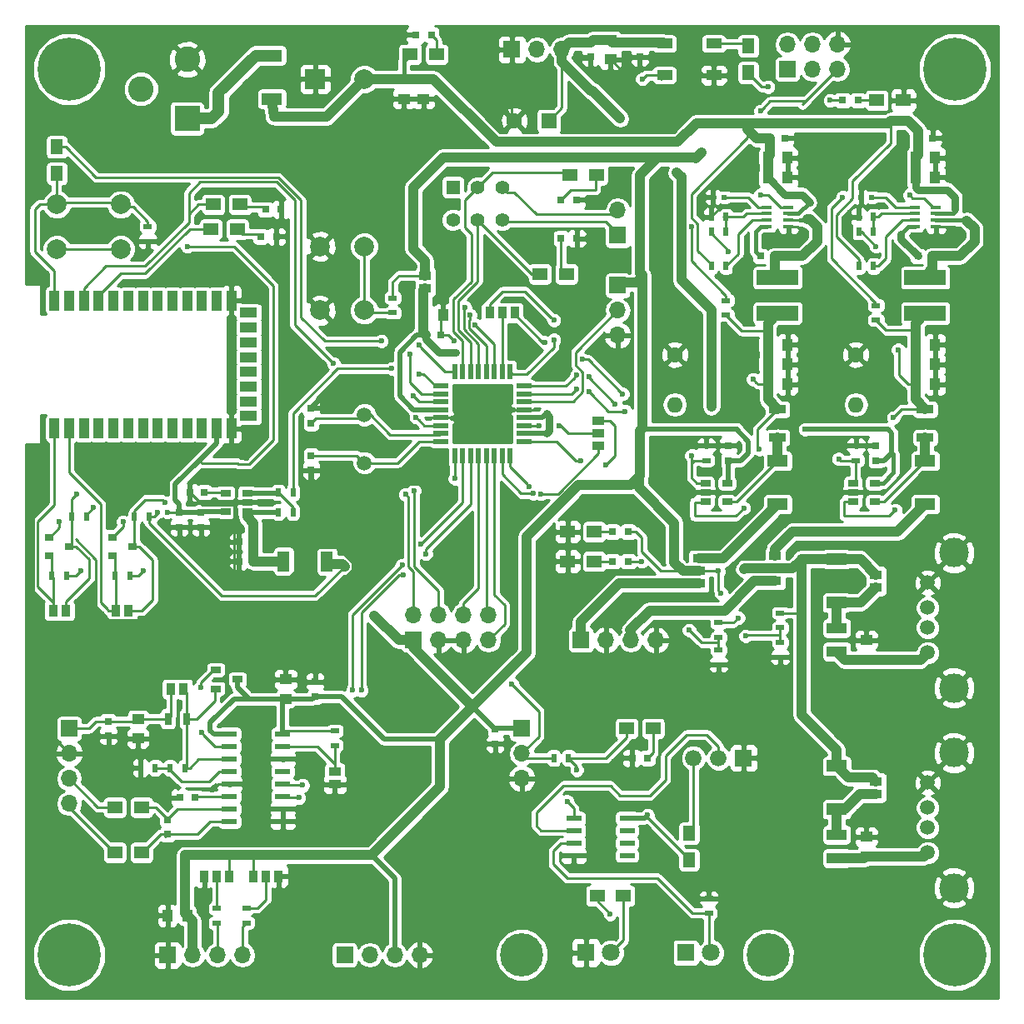
<source format=gbr>
G04 #@! TF.FileFunction,Copper,L1,Top,Signal*
%FSLAX46Y46*%
G04 Gerber Fmt 4.6, Leading zero omitted, Abs format (unit mm)*
G04 Created by KiCad (PCBNEW 4.0.7) date 06/10/18 15:24:31*
%MOMM*%
%LPD*%
G01*
G04 APERTURE LIST*
%ADD10C,0.100000*%
%ADD11R,1.800000X1.000000*%
%ADD12R,1.000000X2.000000*%
%ADD13R,0.750000X0.800000*%
%ADD14R,0.800000X0.750000*%
%ADD15R,2.030000X1.140000*%
%ADD16R,1.270000X0.970000*%
%ADD17C,1.500000*%
%ADD18C,3.000000*%
%ADD19R,1.060000X0.650000*%
%ADD20R,0.500000X0.900000*%
%ADD21R,0.900000X0.500000*%
%ADD22R,1.060000X0.400000*%
%ADD23R,1.550000X0.600000*%
%ADD24R,2.600000X2.600000*%
%ADD25C,2.600000*%
%ADD26R,1.700000X1.700000*%
%ADD27O,1.700000X1.700000*%
%ADD28R,0.700000X1.300000*%
%ADD29R,1.600000X1.000000*%
%ADD30R,1.800000X1.800000*%
%ADD31C,1.800000*%
%ADD32R,1.250000X1.000000*%
%ADD33R,1.000000X1.250000*%
%ADD34R,2.000000X2.000000*%
%ADD35C,2.000000*%
%ADD36R,0.970000X1.270000*%
%ADD37R,0.900000X0.800000*%
%ADD38R,1.600000X0.550000*%
%ADD39R,0.550000X1.600000*%
%ADD40R,1.400000X1.400000*%
%ADD41C,1.400000*%
%ADD42R,0.600000X0.500000*%
%ADD43R,0.800000X0.800000*%
%ADD44R,4.200000X1.500000*%
%ADD45R,1.500000X1.300000*%
%ADD46R,1.300000X1.500000*%
%ADD47R,1.700000X0.900000*%
%ADD48C,1.600000*%
%ADD49O,1.600000X1.600000*%
%ADD50R,1.676400X1.676400*%
%ADD51C,1.676400*%
%ADD52R,1.600000X1.600000*%
%ADD53C,6.400000*%
%ADD54R,2.098040X1.198880*%
%ADD55R,1.198880X2.098040*%
%ADD56C,4.400000*%
%ADD57C,0.600000*%
%ADD58C,1.000000*%
%ADD59C,0.250000*%
%ADD60C,0.500000*%
%ADD61C,0.450000*%
%ADD62C,0.750000*%
%ADD63C,1.200000*%
%ADD64C,0.254000*%
G04 APERTURE END LIST*
D10*
D11*
X73250000Y-90250000D03*
X73250000Y-88750000D03*
X73250000Y-87250000D03*
X73250000Y-85750000D03*
X73250000Y-84250000D03*
X73250000Y-82750000D03*
X73250000Y-81250000D03*
X73250000Y-79750000D03*
D12*
X53500000Y-91500000D03*
X55000000Y-91500000D03*
X56500000Y-91500000D03*
X58000000Y-91500000D03*
X59500000Y-91500000D03*
X61000000Y-91500000D03*
X62500000Y-91500000D03*
X64000000Y-91500000D03*
X65500000Y-91500000D03*
X67000000Y-91500000D03*
X68500000Y-91500000D03*
X70000000Y-91500000D03*
X71500000Y-91500000D03*
X71500000Y-78500000D03*
X70000000Y-78500000D03*
X68500000Y-78500000D03*
X67000000Y-78500000D03*
X65500000Y-78500000D03*
X64000000Y-78500000D03*
X62500000Y-78500000D03*
X61000000Y-78500000D03*
X59500000Y-78500000D03*
X58000000Y-78500000D03*
X56500000Y-78500000D03*
X55000000Y-78500000D03*
X53500000Y-78500000D03*
D13*
X108000000Y-52250000D03*
X108000000Y-53750000D03*
X113000000Y-52250000D03*
X113000000Y-53750000D03*
D14*
X127750000Y-62000000D03*
X126250000Y-62000000D03*
X126750000Y-74000000D03*
X125250000Y-74000000D03*
D13*
X59000000Y-122750000D03*
X59000000Y-121250000D03*
D14*
X66250000Y-129000000D03*
X67750000Y-129000000D03*
D13*
X65000000Y-132750000D03*
X65000000Y-131250000D03*
D14*
X142750000Y-62000000D03*
X141250000Y-62000000D03*
X142750000Y-74000000D03*
X141250000Y-74000000D03*
D13*
X137000000Y-93250000D03*
X137000000Y-94750000D03*
X122000000Y-93250000D03*
X122000000Y-94750000D03*
D15*
X133000000Y-111800000D03*
X133000000Y-114200000D03*
X133000000Y-132800000D03*
X133000000Y-135200000D03*
D16*
X82000000Y-126360000D03*
X82000000Y-127640000D03*
D17*
X142240000Y-107190000D03*
X142240000Y-109730000D03*
X142240000Y-111760000D03*
X142240000Y-114300000D03*
D18*
X144910000Y-104140000D03*
X144910000Y-117860000D03*
D17*
X142240000Y-127510000D03*
X142240000Y-130050000D03*
X142240000Y-132080000D03*
X142240000Y-134620000D03*
D18*
X144910000Y-124460000D03*
X144910000Y-138180000D03*
D19*
X69900000Y-116050000D03*
X72100000Y-117000000D03*
X69900000Y-117950000D03*
D20*
X121750000Y-75000000D03*
X120250000Y-75000000D03*
D21*
X121750000Y-80000000D03*
X121750000Y-78500000D03*
D20*
X121750000Y-71500000D03*
X120250000Y-71500000D03*
X120250000Y-70000000D03*
X121750000Y-70000000D03*
X66750000Y-126000000D03*
X65250000Y-126000000D03*
X63750000Y-126000000D03*
X62250000Y-126000000D03*
D21*
X82000000Y-122250000D03*
X82000000Y-123750000D03*
X63000000Y-72500000D03*
X63000000Y-71000000D03*
D20*
X105750000Y-125000000D03*
X104250000Y-125000000D03*
D21*
X120000000Y-140750000D03*
X120000000Y-139250000D03*
D20*
X136750000Y-75000000D03*
X135250000Y-75000000D03*
D21*
X137000000Y-80500000D03*
X137000000Y-79000000D03*
D20*
X136750000Y-71500000D03*
X135250000Y-71500000D03*
X135250000Y-70000000D03*
X136750000Y-70000000D03*
D21*
X119750000Y-93250000D03*
X119750000Y-94750000D03*
X134950000Y-93250000D03*
X134950000Y-94750000D03*
D22*
X128100000Y-70980000D03*
X128100000Y-70330000D03*
X128100000Y-69670000D03*
X128100000Y-69020000D03*
X125900000Y-69020000D03*
X125900000Y-69670000D03*
X125900000Y-70330000D03*
X125900000Y-70980000D03*
D23*
X106300000Y-131095000D03*
X106300000Y-132365000D03*
X106300000Y-133635000D03*
X106300000Y-134905000D03*
X111700000Y-134905000D03*
X111700000Y-133635000D03*
X111700000Y-132365000D03*
X111700000Y-131095000D03*
D22*
X143100000Y-70980000D03*
X143100000Y-70330000D03*
X143100000Y-69670000D03*
X143100000Y-69020000D03*
X140900000Y-69020000D03*
X140900000Y-69670000D03*
X140900000Y-70330000D03*
X140900000Y-70980000D03*
D13*
X80000000Y-117250000D03*
X80000000Y-118750000D03*
D24*
X67000000Y-60000000D03*
D25*
X67000000Y-54000000D03*
X62300000Y-57000000D03*
D26*
X65000000Y-145000000D03*
D27*
X67540000Y-145000000D03*
X70080000Y-145000000D03*
X72620000Y-145000000D03*
D26*
X90000000Y-113000000D03*
D27*
X90000000Y-110460000D03*
X92540000Y-113000000D03*
X92540000Y-110460000D03*
X95080000Y-113000000D03*
X95080000Y-110460000D03*
X97620000Y-113000000D03*
X97620000Y-110460000D03*
D28*
X65050000Y-121000000D03*
X66950000Y-121000000D03*
D21*
X121000000Y-111250000D03*
X121000000Y-112750000D03*
X121000000Y-114000000D03*
X121000000Y-115500000D03*
X127250000Y-110250000D03*
X127250000Y-111750000D03*
X127250000Y-113250000D03*
X127250000Y-114750000D03*
D29*
X120500000Y-55600000D03*
X120500000Y-52400000D03*
X115500000Y-55600000D03*
X115500000Y-52400000D03*
D26*
X100000000Y-53000000D03*
D27*
X102540000Y-53000000D03*
X105080000Y-53000000D03*
D30*
X107520000Y-144780000D03*
D31*
X110060000Y-144780000D03*
D30*
X117680000Y-144780000D03*
D31*
X120220000Y-144780000D03*
D32*
X89000000Y-56000000D03*
X89000000Y-58000000D03*
X91000000Y-56000000D03*
X91000000Y-58000000D03*
X110000000Y-54000000D03*
X110000000Y-52000000D03*
D33*
X67000000Y-141000000D03*
X65000000Y-141000000D03*
X93000000Y-80000000D03*
X91000000Y-80000000D03*
D14*
X91250000Y-82000000D03*
X92750000Y-82000000D03*
D13*
X79600000Y-89450000D03*
X79600000Y-90950000D03*
X79600000Y-95750000D03*
X79600000Y-94250000D03*
D34*
X80000000Y-56000000D03*
D35*
X85000000Y-56000000D03*
D33*
X126000000Y-64000000D03*
X128000000Y-64000000D03*
X126000000Y-66000000D03*
X128000000Y-66000000D03*
X126000000Y-83000000D03*
X128000000Y-83000000D03*
X126000000Y-85000000D03*
X128000000Y-85000000D03*
X126000000Y-87000000D03*
X128000000Y-87000000D03*
D32*
X62000000Y-121000000D03*
X62000000Y-123000000D03*
X77000000Y-117000000D03*
X77000000Y-119000000D03*
X136000000Y-115000000D03*
X136000000Y-113000000D03*
X136000000Y-135000000D03*
X136000000Y-133000000D03*
D33*
X141000000Y-64000000D03*
X143000000Y-64000000D03*
X141000000Y-66000000D03*
X143000000Y-66000000D03*
X141000000Y-83000000D03*
X143000000Y-83000000D03*
X141000000Y-85000000D03*
X143000000Y-85000000D03*
X141000000Y-87000000D03*
X143000000Y-87000000D03*
D14*
X73750000Y-105000000D03*
X72250000Y-105000000D03*
X73750000Y-103000000D03*
X72250000Y-103000000D03*
X68750000Y-98000000D03*
X67250000Y-98000000D03*
D13*
X68400000Y-100050000D03*
X68400000Y-101550000D03*
X66200000Y-100050000D03*
X66200000Y-101550000D03*
D36*
X68730000Y-137000000D03*
X70000000Y-137000000D03*
X71270000Y-137000000D03*
X76270000Y-137000000D03*
X75000000Y-137000000D03*
X73730000Y-137000000D03*
D16*
X108800000Y-90730000D03*
X108800000Y-92000000D03*
X108800000Y-93270000D03*
D36*
X97730000Y-79756000D03*
X99000000Y-79756000D03*
X100270000Y-79756000D03*
D37*
X59400000Y-102550000D03*
X59400000Y-104450000D03*
X61400000Y-103500000D03*
X53000000Y-102550000D03*
X53000000Y-104450000D03*
X55000000Y-103500000D03*
D21*
X70000000Y-141750000D03*
X70000000Y-140250000D03*
X73000000Y-141750000D03*
X73000000Y-140250000D03*
X87884000Y-78244000D03*
X87884000Y-79744000D03*
D20*
X76250000Y-98000000D03*
X77750000Y-98000000D03*
X76250000Y-100000000D03*
X77750000Y-100000000D03*
X59650000Y-106500000D03*
X61150000Y-106500000D03*
X53250000Y-106500000D03*
X54750000Y-106500000D03*
X61650000Y-100500000D03*
X63150000Y-100500000D03*
X55250000Y-100500000D03*
X56750000Y-100500000D03*
D38*
X92750000Y-87200000D03*
X92750000Y-88000000D03*
X92750000Y-88800000D03*
X92750000Y-89600000D03*
X92750000Y-90400000D03*
X92750000Y-91200000D03*
X92750000Y-92000000D03*
X92750000Y-92800000D03*
D39*
X94200000Y-94250000D03*
X95000000Y-94250000D03*
X95800000Y-94250000D03*
X96600000Y-94250000D03*
X97400000Y-94250000D03*
X98200000Y-94250000D03*
X99000000Y-94250000D03*
X99800000Y-94250000D03*
D38*
X101250000Y-92800000D03*
X101250000Y-92000000D03*
X101250000Y-91200000D03*
X101250000Y-90400000D03*
X101250000Y-89600000D03*
X101250000Y-88800000D03*
X101250000Y-88000000D03*
X101250000Y-87200000D03*
D39*
X99800000Y-85750000D03*
X99000000Y-85750000D03*
X98200000Y-85750000D03*
X97400000Y-85750000D03*
X96600000Y-85750000D03*
X95800000Y-85750000D03*
X95000000Y-85750000D03*
X94200000Y-85750000D03*
D19*
X73100000Y-99950000D03*
X73100000Y-99000000D03*
X73100000Y-98050000D03*
X70900000Y-98050000D03*
X70900000Y-99950000D03*
D17*
X85000000Y-95000000D03*
X85000000Y-90120000D03*
D26*
X55000000Y-122000000D03*
D27*
X55000000Y-124540000D03*
X55000000Y-127080000D03*
X55000000Y-129620000D03*
D26*
X110744000Y-76962000D03*
D27*
X110744000Y-79502000D03*
X110744000Y-82042000D03*
D26*
X110744000Y-71882000D03*
D27*
X110744000Y-69342000D03*
D26*
X83000000Y-145000000D03*
D27*
X85540000Y-145000000D03*
X88080000Y-145000000D03*
X90620000Y-145000000D03*
D35*
X80500000Y-73000000D03*
X85000000Y-73000000D03*
X80500000Y-79500000D03*
X85000000Y-79500000D03*
X53750000Y-73250000D03*
X53750000Y-68750000D03*
X60250000Y-73250000D03*
X60250000Y-68750000D03*
D40*
X94000000Y-67000000D03*
D41*
X96500000Y-67000000D03*
X99000000Y-67000000D03*
X94000000Y-70300000D03*
X96500000Y-70300000D03*
X99000000Y-70300000D03*
D26*
X128000000Y-55000000D03*
D27*
X128000000Y-52460000D03*
X130540000Y-55000000D03*
X130540000Y-52460000D03*
X133080000Y-55000000D03*
X133080000Y-52460000D03*
D36*
X61040000Y-110000000D03*
X59760000Y-110000000D03*
X54640000Y-110000000D03*
X53360000Y-110000000D03*
D13*
X98298000Y-122059000D03*
X98298000Y-123559000D03*
D16*
X126750000Y-104480000D03*
X126750000Y-105750000D03*
X126750000Y-107020000D03*
X119000000Y-104730000D03*
X119000000Y-106000000D03*
X119000000Y-107270000D03*
X91200000Y-77240000D03*
X91200000Y-75960000D03*
D26*
X101000000Y-122000000D03*
D27*
X101000000Y-124540000D03*
X101000000Y-127080000D03*
D36*
X66640000Y-118000000D03*
X65360000Y-118000000D03*
D16*
X137000000Y-106360000D03*
X137000000Y-107640000D03*
X137000000Y-127360000D03*
X137000000Y-128640000D03*
D26*
X107000000Y-113000000D03*
D27*
X109540000Y-113000000D03*
X112080000Y-113000000D03*
X114620000Y-113000000D03*
D42*
X121550000Y-68000000D03*
X120450000Y-68000000D03*
X136550000Y-68000000D03*
X135450000Y-68000000D03*
D43*
X133566000Y-58166000D03*
X135166000Y-58166000D03*
X91800000Y-51500000D03*
X90200000Y-51500000D03*
X104950000Y-68250000D03*
X106550000Y-68250000D03*
X105000000Y-72200000D03*
X106600000Y-72200000D03*
X111800000Y-102000000D03*
X110200000Y-102000000D03*
X111800000Y-105000000D03*
X110200000Y-105000000D03*
X74450000Y-72000000D03*
X76050000Y-72000000D03*
X113800000Y-125000000D03*
X112200000Y-125000000D03*
X74950000Y-69250000D03*
X76550000Y-69250000D03*
D44*
X127000000Y-76200000D03*
X127000000Y-79800000D03*
X142000000Y-76200000D03*
X142000000Y-79800000D03*
D45*
X92350000Y-53500000D03*
X89650000Y-53500000D03*
D46*
X124000000Y-55350000D03*
X124000000Y-52650000D03*
D45*
X108600000Y-65750000D03*
X105900000Y-65750000D03*
X105550000Y-75800000D03*
X102850000Y-75800000D03*
D47*
X127000000Y-92450000D03*
X127000000Y-89550000D03*
D45*
X62350000Y-130000000D03*
X59650000Y-130000000D03*
X62350000Y-134600000D03*
X59650000Y-134600000D03*
D47*
X142000000Y-92450000D03*
X142000000Y-89550000D03*
D48*
X116550000Y-84000000D03*
D49*
X116550000Y-89080000D03*
D48*
X134950000Y-84000000D03*
D49*
X134950000Y-89080000D03*
D45*
X108650000Y-139000000D03*
X111350000Y-139000000D03*
X111650000Y-122000000D03*
X114350000Y-122000000D03*
D46*
X118000000Y-135350000D03*
X118000000Y-132650000D03*
X53750000Y-65600000D03*
X53750000Y-62900000D03*
D50*
X123540000Y-125000000D03*
D51*
X121000000Y-125000000D03*
X118460000Y-125000000D03*
D23*
X71300000Y-122555000D03*
X71300000Y-123825000D03*
X71300000Y-125095000D03*
X71300000Y-126365000D03*
X71300000Y-127635000D03*
X71300000Y-128905000D03*
X71300000Y-130175000D03*
X71300000Y-131445000D03*
X76700000Y-131445000D03*
X76700000Y-130175000D03*
X76700000Y-128905000D03*
X76700000Y-127635000D03*
X76700000Y-126365000D03*
X76700000Y-125095000D03*
X76700000Y-123825000D03*
X76700000Y-122555000D03*
D19*
X119650000Y-97050000D03*
X119650000Y-98000000D03*
X119650000Y-98950000D03*
X121850000Y-98950000D03*
X121850000Y-97050000D03*
X134650000Y-97050000D03*
X134650000Y-98000000D03*
X134650000Y-98950000D03*
X136850000Y-98950000D03*
X136850000Y-97050000D03*
D45*
X72100000Y-71250000D03*
X69400000Y-71250000D03*
X72350000Y-68750000D03*
X69650000Y-68750000D03*
X108350000Y-102000000D03*
X105650000Y-102000000D03*
X108350000Y-105000000D03*
X105650000Y-105000000D03*
X137080000Y-58166000D03*
X139780000Y-58166000D03*
D52*
X103750000Y-60250000D03*
D48*
X100250000Y-60250000D03*
D53*
X145000000Y-145000000D03*
X55000000Y-145000000D03*
X145000000Y-55000000D03*
X55000000Y-55000000D03*
D54*
X75600000Y-57999640D03*
X75600000Y-53600360D03*
X127000000Y-99199640D03*
X127000000Y-94800360D03*
X133000000Y-109199640D03*
X133000000Y-104800360D03*
X133000000Y-130199640D03*
X133000000Y-125800360D03*
X142000000Y-99199640D03*
X142000000Y-94800360D03*
D55*
X76800360Y-105000000D03*
X81199640Y-105000000D03*
D56*
X126000000Y-145000000D03*
X101000000Y-145000000D03*
D57*
X119250000Y-63500000D03*
X121000000Y-106000000D03*
X121250000Y-108250000D03*
X123000000Y-110750000D03*
X63999974Y-100000000D03*
X57500000Y-99550000D03*
X83000000Y-105500000D03*
X86000000Y-110500000D03*
X109982000Y-140843000D03*
X113792000Y-130810000D03*
X129800000Y-91600000D03*
X122800000Y-91600000D03*
X122800000Y-91600000D03*
X95250000Y-79250000D03*
X125250000Y-59250006D03*
X57600000Y-95800000D03*
X51800000Y-99200000D03*
X115800000Y-94000000D03*
X80000000Y-62500000D03*
X94140934Y-82609066D03*
X119303398Y-69626142D03*
X93749992Y-104250000D03*
X87250000Y-126000000D03*
X90250000Y-125750000D03*
X94250000Y-123250000D03*
X95500000Y-125750000D03*
X71000000Y-96750000D03*
X73000000Y-94500000D03*
X86750000Y-103750000D03*
X93750000Y-97500000D03*
X111750000Y-86500000D03*
X101000006Y-85000000D03*
X80233051Y-97883051D03*
X81058050Y-88308050D03*
X101150000Y-82400000D03*
X98150000Y-88400000D03*
X93950000Y-75200000D03*
X123250000Y-69250000D03*
X80500000Y-115750000D03*
X108500000Y-69000008D03*
X136500000Y-62250000D03*
X141750000Y-58750000D03*
X133350000Y-98000000D03*
X93950000Y-108600000D03*
X85950000Y-116400000D03*
X90150000Y-117000000D03*
X70500000Y-74750000D03*
X108000000Y-71500000D03*
X112000000Y-55000000D03*
X107000000Y-54000000D03*
X68707000Y-139192000D03*
X69600000Y-128200000D03*
X133400000Y-92800000D03*
X145000000Y-71999980D03*
X129500000Y-71500008D03*
X134000000Y-70000000D03*
X123550000Y-99600000D03*
X125150000Y-93600000D03*
X124500000Y-86500010D03*
X122000000Y-73500000D03*
X138950000Y-99800000D03*
X138750000Y-90400000D03*
X139249970Y-83500000D03*
X137000000Y-73000000D03*
X107000000Y-94750000D03*
X132334000Y-58166000D03*
X116750000Y-65499992D03*
X120250000Y-89250000D03*
X111000000Y-60000000D03*
X123600000Y-105800000D03*
X123600000Y-105800000D03*
X113200000Y-105000000D03*
X101772531Y-97384190D03*
X102144087Y-98092684D03*
X53999996Y-101000000D03*
X67000000Y-73000000D03*
X62500000Y-106000006D03*
X65000000Y-100000000D03*
X60500000Y-100999982D03*
X56200000Y-106000000D03*
X87800000Y-85400000D03*
X90524979Y-86000006D03*
X90524979Y-83046513D03*
X81861157Y-84909153D03*
X106575021Y-86075843D03*
X107825033Y-87750000D03*
X111500000Y-89750000D03*
X118250000Y-94250000D03*
X107125010Y-84500000D03*
X104250000Y-82500000D03*
X111250000Y-88000000D03*
X133200000Y-94600000D03*
X91250000Y-104250000D03*
X88950000Y-106400010D03*
X78359000Y-129032000D03*
X84709000Y-118110000D03*
X90750000Y-103250000D03*
X88831837Y-105408762D03*
X78740000Y-127762000D03*
X83820000Y-118110000D03*
X96250000Y-81000000D03*
X95749990Y-80000000D03*
X109500000Y-95250000D03*
X118000000Y-112000000D03*
X107825032Y-86250000D03*
X104250000Y-80500000D03*
X110500000Y-89000000D03*
X123750000Y-112600000D03*
X113250000Y-56000000D03*
X90000000Y-88200000D03*
X89173989Y-98209895D03*
X90059551Y-97806551D03*
X90244551Y-90371551D03*
X102750000Y-91250000D03*
X104750000Y-91250000D03*
X103375010Y-82750000D03*
X102942687Y-98140189D03*
X68452998Y-122428000D03*
X68400000Y-117799998D03*
X64770000Y-99060000D03*
X55753000Y-98171000D03*
X94200000Y-96600000D03*
X126032114Y-56782114D03*
X103500000Y-90000000D03*
X94250000Y-83750000D03*
X89665138Y-83950962D03*
X86736897Y-82629203D03*
X106575021Y-87500000D03*
X99999992Y-117500000D03*
X106600000Y-126200000D03*
X105600000Y-129400000D03*
X125250000Y-67750000D03*
X118250000Y-71000000D03*
X133600000Y-68000000D03*
X140400000Y-67800000D03*
D58*
X117365000Y-106000000D02*
X116500000Y-105135000D01*
X116500000Y-105135000D02*
X116500000Y-101100000D01*
X116500000Y-101100000D02*
X112893000Y-97493000D01*
X112893000Y-97493000D02*
X112893000Y-96393000D01*
X113030000Y-75720000D02*
X113030000Y-65770000D01*
X113030000Y-65770000D02*
X114800000Y-64000000D01*
X114800000Y-64000000D02*
X118649970Y-64000000D01*
X91200000Y-75960000D02*
X91200000Y-74475000D01*
X90500000Y-73750000D02*
X90000000Y-73250000D01*
X93000000Y-64000000D02*
X118649970Y-64000000D01*
X91200000Y-74475000D02*
X90500000Y-73775000D01*
X90500000Y-73775000D02*
X90500000Y-73750000D01*
X90000000Y-73250000D02*
X90000000Y-67000000D01*
X90000000Y-67000000D02*
X93000000Y-64000000D01*
D59*
X91200000Y-75960000D02*
X88540000Y-75960000D01*
X88540000Y-75960000D02*
X87884000Y-76616000D01*
X87884000Y-76616000D02*
X87884000Y-78244000D01*
D58*
X118649970Y-64000000D02*
X118699985Y-64050015D01*
X118699985Y-64050015D02*
X118950001Y-63799999D01*
X118950001Y-63799999D02*
X119250000Y-63500000D01*
D59*
X91200000Y-75960000D02*
X91200000Y-75950000D01*
D58*
X83000000Y-105500000D02*
X82750000Y-105250000D01*
X82750000Y-105250000D02*
X81449640Y-105250000D01*
X81449640Y-105250000D02*
X81199640Y-105000000D01*
X113030000Y-91730000D02*
X113250000Y-91510000D01*
X113250000Y-91510000D02*
X113250000Y-75940000D01*
X113250000Y-75940000D02*
X113030000Y-75720000D01*
X112893000Y-96393000D02*
X113000000Y-96286000D01*
X113000000Y-96286000D02*
X113000000Y-91750000D01*
X96012000Y-119761000D02*
X101473000Y-114300000D01*
X101473000Y-114300000D02*
X101473000Y-102527000D01*
X106750000Y-97250000D02*
X112036000Y-97250000D01*
X101473000Y-102527000D02*
X106750000Y-97250000D01*
X112036000Y-97250000D02*
X112893000Y-96393000D01*
D59*
X110744000Y-76962000D02*
X111788000Y-76962000D01*
X111788000Y-76962000D02*
X113030000Y-75720000D01*
D60*
X113157000Y-91567000D02*
X122767000Y-91567000D01*
X122767000Y-91567000D02*
X122800000Y-91600000D01*
D59*
X121000000Y-111250000D02*
X122500000Y-111250000D01*
X121000000Y-106000000D02*
X119000000Y-106000000D01*
X121000000Y-108000000D02*
X121000000Y-106000000D01*
X121250000Y-108250000D02*
X121000000Y-108000000D01*
X122500000Y-111250000D02*
X123000000Y-110750000D01*
D61*
X136850000Y-97050000D02*
X137700000Y-97050000D01*
X138750000Y-94150000D02*
X138600000Y-94000000D01*
X138750000Y-96000000D02*
X138750000Y-94150000D01*
X137700000Y-97050000D02*
X138750000Y-96000000D01*
D59*
X83000000Y-105500000D02*
X80000000Y-108500000D01*
X80000000Y-108500000D02*
X70500000Y-108500000D01*
X70500000Y-108500000D02*
X63150000Y-101150000D01*
X63150000Y-101150000D02*
X63150000Y-100500000D01*
X64000000Y-100000000D02*
X63999974Y-100000000D01*
X63999974Y-100150026D02*
X63999974Y-100000000D01*
X63650000Y-100500000D02*
X63999974Y-100150026D01*
X63150000Y-100500000D02*
X63650000Y-100500000D01*
X56750000Y-100500000D02*
X56750000Y-100300000D01*
X56750000Y-100300000D02*
X57500000Y-99550000D01*
D58*
X90000000Y-113000000D02*
X88500000Y-113000000D01*
X88500000Y-113000000D02*
X86000000Y-110500000D01*
D60*
X69350001Y-121403999D02*
X69350001Y-122182001D01*
X73275000Y-119000000D02*
X71754000Y-119000000D01*
X71754000Y-119000000D02*
X69350001Y-121403999D01*
X69350001Y-122182001D02*
X69723000Y-122555000D01*
X69723000Y-122555000D02*
X71300000Y-122555000D01*
X86995000Y-123063000D02*
X82682000Y-118750000D01*
X82682000Y-118750000D02*
X80000000Y-118750000D01*
X92710000Y-123063000D02*
X86995000Y-123063000D01*
D59*
X108650000Y-139000000D02*
X108650000Y-139511000D01*
X108650000Y-139511000D02*
X109982000Y-140843000D01*
X118000000Y-135350000D02*
X118000000Y-135250000D01*
X118000000Y-135250000D02*
X113792000Y-131042000D01*
X113792000Y-131042000D02*
X113792000Y-130810000D01*
D60*
X111700000Y-131095000D02*
X113507000Y-131095000D01*
X113507000Y-131095000D02*
X113792000Y-130810000D01*
D59*
X73730000Y-137000000D02*
X73730000Y-134874000D01*
X71270000Y-137000000D02*
X71270000Y-134874000D01*
D60*
X98298000Y-122059000D02*
X98298000Y-122047000D01*
X98298000Y-122047000D02*
X96012000Y-119761000D01*
X101000000Y-122000000D02*
X98357000Y-122000000D01*
X98357000Y-122000000D02*
X98298000Y-122059000D01*
X88080000Y-145000000D02*
X88080000Y-137229000D01*
X88080000Y-137229000D02*
X85725000Y-134874000D01*
D59*
X100941000Y-122059000D02*
X101000000Y-122000000D01*
D58*
X90000000Y-113000000D02*
X90000000Y-113749000D01*
X90000000Y-113749000D02*
X96012000Y-119761000D01*
X67000000Y-141000000D02*
X66802000Y-140802000D01*
X66802000Y-140802000D02*
X66802000Y-134874000D01*
X92710000Y-123063000D02*
X96012000Y-119761000D01*
X92710000Y-127889000D02*
X92710000Y-123063000D01*
X85725000Y-134874000D02*
X92710000Y-127889000D01*
X83566000Y-134874000D02*
X85725000Y-134874000D01*
X66802000Y-134874000D02*
X71270000Y-134874000D01*
X71270000Y-134874000D02*
X73730000Y-134874000D01*
X73730000Y-134874000D02*
X83566000Y-134874000D01*
X67000000Y-141000000D02*
X67540000Y-141540000D01*
X67540000Y-141540000D02*
X67540000Y-145000000D01*
X113030000Y-76708000D02*
X110998000Y-76708000D01*
X110998000Y-76708000D02*
X110744000Y-76962000D01*
D59*
X82000000Y-122250000D02*
X77005000Y-122250000D01*
X77005000Y-122250000D02*
X76700000Y-122555000D01*
D60*
X82000000Y-122200000D02*
X82000000Y-122250000D01*
X77000000Y-119000000D02*
X73275000Y-119000000D01*
X73275000Y-119000000D02*
X72100000Y-117825000D01*
X72100000Y-117825000D02*
X72100000Y-117000000D01*
X77000000Y-119000000D02*
X79750000Y-119000000D01*
X79750000Y-119000000D02*
X80000000Y-118750000D01*
X76700000Y-122555000D02*
X76700000Y-119300000D01*
X76700000Y-119300000D02*
X77000000Y-119000000D01*
X137100000Y-94850000D02*
X137000000Y-94750000D01*
X129800000Y-91600000D02*
X138200000Y-91600000D01*
X138200000Y-91600000D02*
X138600000Y-92000000D01*
X138600000Y-92000000D02*
X138600000Y-94000000D01*
X138600000Y-94000000D02*
X137850000Y-94750000D01*
X137850000Y-94750000D02*
X137000000Y-94750000D01*
X122800000Y-91600000D02*
X124000000Y-92800000D01*
X124000000Y-92800000D02*
X124000000Y-94000000D01*
X124000000Y-94000000D02*
X123250000Y-94750000D01*
X123250000Y-94750000D02*
X122000000Y-94750000D01*
X122100000Y-97050000D02*
X122000000Y-96950000D01*
X122000000Y-96950000D02*
X122000000Y-94750000D01*
D59*
X117365000Y-106000000D02*
X115150000Y-106000000D01*
X115150000Y-106000000D02*
X113200000Y-104050000D01*
X113200000Y-104050000D02*
X113200000Y-102600000D01*
X113200000Y-102600000D02*
X112600000Y-102000000D01*
X112600000Y-102000000D02*
X111800000Y-102000000D01*
D58*
X119000000Y-106000000D02*
X117365000Y-106000000D01*
D59*
X95124989Y-79375011D02*
X95250000Y-79250000D01*
X95124989Y-81436402D02*
X95124989Y-79375011D01*
X96600000Y-82911413D02*
X95124989Y-81436402D01*
X96600000Y-85750000D02*
X96600000Y-82911413D01*
X125549999Y-58950007D02*
X125250000Y-59250006D01*
X126250006Y-58250000D02*
X125549999Y-58950007D01*
X129830000Y-58250000D02*
X126250006Y-58250000D01*
X133080000Y-55000000D02*
X129830000Y-58250000D01*
X129830000Y-58250000D02*
X129504989Y-58575011D01*
X87884000Y-79744000D02*
X85244000Y-79744000D01*
X85244000Y-79744000D02*
X85000000Y-79500000D01*
X85000000Y-73000000D02*
X85000000Y-74414213D01*
X85000000Y-74414213D02*
X85000000Y-79500000D01*
X51349990Y-99250010D02*
X51400000Y-99200000D01*
X51400000Y-99200000D02*
X51800000Y-99200000D01*
X55000000Y-124540000D02*
X51349990Y-120889990D01*
X51349990Y-120889990D02*
X51349990Y-99250010D01*
X67250000Y-98000000D02*
X68549999Y-99299999D01*
X71755001Y-99364999D02*
X71755001Y-106981389D01*
X80340199Y-103625979D02*
X82292719Y-103625979D01*
X68549999Y-99299999D02*
X71690001Y-99299999D01*
X57749990Y-104824979D02*
X55700010Y-102774999D01*
X71690001Y-99299999D02*
X71755001Y-99364999D01*
X82292719Y-103625979D02*
X83825009Y-105158269D01*
X71755001Y-106981389D02*
X76984789Y-106981389D01*
X76984789Y-106981389D02*
X80340199Y-103625979D01*
X83825009Y-105158269D02*
X83825009Y-105841731D01*
X83825009Y-105841731D02*
X78706739Y-110960001D01*
X78706739Y-110960001D02*
X59014999Y-110960001D01*
X59014999Y-110960001D02*
X57749990Y-109694992D01*
X57749990Y-109694992D02*
X57749990Y-104824979D01*
X119750000Y-93250000D02*
X116150000Y-93250000D01*
X115800000Y-93600000D02*
X115800000Y-94000000D01*
X116150000Y-93250000D02*
X115800000Y-93600000D01*
X93840935Y-82309067D02*
X94140934Y-82609066D01*
X93531868Y-82000000D02*
X93840935Y-82309067D01*
X92750000Y-82000000D02*
X93531868Y-82000000D01*
X119677256Y-70000000D02*
X119603397Y-69926141D01*
X120250000Y-70000000D02*
X119677256Y-70000000D01*
X119603397Y-69926141D02*
X119303398Y-69626142D01*
X93950000Y-108600000D02*
X93950000Y-104450008D01*
X93950000Y-104450008D02*
X93749992Y-104250000D01*
X100250000Y-60250000D02*
X100000000Y-60000000D01*
X100000000Y-60000000D02*
X100000000Y-53000000D01*
X106550000Y-68250000D02*
X107749992Y-68250000D01*
X107749992Y-68250000D02*
X108500000Y-69000008D01*
X100000000Y-57250000D02*
X100000000Y-53000000D01*
X90250000Y-125750000D02*
X87500000Y-125750000D01*
X87500000Y-125750000D02*
X87250000Y-126000000D01*
X95500000Y-125750000D02*
X94250000Y-124500000D01*
X94250000Y-124500000D02*
X94250000Y-123250000D01*
X72700001Y-94200001D02*
X73000000Y-94500000D01*
X71500000Y-91500000D02*
X71500000Y-93000000D01*
X71500000Y-93000000D02*
X72700001Y-94200001D01*
X88318450Y-97181550D02*
X86750000Y-98750000D01*
X86750000Y-98750000D02*
X86750000Y-103750000D01*
X91000000Y-97500000D02*
X90681550Y-97181550D01*
X90681550Y-97181550D02*
X88318450Y-97181550D01*
X93750000Y-97500000D02*
X91000000Y-97500000D01*
X82000000Y-127640000D02*
X82000000Y-130000000D01*
X82000000Y-130000000D02*
X81825000Y-130175000D01*
X81825000Y-130175000D02*
X76700000Y-130175000D01*
X111450001Y-86200001D02*
X111750000Y-86500000D01*
X110744000Y-85494000D02*
X111450001Y-86200001D01*
X110744000Y-82042000D02*
X110744000Y-85494000D01*
X101150000Y-82400000D02*
X101150000Y-84850006D01*
X101150000Y-84850006D02*
X101000006Y-85000000D01*
D60*
X79600000Y-89450000D02*
X79600000Y-89425000D01*
X79933052Y-97583052D02*
X80233051Y-97883051D01*
X79600000Y-97250000D02*
X79933052Y-97583052D01*
X79600000Y-95750000D02*
X79600000Y-97250000D01*
X80716950Y-88308050D02*
X81058050Y-88308050D01*
X79600000Y-89425000D02*
X80716950Y-88308050D01*
D59*
X92750000Y-90400000D02*
X96150000Y-90400000D01*
X96150000Y-90400000D02*
X98150000Y-88400000D01*
X101250000Y-89600000D02*
X99350000Y-89600000D01*
X99350000Y-89600000D02*
X98150000Y-88400000D01*
X110744000Y-82042000D02*
X110744000Y-83244081D01*
X93000000Y-80000000D02*
X93000000Y-76150000D01*
X93000000Y-76150000D02*
X93950000Y-75200000D01*
X92750000Y-82000000D02*
X92750000Y-80250000D01*
X92750000Y-80250000D02*
X93000000Y-80000000D01*
X120250000Y-70000000D02*
X121250000Y-69000000D01*
X123000000Y-69000000D02*
X123250000Y-69250000D01*
X121250000Y-69000000D02*
X123000000Y-69000000D01*
X120500000Y-55600000D02*
X119450000Y-55600000D01*
X117600000Y-53750000D02*
X113000000Y-53750000D01*
X119450000Y-55600000D02*
X117600000Y-53750000D01*
X139780000Y-58166000D02*
X141166000Y-58166000D01*
X141166000Y-58166000D02*
X141750000Y-58750000D01*
X134900000Y-98000000D02*
X133350000Y-98000000D01*
X89125736Y-116400000D02*
X85950000Y-116400000D01*
X85750000Y-116400000D02*
X85950000Y-116400000D01*
X90150000Y-117000000D02*
X89725736Y-117000000D01*
X89725736Y-117000000D02*
X89125736Y-116400000D01*
X71500000Y-78500000D02*
X71500000Y-75750000D01*
X71500000Y-75750000D02*
X70500000Y-74750000D01*
X106600000Y-72200000D02*
X107300000Y-72200000D01*
X107300000Y-72200000D02*
X108000000Y-71500000D01*
X112000000Y-55000000D02*
X111000000Y-55000000D01*
X111000000Y-55000000D02*
X110000000Y-54000000D01*
X108000000Y-53750000D02*
X107750000Y-54000000D01*
X107750000Y-54000000D02*
X107000000Y-54000000D01*
X68730000Y-137000000D02*
X68730000Y-139169000D01*
X68730000Y-139169000D02*
X68707000Y-139192000D01*
X71300000Y-127635000D02*
X70165000Y-127635000D01*
X70165000Y-127635000D02*
X69600000Y-128200000D01*
D60*
X135000000Y-93250000D02*
X133850000Y-93250000D01*
X133850000Y-93250000D02*
X133400000Y-92800000D01*
X137000000Y-93250000D02*
X135000000Y-93250000D01*
D59*
X144980000Y-70980000D02*
X144980000Y-71979980D01*
X143100000Y-70980000D02*
X144980000Y-70980000D01*
X144980000Y-71979980D02*
X145000000Y-71999980D01*
X129200001Y-71200009D02*
X129500000Y-71500008D01*
X128979992Y-70980000D02*
X129200001Y-71200009D01*
X128100000Y-70980000D02*
X128979992Y-70980000D01*
X135250000Y-70000000D02*
X134000000Y-70000000D01*
D58*
X75600000Y-57999640D02*
X75800360Y-59800000D01*
X75800360Y-59800000D02*
X81200000Y-59800000D01*
X81200000Y-59800000D02*
X85000000Y-56000000D01*
X91000000Y-56000000D02*
X92000000Y-56000000D01*
X92000000Y-56000000D02*
X98400000Y-62400000D01*
X98400000Y-62400000D02*
X116850000Y-62400000D01*
X116850000Y-62400000D02*
X118750000Y-60500000D01*
X118750000Y-60500000D02*
X119500000Y-60500000D01*
X119500000Y-60500000D02*
X123958370Y-60500000D01*
X89000000Y-56000000D02*
X91000000Y-56000000D01*
X123958370Y-60500000D02*
X126500000Y-60500000D01*
X126500000Y-60500000D02*
X138250000Y-60500000D01*
X138250000Y-60500000D02*
X138500000Y-60250000D01*
X124850000Y-62000000D02*
X126250000Y-62000000D01*
X123958370Y-61108370D02*
X124850000Y-62000000D01*
X123958370Y-60500000D02*
X123958370Y-61108370D01*
D61*
X89000000Y-56000000D02*
X89000000Y-54150000D01*
X89000000Y-54150000D02*
X89650000Y-53500000D01*
D58*
X85000000Y-56000000D02*
X89000000Y-56000000D01*
D59*
X90000000Y-53350000D02*
X89650000Y-53000000D01*
X118875002Y-73425002D02*
X118875002Y-70699998D01*
X118250000Y-70074996D02*
X118250000Y-67666741D01*
X118250000Y-67666741D02*
X123958370Y-61958371D01*
X123958370Y-61958371D02*
X123958370Y-61458370D01*
X118875002Y-70699998D02*
X118250000Y-70074996D01*
X120250000Y-75000000D02*
X120250000Y-74800000D01*
X120250000Y-74800000D02*
X118875002Y-73425002D01*
X123958370Y-61458370D02*
X123958370Y-60500000D01*
X123958370Y-61458370D02*
X124000000Y-61416740D01*
D61*
X144250000Y-69670000D02*
X144830000Y-69670000D01*
X144830000Y-69670000D02*
X145000000Y-69500000D01*
D62*
X141000000Y-66000000D02*
X141000000Y-67000000D01*
X141000000Y-67000000D02*
X141250000Y-67250000D01*
X141250000Y-67250000D02*
X144250000Y-67250000D01*
X144250000Y-67250000D02*
X145000000Y-68000000D01*
X145000000Y-68000000D02*
X145000000Y-69250000D01*
D61*
X143100000Y-69670000D02*
X144250000Y-69670000D01*
X144250000Y-69670000D02*
X144330000Y-69670000D01*
X128100000Y-69670000D02*
X129080000Y-69670000D01*
X129080000Y-69670000D02*
X130250000Y-68500000D01*
D62*
X130250000Y-68500000D02*
X129500000Y-67750000D01*
X129500000Y-67750000D02*
X127750000Y-67750000D01*
X127750000Y-67750000D02*
X126000000Y-66000000D01*
D59*
X138500000Y-62500000D02*
X138500000Y-60250000D01*
X132950011Y-69774991D02*
X134625001Y-68100001D01*
X134625001Y-68100001D02*
X134625001Y-66374999D01*
X134625001Y-66374999D02*
X138500000Y-62500000D01*
X135250000Y-75000000D02*
X135250000Y-74300000D01*
X135250000Y-74300000D02*
X132950011Y-72000011D01*
X132950011Y-72000011D02*
X132950011Y-69774991D01*
D58*
X138500000Y-60250000D02*
X140250000Y-60250000D01*
X141250000Y-61250000D02*
X141250000Y-62000000D01*
X140250000Y-60250000D02*
X141250000Y-61250000D01*
X141000000Y-64000000D02*
X141000000Y-66000000D01*
X141250000Y-62000000D02*
X141250000Y-63750000D01*
X141250000Y-63750000D02*
X141000000Y-64000000D01*
X126000000Y-64000000D02*
X126000000Y-66000000D01*
X126250000Y-62000000D02*
X126250000Y-63750000D01*
X126250000Y-63750000D02*
X126000000Y-64000000D01*
D59*
X65000000Y-131250000D02*
X65000000Y-131225000D01*
X65000000Y-131225000D02*
X63775000Y-130000000D01*
X63775000Y-130000000D02*
X63350000Y-130000000D01*
X63350000Y-130000000D02*
X62350000Y-130000000D01*
X71300000Y-130175000D02*
X66050000Y-130175000D01*
X66050000Y-130175000D02*
X65000000Y-131225000D01*
X126000000Y-81600000D02*
X123350000Y-81600000D01*
X123350000Y-81600000D02*
X121750000Y-80000000D01*
X126800000Y-80000000D02*
X127000000Y-79800000D01*
X119850000Y-98950000D02*
X119800000Y-99000000D01*
X119800000Y-99000000D02*
X119550000Y-99000000D01*
X119550000Y-99000000D02*
X118550000Y-99000000D01*
X118550000Y-99000000D02*
X118550000Y-100400000D01*
X118550000Y-100400000D02*
X122750000Y-100400000D01*
X122750000Y-100400000D02*
X123550000Y-99600000D01*
X125150000Y-93600000D02*
X124950000Y-93400000D01*
X124950000Y-93400000D02*
X124950000Y-91600000D01*
X124950000Y-91600000D02*
X127000000Y-89550000D01*
D58*
X126000000Y-87000000D02*
X126000000Y-88550000D01*
X126000000Y-88550000D02*
X127000000Y-89550000D01*
X126000000Y-85000000D02*
X126000000Y-87000000D01*
X126000000Y-83000000D02*
X126000000Y-85000000D01*
X127000000Y-79800000D02*
X126000000Y-80800000D01*
X126000000Y-80800000D02*
X126000000Y-81600000D01*
X126000000Y-81600000D02*
X126000000Y-83000000D01*
D59*
X124799999Y-86800009D02*
X124500000Y-86500010D01*
X124999990Y-87000000D02*
X124799999Y-86800009D01*
X126000000Y-87000000D02*
X124999990Y-87000000D01*
X120250000Y-71500000D02*
X120250000Y-71700000D01*
X120250000Y-71700000D02*
X122000000Y-73450000D01*
X122000000Y-73450000D02*
X122000000Y-73500000D01*
X65360000Y-118000000D02*
X65360000Y-120690000D01*
X65360000Y-120690000D02*
X65050000Y-121000000D01*
X62000000Y-121000000D02*
X62875000Y-121000000D01*
X62875000Y-121000000D02*
X65050000Y-121000000D01*
X59000000Y-121250000D02*
X61750000Y-121250000D01*
X61750000Y-121250000D02*
X62000000Y-121000000D01*
X57000000Y-122000000D02*
X57750000Y-121250000D01*
X57750000Y-121250000D02*
X59000000Y-121250000D01*
X55000000Y-122000000D02*
X57000000Y-122000000D01*
X134650000Y-98950000D02*
X133750000Y-98950000D01*
X133750000Y-98950000D02*
X133750000Y-99000000D01*
X135050000Y-98750000D02*
X135000000Y-98800000D01*
X133750000Y-99000000D02*
X133750000Y-100400000D01*
X133750000Y-100400000D02*
X138350000Y-100400000D01*
X138350000Y-100400000D02*
X138950000Y-99800000D01*
X138750000Y-90400000D02*
X139600000Y-89550000D01*
X139600000Y-89550000D02*
X142000000Y-89550000D01*
X141000000Y-87000000D02*
X140250000Y-87000000D01*
X140250000Y-87000000D02*
X139299999Y-86049999D01*
X139299999Y-86049999D02*
X139299999Y-83550029D01*
X139299999Y-83550029D02*
X139249970Y-83500000D01*
X137000000Y-80500000D02*
X138000000Y-81500000D01*
X138000000Y-81500000D02*
X141000000Y-81500000D01*
D58*
X141000000Y-85000000D02*
X141000000Y-87000000D01*
X142000000Y-89550000D02*
X141000000Y-88550000D01*
X141000000Y-88550000D02*
X141000000Y-87000000D01*
X141000000Y-83000000D02*
X141000000Y-85000000D01*
X142000000Y-79800000D02*
X141000000Y-80800000D01*
X141000000Y-80800000D02*
X141000000Y-81500000D01*
X141000000Y-81500000D02*
X141000000Y-83000000D01*
D59*
X135250000Y-71500000D02*
X135500000Y-71500000D01*
X135500000Y-71500000D02*
X137000000Y-73000000D01*
X101250000Y-92800000D02*
X104550000Y-92800000D01*
X104550000Y-92800000D02*
X106500000Y-94750000D01*
X106500000Y-94750000D02*
X107000000Y-94750000D01*
X132334000Y-58166000D02*
X133566000Y-58166000D01*
X130200000Y-55340000D02*
X130540000Y-55000000D01*
X135166000Y-58166000D02*
X137080000Y-58166000D01*
X92350000Y-53500000D02*
X92350000Y-52050000D01*
X92350000Y-52050000D02*
X91800000Y-51500000D01*
X122050000Y-98950000D02*
X122850360Y-98950000D01*
X122850360Y-98950000D02*
X127000000Y-94800360D01*
D58*
X127000000Y-92450000D02*
X127000000Y-94800360D01*
D59*
X111350000Y-139000000D02*
X111350000Y-143490000D01*
X111350000Y-143490000D02*
X110060000Y-144780000D01*
X106300000Y-133635000D02*
X104965000Y-133635000D01*
X118350000Y-140750000D02*
X120000000Y-140750000D01*
X104965000Y-133635000D02*
X104200000Y-134400000D01*
X105600000Y-137200000D02*
X114800000Y-137200000D01*
X104200000Y-134400000D02*
X104200000Y-135800000D01*
X104200000Y-135800000D02*
X105600000Y-137200000D01*
X114800000Y-137200000D02*
X118350000Y-140750000D01*
X120000000Y-140750000D02*
X120000000Y-144560000D01*
X120000000Y-144560000D02*
X120220000Y-144780000D01*
D58*
X129399640Y-110250000D02*
X129399640Y-120600560D01*
X133000000Y-124200920D02*
X133000000Y-125800360D01*
X129399640Y-120600560D02*
X133000000Y-124200920D01*
X117200001Y-76450001D02*
X117200001Y-66799997D01*
X117049999Y-65799991D02*
X116750000Y-65499992D01*
X117200001Y-66799997D02*
X117200001Y-65949993D01*
X120250000Y-79500000D02*
X117200001Y-76450001D01*
X120250000Y-89250000D02*
X120250000Y-79500000D01*
X108165999Y-57165999D02*
X108043918Y-57165999D01*
X111000000Y-60000000D02*
X108165999Y-57165999D01*
X126750000Y-105750000D02*
X128500000Y-105750000D01*
X128500000Y-105750000D02*
X129399640Y-104850360D01*
D61*
X126750000Y-105750000D02*
X127135000Y-105750000D01*
D58*
X126750000Y-105750000D02*
X123650000Y-105750000D01*
X123650000Y-105750000D02*
X123600000Y-105800000D01*
D59*
X103750000Y-60250000D02*
X105080000Y-58920000D01*
X105080000Y-58920000D02*
X105080000Y-53000000D01*
X105080000Y-57170000D02*
X105080000Y-53000000D01*
D58*
X105080000Y-53000000D02*
X105080000Y-54202081D01*
X105080000Y-54202081D02*
X108043918Y-57165999D01*
D59*
X127250000Y-110250000D02*
X129399640Y-110250000D01*
X129399640Y-110250000D02*
X129500000Y-110250000D01*
X129500000Y-110250000D02*
X129399640Y-110250000D01*
D58*
X115500000Y-52400000D02*
X115350000Y-52250000D01*
X115350000Y-52250000D02*
X113000000Y-52250000D01*
X110000000Y-52000000D02*
X110250000Y-52250000D01*
X110250000Y-52250000D02*
X113000000Y-52250000D01*
X108000000Y-52250000D02*
X108250000Y-52000000D01*
X108250000Y-52000000D02*
X110000000Y-52000000D01*
X105080000Y-53000000D02*
X105830000Y-52250000D01*
X105830000Y-52250000D02*
X108000000Y-52250000D01*
D59*
X111800000Y-105000000D02*
X113200000Y-105000000D01*
D58*
X137000000Y-127360000D02*
X136640000Y-127000000D01*
X136640000Y-127000000D02*
X134199640Y-127000000D01*
X134199640Y-127000000D02*
X133000000Y-125800360D01*
X129399640Y-104800360D02*
X129399640Y-104850360D01*
X129399640Y-104800360D02*
X133000000Y-104800360D01*
X129399640Y-104850360D02*
X129399640Y-110250000D01*
X133000000Y-104800360D02*
X135440360Y-104800360D01*
X135440360Y-104800360D02*
X137000000Y-106360000D01*
D59*
X136850000Y-98950000D02*
X137800000Y-98950000D01*
X137800000Y-98950000D02*
X141949640Y-94800360D01*
X141949640Y-94800360D02*
X142000000Y-94800360D01*
X141550000Y-94400000D02*
X142000000Y-93950000D01*
X142000000Y-93950000D02*
X142000000Y-93850000D01*
D58*
X142000000Y-92450000D02*
X142000000Y-93400000D01*
X142000000Y-93400000D02*
X142000000Y-94800360D01*
D59*
X101472532Y-97084191D02*
X101772531Y-97384190D01*
X99800000Y-94250000D02*
X99800000Y-95411659D01*
X99800000Y-95411659D02*
X101472532Y-97084191D01*
X101719823Y-98092684D02*
X102144087Y-98092684D01*
X100917680Y-98092684D02*
X101719823Y-98092684D01*
X99000000Y-96175004D02*
X100917680Y-98092684D01*
X99000000Y-94250000D02*
X99000000Y-96175004D01*
X59400000Y-102550000D02*
X60500000Y-101450000D01*
X60500000Y-101450000D02*
X60500000Y-100999982D01*
X60500000Y-101450000D02*
X60500000Y-100999982D01*
X61150000Y-106500000D02*
X62000006Y-106500000D01*
X62000006Y-106500000D02*
X62500000Y-106000006D01*
X53999996Y-101424264D02*
X53999996Y-101000000D01*
X53999996Y-101600004D02*
X53999996Y-101424264D01*
X53050000Y-102550000D02*
X53999996Y-101600004D01*
X53000000Y-102550000D02*
X53050000Y-102550000D01*
X75750000Y-92675002D02*
X75750000Y-77000000D01*
X68510157Y-95010157D02*
X72085155Y-95010157D01*
X72085155Y-95010157D02*
X72199999Y-95125001D01*
X72199999Y-95125001D02*
X73300001Y-95125001D01*
X73300001Y-95125001D02*
X75750000Y-92675002D01*
X75750000Y-77000000D02*
X71750000Y-73000000D01*
X71750000Y-73000000D02*
X67424264Y-73000000D01*
X68250000Y-94750000D02*
X68510157Y-95010157D01*
X67424264Y-73000000D02*
X67000000Y-73000000D01*
D60*
X66200000Y-100050000D02*
X66200000Y-99150000D01*
X66200000Y-99150000D02*
X65800000Y-98750000D01*
X65800000Y-98750000D02*
X65800000Y-97200000D01*
X65800000Y-97200000D02*
X68250000Y-94750000D01*
X68250000Y-94750000D02*
X70000000Y-93000000D01*
X70000000Y-93000000D02*
X70000000Y-91500000D01*
D59*
X62000006Y-106500000D02*
X62200001Y-106300005D01*
X62200001Y-106300005D02*
X62500000Y-106000006D01*
X65000000Y-100000000D02*
X66150000Y-100000000D01*
X60500000Y-101424246D02*
X60500000Y-100999982D01*
X59450000Y-102550000D02*
X60500000Y-101500000D01*
X60500000Y-101500000D02*
X60500000Y-101424246D01*
X59400000Y-102550000D02*
X59450000Y-102550000D01*
X66150000Y-100000000D02*
X66200000Y-100050000D01*
D60*
X66200000Y-100050000D02*
X66200000Y-100075000D01*
D59*
X53750000Y-73250000D02*
X60250000Y-73250000D01*
D60*
X68400000Y-100050000D02*
X66200000Y-100050000D01*
X70900000Y-99950000D02*
X68500000Y-99950000D01*
X68500000Y-99950000D02*
X68400000Y-100050000D01*
D59*
X55700000Y-106500000D02*
X56200000Y-106000000D01*
X54750000Y-106500000D02*
X55700000Y-106500000D01*
X77750000Y-89945314D02*
X82295314Y-85400000D01*
X77750000Y-98000000D02*
X77750000Y-89945314D01*
X87375736Y-85400000D02*
X87800000Y-85400000D01*
X82295314Y-85400000D02*
X87375736Y-85400000D01*
X92750000Y-87200000D02*
X92225000Y-87200000D01*
X92225000Y-87200000D02*
X91025006Y-86000006D01*
X90949243Y-86000006D02*
X90524979Y-86000006D01*
X91025006Y-86000006D02*
X90949243Y-86000006D01*
X118460000Y-125000000D02*
X118460000Y-132190000D01*
X118460000Y-132190000D02*
X118000000Y-132650000D01*
X93228466Y-85750000D02*
X90824978Y-83346512D01*
X94200000Y-85750000D02*
X93228466Y-85750000D01*
X90824978Y-83346512D02*
X90524979Y-83046513D01*
X56500000Y-78500000D02*
X56500000Y-77250000D01*
X56500000Y-77250000D02*
X58750000Y-75000000D01*
X58750000Y-75000000D02*
X62750000Y-75000000D01*
X62750000Y-75000000D02*
X67183000Y-70567000D01*
X67183000Y-70567000D02*
X67183000Y-69723000D01*
X77932001Y-80979997D02*
X81561158Y-84609154D01*
X77932001Y-68318411D02*
X77932001Y-80979997D01*
X76063601Y-66450011D02*
X77932001Y-68318411D01*
X81561158Y-84609154D02*
X81861157Y-84909153D01*
X67183000Y-69723000D02*
X67183000Y-67567000D01*
X68299989Y-66450011D02*
X76063601Y-66450011D01*
X67183000Y-67567000D02*
X68299989Y-66450011D01*
X67183000Y-69723000D02*
X68156000Y-68750000D01*
X68156000Y-68750000D02*
X69650000Y-68750000D01*
X69750000Y-68750000D02*
X69650000Y-68750000D01*
X105450864Y-87200000D02*
X106275022Y-86375842D01*
X106275022Y-86375842D02*
X106575021Y-86075843D01*
X101250000Y-87200000D02*
X105450864Y-87200000D01*
X109825033Y-89750000D02*
X108125032Y-88049999D01*
X111500000Y-89750000D02*
X109825033Y-89750000D01*
X108125032Y-88049999D02*
X107825033Y-87750000D01*
X118250000Y-94250000D02*
X118250000Y-95250000D01*
X119750000Y-94750000D02*
X118250000Y-94750000D01*
X118250000Y-94750000D02*
X118250000Y-94250000D01*
X119650000Y-97050000D02*
X118800000Y-97050000D01*
X118800000Y-97050000D02*
X118250000Y-96500000D01*
X118250000Y-96500000D02*
X118250000Y-95250000D01*
X118500000Y-94750000D02*
X119750000Y-94750000D01*
X118250000Y-95250000D02*
X118250000Y-95000000D01*
X118250000Y-95000000D02*
X118500000Y-94750000D01*
X120000000Y-96950000D02*
X119900000Y-97050000D01*
X99800000Y-85750000D02*
X100050000Y-86000000D01*
X104250000Y-83250000D02*
X104250000Y-82500000D01*
X100050000Y-86000000D02*
X101500000Y-86000000D01*
X101500000Y-86000000D02*
X104250000Y-83250000D01*
X107549274Y-84500000D02*
X107125010Y-84500000D01*
X111250000Y-88000000D02*
X107750000Y-84500000D01*
X107750000Y-84500000D02*
X107549274Y-84500000D01*
X135000000Y-94750000D02*
X133350000Y-94750000D01*
X133350000Y-94750000D02*
X133200000Y-94600000D01*
X134900000Y-97050000D02*
X134900000Y-94850000D01*
X134900000Y-94850000D02*
X135000000Y-94750000D01*
X95800000Y-99200000D02*
X91250000Y-103750000D01*
X91250000Y-103825736D02*
X91250000Y-104250000D01*
X91250000Y-103750000D02*
X91250000Y-103825736D01*
X95800000Y-94250000D02*
X95800000Y-99200000D01*
X84709000Y-110216746D02*
X88525736Y-106400010D01*
X88525736Y-106400010D02*
X88950000Y-106400010D01*
X84709000Y-118110000D02*
X84709000Y-110216746D01*
X78359000Y-129032000D02*
X77343000Y-129032000D01*
X91049999Y-102950001D02*
X90750000Y-103250000D01*
X95000000Y-99000000D02*
X91049999Y-102950001D01*
X95000000Y-94250000D02*
X95000000Y-99000000D01*
X83820000Y-118110000D02*
X83820000Y-110420599D01*
X83820000Y-110420599D02*
X88831837Y-105408762D01*
X78740000Y-127762000D02*
X76827000Y-127762000D01*
X76827000Y-127762000D02*
X76700000Y-127635000D01*
X96549999Y-81299999D02*
X96250000Y-81000000D01*
X98200000Y-82950000D02*
X96549999Y-81299999D01*
X98200000Y-85750000D02*
X98200000Y-82950000D01*
X70080000Y-145000000D02*
X70080000Y-141830000D01*
X70080000Y-141830000D02*
X70000000Y-141750000D01*
X95624999Y-80549255D02*
X95749990Y-80424264D01*
X95624999Y-81300001D02*
X95624999Y-80549255D01*
X97400000Y-85750000D02*
X97400000Y-83075002D01*
X95749990Y-80424264D02*
X95749990Y-80000000D01*
X97400000Y-83075002D02*
X95624999Y-81300001D01*
X72620000Y-145000000D02*
X72620000Y-142130000D01*
X72620000Y-142130000D02*
X73000000Y-141750000D01*
X121000000Y-113250000D02*
X119250000Y-113250000D01*
X109980000Y-90730000D02*
X108800000Y-90730000D01*
X110500000Y-91250000D02*
X109980000Y-90730000D01*
X110500000Y-94250000D02*
X110500000Y-91250000D01*
X109500000Y-95250000D02*
X110500000Y-94250000D01*
X119250000Y-113250000D02*
X118000000Y-112000000D01*
X121000000Y-114000000D02*
X121000000Y-113250000D01*
X121000000Y-113250000D02*
X121000000Y-112750000D01*
X107825032Y-86325032D02*
X107825032Y-86250000D01*
X110500000Y-89000000D02*
X107825032Y-86325032D01*
X103950001Y-80200001D02*
X104250000Y-80500000D01*
X101325736Y-77575736D02*
X103950001Y-80200001D01*
X99025264Y-77575736D02*
X101325736Y-77575736D01*
X97730000Y-78871000D02*
X99025264Y-77575736D01*
X97730000Y-79756000D02*
X97730000Y-78871000D01*
X127250000Y-112500000D02*
X123850000Y-112500000D01*
X123850000Y-112500000D02*
X123750000Y-112600000D01*
X127250000Y-112500000D02*
X127250000Y-112250000D01*
X127250000Y-111750000D02*
X127250000Y-112250000D01*
X127250000Y-112500000D02*
X127250000Y-113250000D01*
X115500000Y-55600000D02*
X113650000Y-55600000D01*
X113650000Y-55600000D02*
X113250000Y-56000000D01*
X115500000Y-55600000D02*
X115100000Y-56000000D01*
X85000000Y-90120000D02*
X84880000Y-90120000D01*
X80050000Y-90500000D02*
X79600000Y-90950000D01*
X84880000Y-90120000D02*
X84500000Y-90500000D01*
X84500000Y-90500000D02*
X80050000Y-90500000D01*
X85000000Y-90120000D02*
X85620000Y-90120000D01*
X85620000Y-90120000D02*
X87630451Y-92130451D01*
X87630451Y-92130451D02*
X92619549Y-92130451D01*
X92619549Y-92130451D02*
X92750000Y-92000000D01*
X88388000Y-95000000D02*
X90588000Y-92800000D01*
X90588000Y-92800000D02*
X92750000Y-92800000D01*
X85000000Y-95000000D02*
X88388000Y-95000000D01*
X79600000Y-94250000D02*
X84250001Y-94250001D01*
X84250001Y-94250001D02*
X85000000Y-95000000D01*
X125900000Y-69020000D02*
X125020000Y-69020000D01*
X125020000Y-69020000D02*
X124000000Y-68000000D01*
X124000000Y-68000000D02*
X121550000Y-68000000D01*
D61*
X129250000Y-70330000D02*
X130330000Y-70330000D01*
D58*
X131000000Y-71000000D02*
X130330000Y-70330000D01*
X126750000Y-74000000D02*
X129500000Y-74000000D01*
X129500000Y-74000000D02*
X131000000Y-72500000D01*
X131000000Y-72500000D02*
X131000000Y-71000000D01*
X130330000Y-70330000D02*
X130250000Y-70250000D01*
X130250000Y-70250000D02*
X130000000Y-70250000D01*
D59*
X128100000Y-70330000D02*
X129250000Y-70330000D01*
X129250000Y-70330000D02*
X129500000Y-70330000D01*
D58*
X126750000Y-74000000D02*
X126750000Y-75950000D01*
X126750000Y-75950000D02*
X127000000Y-76200000D01*
D59*
X127150000Y-74000000D02*
X126750000Y-74000000D01*
D61*
X125900000Y-70980000D02*
X125270000Y-70980000D01*
X124750000Y-73500000D02*
X125250000Y-74000000D01*
X124750000Y-71500000D02*
X124750000Y-73500000D01*
X125270000Y-70980000D02*
X124750000Y-71500000D01*
D60*
X125250000Y-74000000D02*
X125275000Y-74000000D01*
D59*
X71300000Y-128905000D02*
X67845000Y-128905000D01*
X67845000Y-128905000D02*
X67750000Y-129000000D01*
X62350000Y-134600000D02*
X62450000Y-134600000D01*
X62450000Y-134600000D02*
X64300000Y-132750000D01*
X64300000Y-132750000D02*
X64375000Y-132750000D01*
X64375000Y-132750000D02*
X65000000Y-132750000D01*
X68050000Y-132750000D02*
X69355000Y-131445000D01*
X69355000Y-131445000D02*
X71300000Y-131445000D01*
X65000000Y-132750000D02*
X68050000Y-132750000D01*
X64750000Y-133000000D02*
X65000000Y-132750000D01*
D58*
X136000000Y-115000000D02*
X141540000Y-115000000D01*
X141540000Y-115000000D02*
X142240000Y-114300000D01*
X133000000Y-114200000D02*
X133800000Y-115000000D01*
X133800000Y-115000000D02*
X136000000Y-115000000D01*
X136000000Y-135000000D02*
X141860000Y-135000000D01*
X141860000Y-135000000D02*
X142240000Y-134620000D01*
X133000000Y-135200000D02*
X135800000Y-135200000D01*
X135800000Y-135200000D02*
X136000000Y-135000000D01*
D59*
X138000000Y-68000000D02*
X139020000Y-69020000D01*
X139020000Y-69020000D02*
X140900000Y-69020000D01*
X136550000Y-68000000D02*
X138000000Y-68000000D01*
D61*
X143100000Y-70330000D02*
X146130000Y-70330000D01*
D58*
X147000014Y-71200014D02*
X146200000Y-70400000D01*
X147000014Y-72480002D02*
X147000014Y-71200014D01*
X145480016Y-74000000D02*
X147000014Y-72480002D01*
X145480016Y-74000000D02*
X142750000Y-74000000D01*
D61*
X146130000Y-70330000D02*
X146200000Y-70400000D01*
D58*
X142750000Y-74000000D02*
X142750000Y-75250000D01*
X142750000Y-75250000D02*
X142500000Y-75500000D01*
X142500000Y-75500000D02*
X142500000Y-75700000D01*
X142500000Y-75700000D02*
X142000000Y-76200000D01*
D59*
X146330000Y-70330000D02*
X146500000Y-70500000D01*
D62*
X141250000Y-74000000D02*
X139500000Y-72250000D01*
D61*
X140270000Y-70980000D02*
X139500000Y-71750000D01*
X140270000Y-70980000D02*
X140900000Y-70980000D01*
D62*
X139500000Y-72250000D02*
X139500000Y-71750000D01*
D60*
X73100000Y-99950000D02*
X73100000Y-100500000D01*
D58*
X73750000Y-103000000D02*
X73750000Y-101150000D01*
X73750000Y-101150000D02*
X73100000Y-100500000D01*
X73750000Y-105000000D02*
X73750000Y-103000000D01*
X76800360Y-105000000D02*
X73750000Y-105000000D01*
D60*
X76250000Y-100000000D02*
X73150000Y-100000000D01*
X73150000Y-100000000D02*
X73100000Y-99950000D01*
D59*
X68750000Y-98000000D02*
X70645000Y-98000000D01*
X70645000Y-98000000D02*
X70695000Y-98050000D01*
X70695000Y-98050000D02*
X70900000Y-98050000D01*
X108600000Y-65750000D02*
X108500000Y-65850000D01*
X108500000Y-65850000D02*
X108500000Y-67250000D01*
X107000000Y-67250000D02*
X107000000Y-67250000D01*
X108500000Y-67250000D02*
X107000000Y-67250000D01*
X108600000Y-65750000D02*
X108750000Y-65750000D01*
X107000000Y-67250000D02*
X107000000Y-67250000D01*
X107000000Y-67250000D02*
X106000000Y-67250000D01*
X106000000Y-67250000D02*
X105200000Y-68050000D01*
X105550000Y-75800000D02*
X105000000Y-75250000D01*
X105000000Y-75250000D02*
X105000000Y-73350000D01*
X105000000Y-73350000D02*
X105000000Y-72200000D01*
X72100000Y-71250000D02*
X72600000Y-71750000D01*
X72600000Y-71750000D02*
X74200000Y-71750000D01*
X74200000Y-71750000D02*
X74450000Y-72000000D01*
D58*
X133000000Y-109199640D02*
X133000000Y-111800000D01*
X137000000Y-107640000D02*
X135440360Y-109199640D01*
X135440360Y-109199640D02*
X133000000Y-109199640D01*
X133000000Y-130199640D02*
X133000000Y-132800000D01*
X137000000Y-128640000D02*
X135360000Y-128640000D01*
X135360000Y-128640000D02*
X133800000Y-130200000D01*
X133800000Y-130200000D02*
X133000360Y-130200000D01*
X133000360Y-130200000D02*
X133000000Y-130199640D01*
D59*
X114350000Y-122000000D02*
X114350000Y-124450000D01*
X114350000Y-124450000D02*
X113800000Y-125000000D01*
X95080000Y-110460000D02*
X95080000Y-109257919D01*
X95080000Y-109257919D02*
X96600000Y-107737919D01*
X96600000Y-107737919D02*
X96600000Y-95300000D01*
X96600000Y-95300000D02*
X96600000Y-94250000D01*
X97620000Y-110460000D02*
X97400000Y-110240000D01*
X97400000Y-95300000D02*
X97400000Y-94250000D01*
X97400000Y-110240000D02*
X97400000Y-95300000D01*
X97620000Y-113000000D02*
X99250000Y-111370000D01*
X99250000Y-111370000D02*
X99250000Y-109450000D01*
X99250000Y-109450000D02*
X98200000Y-108400000D01*
X98200000Y-108400000D02*
X98200000Y-95300000D01*
X98200000Y-95300000D02*
X98200000Y-94250000D01*
X90299999Y-88499999D02*
X90000000Y-88200000D01*
X90600000Y-88800000D02*
X90299999Y-88499999D01*
X92750000Y-88800000D02*
X90600000Y-88800000D01*
X90000000Y-110460000D02*
X90000000Y-106086410D01*
X89473988Y-105560398D02*
X89473988Y-98509894D01*
X89473988Y-98509894D02*
X89173989Y-98209895D01*
X90000000Y-106086410D02*
X89473988Y-105560398D01*
X90059551Y-98230815D02*
X90059551Y-97806551D01*
X90059551Y-105509551D02*
X90059551Y-98230815D01*
X92540000Y-110460000D02*
X92540000Y-107990000D01*
X92540000Y-107990000D02*
X90059551Y-105509551D01*
X92750000Y-91200000D02*
X91073000Y-91200000D01*
X91073000Y-91200000D02*
X90544550Y-90671550D01*
X90544550Y-90671550D02*
X90244551Y-90371551D01*
X70000000Y-140250000D02*
X70000000Y-137000000D01*
X74150000Y-140250000D02*
X75000000Y-139400000D01*
X75000000Y-139400000D02*
X75000000Y-137000000D01*
X73000000Y-140250000D02*
X74150000Y-140250000D01*
X102700000Y-91200000D02*
X102750000Y-91250000D01*
X101250000Y-91200000D02*
X102700000Y-91200000D01*
X108800000Y-92000000D02*
X105750000Y-92000000D01*
X105750000Y-92000000D02*
X105000000Y-91250000D01*
X105000000Y-91250000D02*
X104750000Y-91250000D01*
X103114000Y-82750000D02*
X103375010Y-82750000D01*
X100270000Y-79756000D02*
X100270000Y-79906000D01*
X100270000Y-79906000D02*
X103114000Y-82750000D01*
X59650000Y-130000000D02*
X57920000Y-130000000D01*
X57920000Y-130000000D02*
X55000000Y-127080000D01*
X59650000Y-134600000D02*
X59550000Y-134600000D01*
X59550000Y-134600000D02*
X55000000Y-130050000D01*
X55000000Y-130050000D02*
X55000000Y-129620000D01*
X102300000Y-88800000D02*
X101250000Y-88800000D01*
X107200023Y-85775843D02*
X107200023Y-87800002D01*
X106200025Y-88800000D02*
X102300000Y-88800000D01*
X106500000Y-85075820D02*
X107200023Y-85775843D01*
X107200023Y-87800002D02*
X106200025Y-88800000D01*
X106500000Y-83746000D02*
X106500000Y-85075820D01*
X110744000Y-79502000D02*
X106500000Y-83746000D01*
X99000000Y-85750000D02*
X99000000Y-81750000D01*
X99000000Y-81750000D02*
X99000000Y-81280000D01*
X99000000Y-81280000D02*
X99000000Y-81000000D01*
X99000000Y-81280000D02*
X99000000Y-79756000D01*
X110800000Y-71800000D02*
X109500000Y-70500000D01*
X109500000Y-70500000D02*
X99200000Y-70500000D01*
X99200000Y-70500000D02*
X99000000Y-70300000D01*
X110800000Y-69260000D02*
X110310000Y-69750000D01*
X110310000Y-69750000D02*
X102500000Y-69750000D01*
X102500000Y-69750000D02*
X100250000Y-67500000D01*
X100250000Y-67500000D02*
X99500000Y-67500000D01*
X99500000Y-67500000D02*
X99000000Y-67000000D01*
X103366951Y-98140189D02*
X102942687Y-98140189D01*
X104664811Y-98140189D02*
X103366951Y-98140189D01*
X108800000Y-93270000D02*
X108800000Y-94005000D01*
X108800000Y-94005000D02*
X104664811Y-98140189D01*
X95885000Y-71755000D02*
X95250000Y-71120000D01*
X94058464Y-78380121D02*
X95885000Y-76553585D01*
X95800001Y-67699999D02*
X96500000Y-67000000D01*
X95250000Y-71120000D02*
X95250000Y-68250000D01*
X95250000Y-68250000D02*
X95800001Y-67699999D01*
X94058464Y-81642698D02*
X94058464Y-78380121D01*
X95000000Y-85750000D02*
X95000000Y-82584234D01*
X95000000Y-82584234D02*
X94058464Y-81642698D01*
X95885000Y-76553585D02*
X95885000Y-71755000D01*
X96500000Y-67000000D02*
X98000000Y-65500000D01*
X98000000Y-65500000D02*
X105650000Y-65500000D01*
X105650000Y-65500000D02*
X105900000Y-65750000D01*
X94508475Y-81456299D02*
X95800000Y-82747824D01*
X94508475Y-78566521D02*
X94508475Y-81456299D01*
X96500000Y-76574996D02*
X94508475Y-78566521D01*
X96500000Y-70300000D02*
X96500000Y-76574996D01*
X95800000Y-84700000D02*
X95800000Y-85750000D01*
X95800000Y-82747824D02*
X95800000Y-84700000D01*
X102850000Y-75800000D02*
X102000000Y-75800000D01*
X102000000Y-75800000D02*
X100000000Y-73800000D01*
X100000000Y-73800000D02*
X96500000Y-70300000D01*
X82000000Y-123750000D02*
X82000000Y-125400000D01*
X82000000Y-125400000D02*
X82000000Y-125800000D01*
X82000000Y-125800000D02*
X82000000Y-126360000D01*
X82000000Y-125625000D02*
X82000000Y-125800000D01*
X76700000Y-123825000D02*
X80200000Y-123825000D01*
X80200000Y-123825000D02*
X82000000Y-125625000D01*
X68752997Y-122727999D02*
X68452998Y-122428000D01*
X69849998Y-123825000D02*
X68752997Y-122727999D01*
X71300000Y-123825000D02*
X69849998Y-123825000D01*
X68400000Y-117375734D02*
X68400000Y-117799998D01*
X68400000Y-117345000D02*
X68400000Y-117375734D01*
X69695000Y-116050000D02*
X68400000Y-117345000D01*
X69900000Y-116050000D02*
X69695000Y-116050000D01*
X58812500Y-109787500D02*
X58200000Y-109175000D01*
X58200000Y-109175000D02*
X58200000Y-99200000D01*
X58200000Y-99200000D02*
X55000000Y-96000000D01*
X55000000Y-96000000D02*
X55000000Y-91500000D01*
X59760000Y-110000000D02*
X59025000Y-110000000D01*
X59025000Y-110000000D02*
X58812500Y-109787500D01*
X58812500Y-109787500D02*
X58800000Y-109775000D01*
X59760000Y-110000000D02*
X59760000Y-106610000D01*
X59760000Y-106610000D02*
X59650000Y-106500000D01*
X59650000Y-106500000D02*
X59650000Y-104700000D01*
X59650000Y-104700000D02*
X59400000Y-104450000D01*
X64470001Y-98760001D02*
X64770000Y-99060000D01*
X62739999Y-98760001D02*
X64470001Y-98760001D01*
X61650000Y-99850000D02*
X62739999Y-98760001D01*
X61650000Y-99850000D02*
X61650000Y-100500000D01*
X61400000Y-103500000D02*
X62100000Y-103500000D01*
X62100000Y-103500000D02*
X63500000Y-104900000D01*
X63500000Y-104900000D02*
X63500000Y-108900000D01*
X63500000Y-108900000D02*
X62400000Y-110000000D01*
X62400000Y-110000000D02*
X61775000Y-110000000D01*
X61775000Y-110000000D02*
X61040000Y-110000000D01*
X61650000Y-100500000D02*
X61650000Y-103250000D01*
X61650000Y-103250000D02*
X61400000Y-103500000D01*
X61650000Y-100500000D02*
X61650000Y-100700000D01*
X61650000Y-100750000D02*
X61650000Y-100500000D01*
X53250000Y-106500000D02*
X53200000Y-106450000D01*
X53200000Y-106450000D02*
X53200000Y-104650000D01*
X53200000Y-104650000D02*
X53000000Y-104450000D01*
X53360000Y-110000000D02*
X53360000Y-109160000D01*
X53360000Y-109160000D02*
X51800000Y-107600000D01*
X51800000Y-107600000D02*
X51800000Y-101000000D01*
X51800000Y-101000000D02*
X53500000Y-99300000D01*
X53500000Y-99300000D02*
X53500000Y-91500000D01*
X53360000Y-110000000D02*
X53360000Y-106610000D01*
X53360000Y-106610000D02*
X53250000Y-106500000D01*
X55753000Y-98171000D02*
X55250000Y-98674000D01*
X55250000Y-98674000D02*
X55250000Y-100500000D01*
X55250000Y-100500000D02*
X55250000Y-103250000D01*
X55250000Y-103250000D02*
X55000000Y-103500000D01*
X57000000Y-104800000D02*
X57000000Y-106755000D01*
X57000000Y-106755000D02*
X54640000Y-109115000D01*
X54640000Y-109115000D02*
X54640000Y-110000000D01*
X55000000Y-103500000D02*
X55700000Y-103500000D01*
X55700000Y-103500000D02*
X57000000Y-104800000D01*
X124000000Y-52650000D02*
X123750000Y-52400000D01*
X123750000Y-52400000D02*
X120500000Y-52400000D01*
X125900000Y-70330000D02*
X124420000Y-70330000D01*
X123000000Y-73750000D02*
X121750000Y-75000000D01*
X123000000Y-71750000D02*
X123000000Y-73750000D01*
X124420000Y-70330000D02*
X123000000Y-71750000D01*
X123500000Y-70000000D02*
X123830000Y-69670000D01*
X123830000Y-69670000D02*
X125900000Y-69670000D01*
X121750000Y-70000000D02*
X123500000Y-70000000D01*
X121750000Y-70000000D02*
X121500000Y-70000000D01*
X121750000Y-71500000D02*
X121750000Y-70000000D01*
X65250000Y-126000000D02*
X63750000Y-126000000D01*
X69240000Y-127400000D02*
X66450000Y-127400000D01*
X66450000Y-127400000D02*
X65250000Y-126200000D01*
X65250000Y-126200000D02*
X65250000Y-126000000D01*
X71300000Y-126365000D02*
X70275000Y-126365000D01*
X70275000Y-126365000D02*
X69240000Y-127400000D01*
X138000000Y-72000000D02*
X139670000Y-70330000D01*
X139670000Y-70330000D02*
X140900000Y-70330000D01*
X138000000Y-74250000D02*
X138000000Y-72000000D01*
X136750000Y-75000000D02*
X137250000Y-75000000D01*
X137250000Y-75000000D02*
X138000000Y-74250000D01*
X136750000Y-70000000D02*
X137250000Y-70000000D01*
X137250000Y-70000000D02*
X137580000Y-69670000D01*
X137580000Y-69670000D02*
X140120000Y-69670000D01*
X140120000Y-69670000D02*
X140900000Y-69670000D01*
X136750000Y-70000000D02*
X136750000Y-71500000D01*
X76250000Y-98000000D02*
X77750000Y-99500000D01*
X77750000Y-99500000D02*
X77750000Y-100000000D01*
D60*
X73100000Y-98050000D02*
X76200000Y-98050000D01*
X76200000Y-98050000D02*
X76250000Y-98000000D01*
D59*
X121000000Y-125000000D02*
X121000000Y-123814607D01*
X114000000Y-128800000D02*
X111000000Y-128800000D01*
X121000000Y-123814607D02*
X119800000Y-122614607D01*
X119800000Y-122614607D02*
X117785393Y-122614607D01*
X117785393Y-122614607D02*
X115600000Y-124800000D01*
X115600000Y-124800000D02*
X115600000Y-127200000D01*
X115600000Y-127200000D02*
X114000000Y-128800000D01*
X111000000Y-128800000D02*
X110000000Y-127800000D01*
X110000000Y-127800000D02*
X105200000Y-127800000D01*
X105200000Y-127800000D02*
X102500000Y-130500000D01*
X102500000Y-130500000D02*
X102500000Y-131900000D01*
X102500000Y-131900000D02*
X102965000Y-132365000D01*
X102965000Y-132365000D02*
X106300000Y-132365000D01*
X94200000Y-94250000D02*
X94200000Y-96600000D01*
X124000000Y-55350000D02*
X124000000Y-55450000D01*
X124000000Y-55450000D02*
X125332114Y-56782114D01*
X125332114Y-56782114D02*
X125607850Y-56782114D01*
X125607850Y-56782114D02*
X126032114Y-56782114D01*
X94200000Y-94250000D02*
X94200000Y-95300000D01*
D60*
X91250000Y-82000000D02*
X90350000Y-82000000D01*
X88600000Y-83750000D02*
X88600000Y-88186002D01*
X90350000Y-82000000D02*
X88600000Y-83750000D01*
X88600000Y-88186002D02*
X90013998Y-89600000D01*
X90013998Y-89600000D02*
X91450000Y-89600000D01*
X91450000Y-89600000D02*
X92750000Y-89600000D01*
D62*
X93825736Y-83750000D02*
X94250000Y-83750000D01*
X91250000Y-82431920D02*
X92568080Y-83750000D01*
X92568080Y-83750000D02*
X93825736Y-83750000D01*
X91250000Y-82000000D02*
X91250000Y-82431920D01*
D60*
X101250000Y-90400000D02*
X103100000Y-90400000D01*
X103100000Y-90400000D02*
X103500000Y-90000000D01*
D62*
X103500000Y-90000000D02*
X103799999Y-90299999D01*
X103799999Y-90299999D02*
X103799999Y-91700001D01*
X103799999Y-91700001D02*
X103500000Y-92000000D01*
D60*
X101250002Y-92000002D02*
X103499998Y-92000002D01*
X101250000Y-92000000D02*
X101250002Y-92000002D01*
X103499998Y-92000002D02*
X103500000Y-92000000D01*
D58*
X91250000Y-82000000D02*
X91000000Y-81750000D01*
X91000000Y-81750000D02*
X91000000Y-80000000D01*
X91200000Y-77240000D02*
X91000000Y-77440000D01*
X91000000Y-77440000D02*
X91000000Y-80000000D01*
D59*
X110200000Y-102000000D02*
X108350000Y-102000000D01*
X110200000Y-105000000D02*
X108350000Y-105000000D01*
X72350000Y-68750000D02*
X72600000Y-69000000D01*
X74700000Y-69000000D02*
X74950000Y-69250000D01*
X72600000Y-69000000D02*
X74700000Y-69000000D01*
D58*
X126750000Y-107020000D02*
X124615000Y-107020000D01*
X121635000Y-110000000D02*
X124365000Y-107270000D01*
X114000000Y-110000000D02*
X121635000Y-110000000D01*
X112000000Y-112000000D02*
X114000000Y-110000000D01*
X112080000Y-112080000D02*
X112000000Y-112000000D01*
X112080000Y-112080000D02*
X112080000Y-113000000D01*
X124615000Y-107020000D02*
X124365000Y-107270000D01*
X119000000Y-107270000D02*
X110880000Y-107270000D01*
X110880000Y-107270000D02*
X107000000Y-111150000D01*
X107000000Y-111150000D02*
X107000000Y-113000000D01*
D59*
X66750000Y-126000000D02*
X66950000Y-125800000D01*
X66950000Y-125800000D02*
X66950000Y-121000000D01*
X66950000Y-121000000D02*
X68000000Y-121000000D01*
X68000000Y-121000000D02*
X69800000Y-119200000D01*
X69800000Y-119200000D02*
X69800000Y-117800000D01*
X66750000Y-126000000D02*
X67250000Y-126000000D01*
X67250000Y-126000000D02*
X68155000Y-125095000D01*
X68155000Y-125095000D02*
X70275000Y-125095000D01*
X70275000Y-125095000D02*
X71300000Y-125095000D01*
X69900000Y-117950000D02*
X69695000Y-117950000D01*
X66950000Y-121000000D02*
X66950000Y-118310000D01*
X66950000Y-118310000D02*
X66640000Y-118000000D01*
X68400000Y-71250000D02*
X69400000Y-71250000D01*
X60250000Y-75750000D02*
X62750000Y-75750000D01*
X67250000Y-71250000D02*
X68400000Y-71250000D01*
X58000000Y-78000000D02*
X60250000Y-75750000D01*
X62750000Y-75750000D02*
X67250000Y-71250000D01*
X58000000Y-78500000D02*
X58000000Y-78000000D01*
X63000000Y-71000000D02*
X63000000Y-70500000D01*
X63000000Y-70500000D02*
X61500000Y-69000000D01*
X61500000Y-69000000D02*
X60750000Y-69000000D01*
X60750000Y-69000000D02*
X60375000Y-68625000D01*
X60375000Y-68625000D02*
X60250000Y-68750000D01*
X53500000Y-78500000D02*
X53500000Y-75500000D01*
X53500000Y-75500000D02*
X51500000Y-73500000D01*
X51500000Y-69250000D02*
X52000000Y-68750000D01*
X51500000Y-73500000D02*
X51500000Y-69250000D01*
X52000000Y-68750000D02*
X53750000Y-68750000D01*
X60250000Y-68750000D02*
X60000000Y-68500000D01*
X60000000Y-68500000D02*
X54000000Y-68500000D01*
X54000000Y-68500000D02*
X53750000Y-68750000D01*
X53750000Y-68750000D02*
X53700000Y-65550000D01*
X53700000Y-65550000D02*
X53650000Y-65500000D01*
X92750000Y-88000000D02*
X90800000Y-88000000D01*
X90800000Y-88000000D02*
X89600000Y-86800000D01*
X89600000Y-86800000D02*
X89600000Y-84016100D01*
X89600000Y-84016100D02*
X89665138Y-83950962D01*
X53750000Y-62900000D02*
X54650000Y-62900000D01*
X80978203Y-82629203D02*
X86312633Y-82629203D01*
X54650000Y-62900000D02*
X57750000Y-66000000D01*
X57750000Y-66000000D02*
X76250000Y-66000000D01*
X78555011Y-68305011D02*
X78555011Y-80206011D01*
X76250000Y-66000000D02*
X78555011Y-68305011D01*
X78555011Y-80206011D02*
X80978203Y-82629203D01*
X86312633Y-82629203D02*
X86736897Y-82629203D01*
X106275022Y-87799999D02*
X106575021Y-87500000D01*
X106075021Y-88000000D02*
X106275022Y-87799999D01*
X101250000Y-88000000D02*
X106075021Y-88000000D01*
X102750000Y-122790000D02*
X102750000Y-120250008D01*
X101000000Y-124540000D02*
X102750000Y-122790000D01*
X100299991Y-117799999D02*
X99999992Y-117500000D01*
X102750000Y-120250008D02*
X100299991Y-117799999D01*
X104250000Y-125000000D02*
X101460000Y-125000000D01*
X101460000Y-125000000D02*
X101000000Y-124540000D01*
X106600000Y-126200000D02*
X106600000Y-125850000D01*
X106600000Y-125850000D02*
X105750000Y-125000000D01*
X106300000Y-131095000D02*
X106300000Y-130100000D01*
X106300000Y-130100000D02*
X105600000Y-129400000D01*
X105750000Y-125000000D02*
X109550000Y-125000000D01*
X109550000Y-125000000D02*
X111650000Y-122900000D01*
X111650000Y-122900000D02*
X111650000Y-122000000D01*
D58*
X119000000Y-104730000D02*
X121469640Y-104730000D01*
X121469640Y-104730000D02*
X124699640Y-101500000D01*
X124699640Y-101500000D02*
X127000000Y-99199640D01*
X126750000Y-104480000D02*
X126750000Y-103750000D01*
X139199640Y-102000000D02*
X142000000Y-99199640D01*
X128500000Y-102000000D02*
X139199640Y-102000000D01*
X126750000Y-103750000D02*
X128500000Y-102000000D01*
D59*
X125674264Y-67750000D02*
X125250000Y-67750000D01*
X128100000Y-69020000D02*
X127320000Y-69020000D01*
X127320000Y-69020000D02*
X126050000Y-67750000D01*
X126050000Y-67750000D02*
X125674264Y-67750000D01*
X118250000Y-71424264D02*
X118250000Y-71000000D01*
X121750000Y-78000000D02*
X118250000Y-74500000D01*
X118250000Y-74500000D02*
X118250000Y-71424264D01*
X121750000Y-78500000D02*
X121750000Y-78000000D01*
X137000000Y-78750000D02*
X132500000Y-74250000D01*
X132500000Y-69100000D02*
X133300001Y-68299999D01*
X133300001Y-68299999D02*
X133600000Y-68000000D01*
X137000000Y-78850000D02*
X137000000Y-78750000D01*
X132500000Y-74250000D02*
X132500000Y-69100000D01*
X140400000Y-67800000D02*
X140699999Y-68099999D01*
X141899999Y-68099999D02*
X142820000Y-69020000D01*
X140699999Y-68099999D02*
X141899999Y-68099999D01*
X142820000Y-69020000D02*
X143100000Y-69020000D01*
D63*
X67000000Y-60000000D02*
X69500000Y-60000000D01*
X69500000Y-60000000D02*
X70200000Y-59300000D01*
X70200000Y-59300000D02*
X70200000Y-57400000D01*
X70200000Y-57400000D02*
X73999640Y-53600360D01*
X73999640Y-53600360D02*
X75600000Y-53600360D01*
D64*
G36*
X149417000Y-149417000D02*
X50583000Y-149417000D01*
X50583000Y-145734331D01*
X51291358Y-145734331D01*
X51854678Y-147097669D01*
X52896844Y-148141656D01*
X54259197Y-148707355D01*
X55734331Y-148708642D01*
X57097669Y-148145322D01*
X58141656Y-147103156D01*
X58707355Y-145740803D01*
X58707752Y-145285750D01*
X63515000Y-145285750D01*
X63515000Y-145976309D01*
X63611673Y-146209698D01*
X63790301Y-146388327D01*
X64023690Y-146485000D01*
X64714250Y-146485000D01*
X64873000Y-146326250D01*
X64873000Y-145127000D01*
X63673750Y-145127000D01*
X63515000Y-145285750D01*
X58707752Y-145285750D01*
X58708642Y-144265669D01*
X58608659Y-144023691D01*
X63515000Y-144023691D01*
X63515000Y-144714250D01*
X63673750Y-144873000D01*
X64873000Y-144873000D01*
X64873000Y-143673750D01*
X64714250Y-143515000D01*
X64023690Y-143515000D01*
X63790301Y-143611673D01*
X63611673Y-143790302D01*
X63515000Y-144023691D01*
X58608659Y-144023691D01*
X58145322Y-142902331D01*
X57103156Y-141858344D01*
X55740803Y-141292645D01*
X54265669Y-141291358D01*
X52902331Y-141854678D01*
X51858344Y-142896844D01*
X51292645Y-144259197D01*
X51291358Y-145734331D01*
X50583000Y-145734331D01*
X50583000Y-141285750D01*
X63865000Y-141285750D01*
X63865000Y-141751310D01*
X63961673Y-141984699D01*
X64140302Y-142163327D01*
X64373691Y-142260000D01*
X64714250Y-142260000D01*
X64873000Y-142101250D01*
X64873000Y-141127000D01*
X64023750Y-141127000D01*
X63865000Y-141285750D01*
X50583000Y-141285750D01*
X50583000Y-140248690D01*
X63865000Y-140248690D01*
X63865000Y-140714250D01*
X64023750Y-140873000D01*
X64873000Y-140873000D01*
X64873000Y-139898750D01*
X64714250Y-139740000D01*
X64373691Y-139740000D01*
X64140302Y-139836673D01*
X63961673Y-140015301D01*
X63865000Y-140248690D01*
X50583000Y-140248690D01*
X50583000Y-124896890D01*
X53558524Y-124896890D01*
X53728355Y-125306924D01*
X54118642Y-125735183D01*
X54394678Y-125864817D01*
X54013144Y-126119749D01*
X53718767Y-126560316D01*
X53615395Y-127080000D01*
X53718767Y-127599684D01*
X54013144Y-128040251D01*
X54453711Y-128334628D01*
X54530991Y-128350000D01*
X54453711Y-128365372D01*
X54013144Y-128659749D01*
X53718767Y-129100316D01*
X53615395Y-129620000D01*
X53718767Y-130139684D01*
X54013144Y-130580251D01*
X54453711Y-130874628D01*
X54973395Y-130978000D01*
X55026605Y-130978000D01*
X55031774Y-130976972D01*
X58382048Y-134327245D01*
X58382048Y-135250000D01*
X58417470Y-135438253D01*
X58528728Y-135611153D01*
X58698488Y-135727145D01*
X58900000Y-135767952D01*
X60400000Y-135767952D01*
X60588253Y-135732530D01*
X60761153Y-135621272D01*
X60877145Y-135451512D01*
X60917952Y-135250000D01*
X60917952Y-133950000D01*
X60882530Y-133761747D01*
X60771272Y-133588847D01*
X60601512Y-133472855D01*
X60400000Y-133432048D01*
X59277245Y-133432048D01*
X56162531Y-130317334D01*
X56281233Y-130139684D01*
X56384605Y-129620000D01*
X56319997Y-129295194D01*
X57472399Y-130447596D01*
X57472401Y-130447599D01*
X57677761Y-130584816D01*
X57713878Y-130592000D01*
X57920000Y-130633001D01*
X57920005Y-130633000D01*
X58382048Y-130633000D01*
X58382048Y-130650000D01*
X58417470Y-130838253D01*
X58528728Y-131011153D01*
X58698488Y-131127145D01*
X58900000Y-131167952D01*
X60400000Y-131167952D01*
X60588253Y-131132530D01*
X60761153Y-131021272D01*
X60877145Y-130851512D01*
X60917952Y-130650000D01*
X60917952Y-129350000D01*
X60882530Y-129161747D01*
X60771272Y-128988847D01*
X60601512Y-128872855D01*
X60400000Y-128832048D01*
X58900000Y-128832048D01*
X58711747Y-128867470D01*
X58538847Y-128978728D01*
X58422855Y-129148488D01*
X58382048Y-129350000D01*
X58382048Y-129367000D01*
X58182197Y-129367000D01*
X56303407Y-127488209D01*
X56384605Y-127080000D01*
X56281233Y-126560316D01*
X56097775Y-126285750D01*
X61365000Y-126285750D01*
X61365000Y-126576310D01*
X61461673Y-126809699D01*
X61640302Y-126988327D01*
X61873691Y-127085000D01*
X61966250Y-127085000D01*
X62125000Y-126926250D01*
X62125000Y-126127000D01*
X61523750Y-126127000D01*
X61365000Y-126285750D01*
X56097775Y-126285750D01*
X55986856Y-126119749D01*
X55605322Y-125864817D01*
X55881358Y-125735183D01*
X56165232Y-125423690D01*
X61365000Y-125423690D01*
X61365000Y-125714250D01*
X61523750Y-125873000D01*
X62125000Y-125873000D01*
X62125000Y-125073750D01*
X61966250Y-124915000D01*
X61873691Y-124915000D01*
X61640302Y-125011673D01*
X61461673Y-125190301D01*
X61365000Y-125423690D01*
X56165232Y-125423690D01*
X56271645Y-125306924D01*
X56441476Y-124896890D01*
X56320155Y-124667000D01*
X55127000Y-124667000D01*
X55127000Y-124687000D01*
X54873000Y-124687000D01*
X54873000Y-124667000D01*
X53679845Y-124667000D01*
X53558524Y-124896890D01*
X50583000Y-124896890D01*
X50583000Y-93127000D01*
X52000000Y-93127000D01*
X52046159Y-93118315D01*
X52088553Y-93091035D01*
X52116994Y-93049410D01*
X52127000Y-93000000D01*
X52127000Y-90127000D01*
X52641532Y-90127000D01*
X52638847Y-90128728D01*
X52522855Y-90298488D01*
X52482048Y-90500000D01*
X52482048Y-92500000D01*
X52517470Y-92688253D01*
X52628728Y-92861153D01*
X52798488Y-92977145D01*
X52867000Y-92991019D01*
X52867000Y-99037802D01*
X51352401Y-100552401D01*
X51215184Y-100757761D01*
X51166999Y-101000000D01*
X51167000Y-101000005D01*
X51167000Y-107599995D01*
X51166999Y-107600000D01*
X51215184Y-107842239D01*
X51352401Y-108047599D01*
X52426446Y-109121643D01*
X52397855Y-109163488D01*
X52357048Y-109365000D01*
X52357048Y-110635000D01*
X52392470Y-110823253D01*
X52503728Y-110996153D01*
X52673488Y-111112145D01*
X52875000Y-111152952D01*
X53845000Y-111152952D01*
X54005690Y-111122716D01*
X54155000Y-111152952D01*
X55125000Y-111152952D01*
X55313253Y-111117530D01*
X55486153Y-111006272D01*
X55602145Y-110836512D01*
X55642952Y-110635000D01*
X55642952Y-109365000D01*
X55607530Y-109176747D01*
X55555033Y-109095165D01*
X57447599Y-107202599D01*
X57567000Y-107023903D01*
X57567000Y-109174995D01*
X57566999Y-109175000D01*
X57615184Y-109417239D01*
X57752401Y-109622599D01*
X58352399Y-110222596D01*
X58352401Y-110222599D01*
X58364899Y-110235096D01*
X58364901Y-110235099D01*
X58577399Y-110447596D01*
X58577401Y-110447599D01*
X58690030Y-110522855D01*
X58757048Y-110567635D01*
X58757048Y-110635000D01*
X58792470Y-110823253D01*
X58903728Y-110996153D01*
X59073488Y-111112145D01*
X59275000Y-111152952D01*
X60245000Y-111152952D01*
X60405690Y-111122716D01*
X60555000Y-111152952D01*
X61525000Y-111152952D01*
X61713253Y-111117530D01*
X61886153Y-111006272D01*
X62002145Y-110836512D01*
X62042952Y-110635000D01*
X62042952Y-110633000D01*
X62399995Y-110633000D01*
X62400000Y-110633001D01*
X62642239Y-110584816D01*
X62847599Y-110447599D01*
X63947599Y-109347599D01*
X64018158Y-109242000D01*
X64084816Y-109142239D01*
X64112344Y-109003847D01*
X64133001Y-108900000D01*
X64133000Y-108899995D01*
X64133000Y-104900005D01*
X64133001Y-104900000D01*
X64084816Y-104657761D01*
X63947599Y-104452401D01*
X62547599Y-103052401D01*
X62342239Y-102915184D01*
X62332824Y-102913311D01*
X62332530Y-102911747D01*
X62283000Y-102834775D01*
X62283000Y-101289298D01*
X62377145Y-101151512D01*
X62399341Y-101041905D01*
X62417470Y-101138253D01*
X62528728Y-101311153D01*
X62552252Y-101327226D01*
X62565184Y-101392239D01*
X62702401Y-101597599D01*
X70052399Y-108947596D01*
X70052401Y-108947599D01*
X70257761Y-109084816D01*
X70297952Y-109092810D01*
X70500000Y-109133001D01*
X70500005Y-109133000D01*
X79999995Y-109133000D01*
X80000000Y-109133001D01*
X80242239Y-109084816D01*
X80447599Y-108947599D01*
X82905912Y-106489285D01*
X83000000Y-106508000D01*
X83385745Y-106431271D01*
X83712763Y-106212763D01*
X83931271Y-105885745D01*
X84008000Y-105500000D01*
X83931271Y-105114255D01*
X83712763Y-104787236D01*
X83462764Y-104537236D01*
X83135745Y-104318729D01*
X82750000Y-104241999D01*
X82749995Y-104242000D01*
X82317032Y-104242000D01*
X82317032Y-103950980D01*
X82281610Y-103762727D01*
X82170352Y-103589827D01*
X82000592Y-103473835D01*
X81799080Y-103433028D01*
X80600200Y-103433028D01*
X80411947Y-103468450D01*
X80239047Y-103579708D01*
X80123055Y-103749468D01*
X80082248Y-103950980D01*
X80082248Y-106049020D01*
X80117670Y-106237273D01*
X80228928Y-106410173D01*
X80398688Y-106526165D01*
X80600200Y-106566972D01*
X81037830Y-106566972D01*
X79737802Y-107867000D01*
X70762197Y-107867000D01*
X68180948Y-105285750D01*
X71215000Y-105285750D01*
X71215000Y-105501310D01*
X71311673Y-105734699D01*
X71490302Y-105913327D01*
X71723691Y-106010000D01*
X71964250Y-106010000D01*
X72123000Y-105851250D01*
X72123000Y-105127000D01*
X71373750Y-105127000D01*
X71215000Y-105285750D01*
X68180948Y-105285750D01*
X66180948Y-103285750D01*
X71215000Y-103285750D01*
X71215000Y-103501310D01*
X71311673Y-103734699D01*
X71490302Y-103913327D01*
X71699549Y-104000000D01*
X71490302Y-104086673D01*
X71311673Y-104265301D01*
X71215000Y-104498690D01*
X71215000Y-104714250D01*
X71373750Y-104873000D01*
X72123000Y-104873000D01*
X72123000Y-104148750D01*
X71974250Y-104000000D01*
X72123000Y-103851250D01*
X72123000Y-103127000D01*
X71373750Y-103127000D01*
X71215000Y-103285750D01*
X66180948Y-103285750D01*
X64730948Y-101835750D01*
X65190000Y-101835750D01*
X65190000Y-102076309D01*
X65286673Y-102309698D01*
X65465301Y-102488327D01*
X65698690Y-102585000D01*
X65914250Y-102585000D01*
X66073000Y-102426250D01*
X66073000Y-101677000D01*
X66327000Y-101677000D01*
X66327000Y-102426250D01*
X66485750Y-102585000D01*
X66701310Y-102585000D01*
X66934699Y-102488327D01*
X67113327Y-102309698D01*
X67210000Y-102076309D01*
X67210000Y-101835750D01*
X67390000Y-101835750D01*
X67390000Y-102076309D01*
X67486673Y-102309698D01*
X67665301Y-102488327D01*
X67898690Y-102585000D01*
X68114250Y-102585000D01*
X68273000Y-102426250D01*
X68273000Y-101677000D01*
X68527000Y-101677000D01*
X68527000Y-102426250D01*
X68685750Y-102585000D01*
X68901310Y-102585000D01*
X69109680Y-102498690D01*
X71215000Y-102498690D01*
X71215000Y-102714250D01*
X71373750Y-102873000D01*
X72123000Y-102873000D01*
X72123000Y-102148750D01*
X71964250Y-101990000D01*
X71723691Y-101990000D01*
X71490302Y-102086673D01*
X71311673Y-102265301D01*
X71215000Y-102498690D01*
X69109680Y-102498690D01*
X69134699Y-102488327D01*
X69313327Y-102309698D01*
X69410000Y-102076309D01*
X69410000Y-101835750D01*
X69251250Y-101677000D01*
X68527000Y-101677000D01*
X68273000Y-101677000D01*
X67548750Y-101677000D01*
X67390000Y-101835750D01*
X67210000Y-101835750D01*
X67051250Y-101677000D01*
X66327000Y-101677000D01*
X66073000Y-101677000D01*
X65348750Y-101677000D01*
X65190000Y-101835750D01*
X64730948Y-101835750D01*
X63944856Y-101049658D01*
X64097599Y-100947599D01*
X64291324Y-100753874D01*
X64457071Y-100685389D01*
X64499862Y-100642672D01*
X64541707Y-100684590D01*
X64838574Y-100807860D01*
X65160016Y-100808140D01*
X65345457Y-100731517D01*
X65286673Y-100790302D01*
X65190000Y-101023691D01*
X65190000Y-101264250D01*
X65348750Y-101423000D01*
X66073000Y-101423000D01*
X66073000Y-101403000D01*
X66327000Y-101403000D01*
X66327000Y-101423000D01*
X67051250Y-101423000D01*
X67210000Y-101264250D01*
X67210000Y-101023691D01*
X67120658Y-100808000D01*
X67479342Y-100808000D01*
X67390000Y-101023691D01*
X67390000Y-101264250D01*
X67548750Y-101423000D01*
X68273000Y-101423000D01*
X68273000Y-101403000D01*
X68527000Y-101403000D01*
X68527000Y-101423000D01*
X69251250Y-101423000D01*
X69410000Y-101264250D01*
X69410000Y-101023691D01*
X69313327Y-100790302D01*
X69231025Y-100708000D01*
X70103880Y-100708000D01*
X70168488Y-100752145D01*
X70370000Y-100792952D01*
X71430000Y-100792952D01*
X71618253Y-100757530D01*
X71791153Y-100646272D01*
X71907145Y-100476512D01*
X71947952Y-100275000D01*
X71947952Y-99625000D01*
X71912530Y-99436747D01*
X71801272Y-99263847D01*
X71631512Y-99147855D01*
X71430000Y-99107048D01*
X70370000Y-99107048D01*
X70181747Y-99142470D01*
X70104775Y-99192000D01*
X69004532Y-99192000D01*
X68976512Y-99172855D01*
X68775000Y-99132048D01*
X68025000Y-99132048D01*
X67836747Y-99167470D01*
X67663847Y-99278728D01*
X67654779Y-99292000D01*
X66958000Y-99292000D01*
X66958000Y-99150000D01*
X66939653Y-99057762D01*
X66930153Y-99010000D01*
X66964250Y-99010000D01*
X67123000Y-98851250D01*
X67123000Y-98127000D01*
X67103000Y-98127000D01*
X67103000Y-97873000D01*
X67123000Y-97873000D01*
X67123000Y-97148750D01*
X67377000Y-97148750D01*
X67377000Y-97873000D01*
X67397000Y-97873000D01*
X67397000Y-98127000D01*
X67377000Y-98127000D01*
X67377000Y-98851250D01*
X67535750Y-99010000D01*
X67776309Y-99010000D01*
X68009698Y-98913327D01*
X68102383Y-98820643D01*
X68148488Y-98852145D01*
X68350000Y-98892952D01*
X69150000Y-98892952D01*
X69338253Y-98857530D01*
X69511153Y-98746272D01*
X69588548Y-98633000D01*
X69932351Y-98633000D01*
X69998728Y-98736153D01*
X70168488Y-98852145D01*
X70370000Y-98892952D01*
X71430000Y-98892952D01*
X71618253Y-98857530D01*
X71791153Y-98746272D01*
X71907145Y-98576512D01*
X71947952Y-98375000D01*
X71947952Y-97725000D01*
X71912530Y-97536747D01*
X71801272Y-97363847D01*
X71631512Y-97247855D01*
X71430000Y-97207048D01*
X70370000Y-97207048D01*
X70181747Y-97242470D01*
X70008847Y-97353728D01*
X69999779Y-97367000D01*
X69587649Y-97367000D01*
X69521272Y-97263847D01*
X69351512Y-97147855D01*
X69150000Y-97107048D01*
X68350000Y-97107048D01*
X68161747Y-97142470D01*
X68103181Y-97180156D01*
X68009698Y-97086673D01*
X67776309Y-96990000D01*
X67535750Y-96990000D01*
X67377000Y-97148750D01*
X67123000Y-97148750D01*
X67023112Y-97048862D01*
X68442311Y-95629663D01*
X68510157Y-95643158D01*
X68510162Y-95643157D01*
X71857996Y-95643157D01*
X71957760Y-95709817D01*
X71967071Y-95711669D01*
X72199999Y-95758002D01*
X72200004Y-95758001D01*
X73299996Y-95758001D01*
X73300001Y-95758002D01*
X73542240Y-95709817D01*
X73747600Y-95572600D01*
X76197596Y-93122603D01*
X76197599Y-93122601D01*
X76334816Y-92917241D01*
X76346262Y-92859699D01*
X76383001Y-92675002D01*
X76383000Y-92674997D01*
X76383000Y-77000000D01*
X76334816Y-76757761D01*
X76197599Y-76552401D01*
X76197596Y-76552399D01*
X72197599Y-72552401D01*
X71996382Y-72417952D01*
X72850000Y-72417952D01*
X73035755Y-72383000D01*
X73532048Y-72383000D01*
X73532048Y-72400000D01*
X73567470Y-72588253D01*
X73678728Y-72761153D01*
X73848488Y-72877145D01*
X74050000Y-72917952D01*
X74850000Y-72917952D01*
X75038253Y-72882530D01*
X75157665Y-72805691D01*
X75290302Y-72938327D01*
X75523691Y-73035000D01*
X75764250Y-73035000D01*
X75923000Y-72876250D01*
X75923000Y-72127000D01*
X76177000Y-72127000D01*
X76177000Y-72876250D01*
X76335750Y-73035000D01*
X76576309Y-73035000D01*
X76809698Y-72938327D01*
X76988327Y-72759699D01*
X77085000Y-72526310D01*
X77085000Y-72285750D01*
X76926250Y-72127000D01*
X76177000Y-72127000D01*
X75923000Y-72127000D01*
X75903000Y-72127000D01*
X75903000Y-71873000D01*
X75923000Y-71873000D01*
X75923000Y-71123750D01*
X76177000Y-71123750D01*
X76177000Y-71873000D01*
X76926250Y-71873000D01*
X77085000Y-71714250D01*
X77085000Y-71473690D01*
X76988327Y-71240301D01*
X76809698Y-71061673D01*
X76576309Y-70965000D01*
X76335750Y-70965000D01*
X76177000Y-71123750D01*
X75923000Y-71123750D01*
X75764250Y-70965000D01*
X75523691Y-70965000D01*
X75290302Y-71061673D01*
X75157025Y-71194949D01*
X75051512Y-71122855D01*
X74850000Y-71082048D01*
X74050000Y-71082048D01*
X73864245Y-71117000D01*
X73367952Y-71117000D01*
X73367952Y-70600000D01*
X73332530Y-70411747D01*
X73221272Y-70238847D01*
X73051512Y-70122855D01*
X72850000Y-70082048D01*
X71350000Y-70082048D01*
X71161747Y-70117470D01*
X70988847Y-70228728D01*
X70872855Y-70398488D01*
X70832048Y-70600000D01*
X70832048Y-71900000D01*
X70867470Y-72088253D01*
X70978728Y-72261153D01*
X71133640Y-72367000D01*
X70362387Y-72367000D01*
X70511153Y-72271272D01*
X70627145Y-72101512D01*
X70667952Y-71900000D01*
X70667952Y-70600000D01*
X70632530Y-70411747D01*
X70521272Y-70238847D01*
X70351512Y-70122855D01*
X70150000Y-70082048D01*
X68650000Y-70082048D01*
X68461747Y-70117470D01*
X68288847Y-70228728D01*
X68172855Y-70398488D01*
X68132048Y-70600000D01*
X68132048Y-70617000D01*
X67806055Y-70617000D01*
X67816001Y-70567000D01*
X67816000Y-70566995D01*
X67816000Y-69985198D01*
X68385081Y-69416117D01*
X68417470Y-69588253D01*
X68528728Y-69761153D01*
X68698488Y-69877145D01*
X68900000Y-69917952D01*
X70400000Y-69917952D01*
X70588253Y-69882530D01*
X70761153Y-69771272D01*
X70877145Y-69601512D01*
X70917952Y-69400000D01*
X70917952Y-68100000D01*
X71082048Y-68100000D01*
X71082048Y-69400000D01*
X71117470Y-69588253D01*
X71228728Y-69761153D01*
X71398488Y-69877145D01*
X71600000Y-69917952D01*
X73100000Y-69917952D01*
X73288253Y-69882530D01*
X73461153Y-69771272D01*
X73555630Y-69633000D01*
X74032048Y-69633000D01*
X74032048Y-69650000D01*
X74067470Y-69838253D01*
X74178728Y-70011153D01*
X74348488Y-70127145D01*
X74550000Y-70167952D01*
X75350000Y-70167952D01*
X75538253Y-70132530D01*
X75657665Y-70055691D01*
X75790302Y-70188327D01*
X76023691Y-70285000D01*
X76264250Y-70285000D01*
X76423000Y-70126250D01*
X76423000Y-69377000D01*
X76403000Y-69377000D01*
X76403000Y-69123000D01*
X76423000Y-69123000D01*
X76423000Y-68373750D01*
X76264250Y-68215000D01*
X76023691Y-68215000D01*
X75790302Y-68311673D01*
X75657025Y-68444949D01*
X75551512Y-68372855D01*
X75350000Y-68332048D01*
X74550000Y-68332048D01*
X74364245Y-68367000D01*
X73617952Y-68367000D01*
X73617952Y-68100000D01*
X73582530Y-67911747D01*
X73471272Y-67738847D01*
X73301512Y-67622855D01*
X73100000Y-67582048D01*
X71600000Y-67582048D01*
X71411747Y-67617470D01*
X71238847Y-67728728D01*
X71122855Y-67898488D01*
X71082048Y-68100000D01*
X70917952Y-68100000D01*
X70882530Y-67911747D01*
X70771272Y-67738847D01*
X70601512Y-67622855D01*
X70400000Y-67582048D01*
X68900000Y-67582048D01*
X68711747Y-67617470D01*
X68538847Y-67728728D01*
X68422855Y-67898488D01*
X68382048Y-68100000D01*
X68382048Y-68117000D01*
X68156005Y-68117000D01*
X68156000Y-68116999D01*
X67953952Y-68157190D01*
X67913761Y-68165184D01*
X67816000Y-68230506D01*
X67816000Y-67829198D01*
X68562187Y-67083011D01*
X75801403Y-67083011D01*
X76933393Y-68215000D01*
X76835750Y-68215000D01*
X76677000Y-68373750D01*
X76677000Y-69123000D01*
X76697000Y-69123000D01*
X76697000Y-69377000D01*
X76677000Y-69377000D01*
X76677000Y-70126250D01*
X76835750Y-70285000D01*
X77076309Y-70285000D01*
X77299001Y-70192758D01*
X77299001Y-80979992D01*
X77299000Y-80979997D01*
X77347185Y-81222236D01*
X77484402Y-81427596D01*
X81053080Y-84996274D01*
X81053017Y-85069169D01*
X81175768Y-85366250D01*
X81304705Y-85495412D01*
X77302401Y-89497715D01*
X77165184Y-89703075D01*
X77116999Y-89945314D01*
X77117000Y-89945319D01*
X77117000Y-97210702D01*
X77022855Y-97348488D01*
X77000659Y-97458095D01*
X76982530Y-97361747D01*
X76871272Y-97188847D01*
X76701512Y-97072855D01*
X76500000Y-97032048D01*
X76000000Y-97032048D01*
X75811747Y-97067470D01*
X75638847Y-97178728D01*
X75561452Y-97292000D01*
X73896120Y-97292000D01*
X73831512Y-97247855D01*
X73630000Y-97207048D01*
X72570000Y-97207048D01*
X72381747Y-97242470D01*
X72208847Y-97353728D01*
X72092855Y-97523488D01*
X72052048Y-97725000D01*
X72052048Y-98294926D01*
X72031673Y-98315301D01*
X71935000Y-98548690D01*
X71935000Y-98714250D01*
X72093750Y-98873000D01*
X72471474Y-98873000D01*
X72570000Y-98892952D01*
X73630000Y-98892952D01*
X73736036Y-98873000D01*
X74106250Y-98873000D01*
X74171250Y-98808000D01*
X75626699Y-98808000D01*
X75628728Y-98811153D01*
X75798488Y-98927145D01*
X76000000Y-98967952D01*
X76322754Y-98967952D01*
X76386850Y-99032048D01*
X76000000Y-99032048D01*
X75811747Y-99067470D01*
X75638847Y-99178728D01*
X75595615Y-99242000D01*
X74221250Y-99242000D01*
X74106250Y-99127000D01*
X73728526Y-99127000D01*
X73630000Y-99107048D01*
X72570000Y-99107048D01*
X72463964Y-99127000D01*
X72093750Y-99127000D01*
X71935000Y-99285750D01*
X71935000Y-99451310D01*
X72031673Y-99684699D01*
X72052048Y-99705074D01*
X72052048Y-100275000D01*
X72087470Y-100463253D01*
X72096513Y-100477306D01*
X72091999Y-100500000D01*
X72168729Y-100885745D01*
X72387236Y-101212764D01*
X72742000Y-101567528D01*
X72742000Y-101990000D01*
X72535750Y-101990000D01*
X72377000Y-102148750D01*
X72377000Y-102873000D01*
X72397000Y-102873000D01*
X72397000Y-103127000D01*
X72377000Y-103127000D01*
X72377000Y-103851250D01*
X72525750Y-104000000D01*
X72377000Y-104148750D01*
X72377000Y-104873000D01*
X72397000Y-104873000D01*
X72397000Y-105127000D01*
X72377000Y-105127000D01*
X72377000Y-105851250D01*
X72535750Y-106010000D01*
X72776309Y-106010000D01*
X73009698Y-105913327D01*
X73102383Y-105820643D01*
X73148488Y-105852145D01*
X73288167Y-105880431D01*
X73364255Y-105931271D01*
X73750000Y-106008000D01*
X75682968Y-106008000D01*
X75682968Y-106049020D01*
X75718390Y-106237273D01*
X75829648Y-106410173D01*
X75999408Y-106526165D01*
X76200920Y-106566972D01*
X77399800Y-106566972D01*
X77588053Y-106531550D01*
X77760953Y-106420292D01*
X77876945Y-106250532D01*
X77917752Y-106049020D01*
X77917752Y-103950980D01*
X77882330Y-103762727D01*
X77771072Y-103589827D01*
X77601312Y-103473835D01*
X77399800Y-103433028D01*
X76200920Y-103433028D01*
X76012667Y-103468450D01*
X75839767Y-103579708D01*
X75723775Y-103749468D01*
X75682968Y-103950980D01*
X75682968Y-103992000D01*
X74758000Y-103992000D01*
X74758000Y-101150005D01*
X74758001Y-101150000D01*
X74681271Y-100764255D01*
X74677092Y-100758000D01*
X75594525Y-100758000D01*
X75628728Y-100811153D01*
X75798488Y-100927145D01*
X76000000Y-100967952D01*
X76500000Y-100967952D01*
X76688253Y-100932530D01*
X76861153Y-100821272D01*
X76977145Y-100651512D01*
X76999341Y-100541905D01*
X77017470Y-100638253D01*
X77128728Y-100811153D01*
X77298488Y-100927145D01*
X77500000Y-100967952D01*
X78000000Y-100967952D01*
X78188253Y-100932530D01*
X78361153Y-100821272D01*
X78477145Y-100651512D01*
X78517952Y-100450000D01*
X78517952Y-99550000D01*
X78482530Y-99361747D01*
X78371272Y-99188847D01*
X78219460Y-99085118D01*
X78197599Y-99052401D01*
X78197596Y-99052399D01*
X78095230Y-98950033D01*
X78188253Y-98932530D01*
X78361153Y-98821272D01*
X78477145Y-98651512D01*
X78517952Y-98450000D01*
X78517952Y-97550000D01*
X78482530Y-97361747D01*
X78383000Y-97207073D01*
X78383000Y-96035750D01*
X78590000Y-96035750D01*
X78590000Y-96276309D01*
X78686673Y-96509698D01*
X78865301Y-96688327D01*
X79098690Y-96785000D01*
X79314250Y-96785000D01*
X79473000Y-96626250D01*
X79473000Y-95877000D01*
X79727000Y-95877000D01*
X79727000Y-96626250D01*
X79885750Y-96785000D01*
X80101310Y-96785000D01*
X80334699Y-96688327D01*
X80513327Y-96509698D01*
X80610000Y-96276309D01*
X80610000Y-96035750D01*
X80451250Y-95877000D01*
X79727000Y-95877000D01*
X79473000Y-95877000D01*
X78748750Y-95877000D01*
X78590000Y-96035750D01*
X78383000Y-96035750D01*
X78383000Y-90207512D01*
X78597089Y-89993423D01*
X78686673Y-90209698D01*
X78779357Y-90302383D01*
X78747855Y-90348488D01*
X78707048Y-90550000D01*
X78707048Y-91350000D01*
X78742470Y-91538253D01*
X78853728Y-91711153D01*
X79023488Y-91827145D01*
X79225000Y-91867952D01*
X79975000Y-91867952D01*
X80163253Y-91832530D01*
X80336153Y-91721272D01*
X80452145Y-91551512D01*
X80492952Y-91350000D01*
X80492952Y-91133000D01*
X84233703Y-91133000D01*
X84286470Y-91185859D01*
X84748670Y-91377781D01*
X85249134Y-91378218D01*
X85711669Y-91187103D01*
X85751822Y-91147020D01*
X87182852Y-92578050D01*
X87388212Y-92715267D01*
X87630451Y-92763452D01*
X87630456Y-92763451D01*
X89729352Y-92763451D01*
X88125802Y-94367000D01*
X86099608Y-94367000D01*
X86067103Y-94288331D01*
X85713530Y-93934141D01*
X85251330Y-93742219D01*
X84750866Y-93741782D01*
X84661894Y-93778544D01*
X84492240Y-93665185D01*
X84250001Y-93617000D01*
X84249996Y-93617001D01*
X80428736Y-93617000D01*
X80346272Y-93488847D01*
X80176512Y-93372855D01*
X79975000Y-93332048D01*
X79225000Y-93332048D01*
X79036747Y-93367470D01*
X78863847Y-93478728D01*
X78747855Y-93648488D01*
X78707048Y-93850000D01*
X78707048Y-94650000D01*
X78742470Y-94838253D01*
X78780156Y-94896819D01*
X78686673Y-94990302D01*
X78590000Y-95223691D01*
X78590000Y-95464250D01*
X78748750Y-95623000D01*
X79473000Y-95623000D01*
X79473000Y-95603000D01*
X79727000Y-95603000D01*
X79727000Y-95623000D01*
X80451250Y-95623000D01*
X80610000Y-95464250D01*
X80610000Y-95223691D01*
X80513327Y-94990302D01*
X80420643Y-94897617D01*
X80430630Y-94883000D01*
X83742102Y-94883001D01*
X83741782Y-95249134D01*
X83932897Y-95711669D01*
X84286470Y-96065859D01*
X84748670Y-96257781D01*
X85249134Y-96258218D01*
X85711669Y-96067103D01*
X86065859Y-95713530D01*
X86099298Y-95633000D01*
X88387995Y-95633000D01*
X88388000Y-95633001D01*
X88630239Y-95584816D01*
X88835599Y-95447599D01*
X90850197Y-93433000D01*
X91576699Y-93433000D01*
X91578728Y-93436153D01*
X91748488Y-93552145D01*
X91950000Y-93592952D01*
X93407048Y-93592952D01*
X93407048Y-95050000D01*
X93442470Y-95238253D01*
X93553728Y-95411153D01*
X93567000Y-95420221D01*
X93567000Y-96090207D01*
X93515410Y-96141707D01*
X93392140Y-96438574D01*
X93391860Y-96760016D01*
X93514611Y-97057097D01*
X93741707Y-97284590D01*
X94038574Y-97407860D01*
X94360016Y-97408140D01*
X94367000Y-97405254D01*
X94367000Y-98737802D01*
X90692551Y-102412251D01*
X90692551Y-98316344D01*
X90744141Y-98264844D01*
X90867411Y-97967977D01*
X90867691Y-97646535D01*
X90744940Y-97349454D01*
X90517844Y-97121961D01*
X90220977Y-96998691D01*
X89899535Y-96998411D01*
X89602454Y-97121162D01*
X89374961Y-97348258D01*
X89350099Y-97408132D01*
X89335415Y-97402035D01*
X89013973Y-97401755D01*
X88716892Y-97524506D01*
X88489399Y-97751602D01*
X88366129Y-98048469D01*
X88365849Y-98369911D01*
X88488600Y-98666992D01*
X88715696Y-98894485D01*
X88840988Y-98946511D01*
X88840988Y-104600769D01*
X88671821Y-104600622D01*
X88374740Y-104723373D01*
X88147247Y-104950469D01*
X88023977Y-105247336D01*
X88023912Y-105321490D01*
X83372401Y-109973000D01*
X83235184Y-110178360D01*
X83186999Y-110420599D01*
X83187000Y-110420604D01*
X83187000Y-117600207D01*
X83135410Y-117651707D01*
X83012140Y-117948574D01*
X83012029Y-118076396D01*
X82972074Y-118049699D01*
X82682000Y-117992000D01*
X80920658Y-117992000D01*
X81010000Y-117776309D01*
X81010000Y-117535750D01*
X80851250Y-117377000D01*
X80127000Y-117377000D01*
X80127000Y-117397000D01*
X79873000Y-117397000D01*
X79873000Y-117377000D01*
X79148750Y-117377000D01*
X78990000Y-117535750D01*
X78990000Y-117776309D01*
X79086673Y-118009698D01*
X79179357Y-118102383D01*
X79147855Y-118148488D01*
X79128918Y-118242000D01*
X78062649Y-118242000D01*
X77996272Y-118138847D01*
X77900313Y-118073281D01*
X77984699Y-118038327D01*
X78163327Y-117859698D01*
X78260000Y-117626309D01*
X78260000Y-117285750D01*
X78101250Y-117127000D01*
X77127000Y-117127000D01*
X77127000Y-117147000D01*
X76873000Y-117147000D01*
X76873000Y-117127000D01*
X75898750Y-117127000D01*
X75740000Y-117285750D01*
X75740000Y-117626309D01*
X75836673Y-117859698D01*
X76015301Y-118038327D01*
X76099886Y-118073363D01*
X76013847Y-118128728D01*
X75936452Y-118242000D01*
X73588974Y-118242000D01*
X73012299Y-117665325D01*
X73107145Y-117526512D01*
X73147952Y-117325000D01*
X73147952Y-116675000D01*
X73112530Y-116486747D01*
X73039781Y-116373691D01*
X75740000Y-116373691D01*
X75740000Y-116714250D01*
X75898750Y-116873000D01*
X76873000Y-116873000D01*
X76873000Y-116023750D01*
X77127000Y-116023750D01*
X77127000Y-116873000D01*
X78101250Y-116873000D01*
X78250559Y-116723691D01*
X78990000Y-116723691D01*
X78990000Y-116964250D01*
X79148750Y-117123000D01*
X79873000Y-117123000D01*
X79873000Y-116373750D01*
X80127000Y-116373750D01*
X80127000Y-117123000D01*
X80851250Y-117123000D01*
X81010000Y-116964250D01*
X81010000Y-116723691D01*
X80913327Y-116490302D01*
X80734699Y-116311673D01*
X80501310Y-116215000D01*
X80285750Y-116215000D01*
X80127000Y-116373750D01*
X79873000Y-116373750D01*
X79714250Y-116215000D01*
X79498690Y-116215000D01*
X79265301Y-116311673D01*
X79086673Y-116490302D01*
X78990000Y-116723691D01*
X78250559Y-116723691D01*
X78260000Y-116714250D01*
X78260000Y-116373691D01*
X78163327Y-116140302D01*
X77984699Y-115961673D01*
X77751310Y-115865000D01*
X77285750Y-115865000D01*
X77127000Y-116023750D01*
X76873000Y-116023750D01*
X76714250Y-115865000D01*
X76248690Y-115865000D01*
X76015301Y-115961673D01*
X75836673Y-116140302D01*
X75740000Y-116373691D01*
X73039781Y-116373691D01*
X73001272Y-116313847D01*
X72831512Y-116197855D01*
X72630000Y-116157048D01*
X71570000Y-116157048D01*
X71381747Y-116192470D01*
X71208847Y-116303728D01*
X71092855Y-116473488D01*
X71052048Y-116675000D01*
X71052048Y-117325000D01*
X71087470Y-117513253D01*
X71198728Y-117686153D01*
X71342000Y-117784047D01*
X71342000Y-117825000D01*
X71399699Y-118115074D01*
X71516124Y-118289316D01*
X71463926Y-118299699D01*
X71218013Y-118464013D01*
X70420827Y-119261199D01*
X70433000Y-119200000D01*
X70433000Y-118792388D01*
X70618253Y-118757530D01*
X70791153Y-118646272D01*
X70907145Y-118476512D01*
X70947952Y-118275000D01*
X70947952Y-117625000D01*
X70912530Y-117436747D01*
X70801272Y-117263847D01*
X70631512Y-117147855D01*
X70430000Y-117107048D01*
X69533149Y-117107048D01*
X69747245Y-116892952D01*
X70430000Y-116892952D01*
X70618253Y-116857530D01*
X70791153Y-116746272D01*
X70907145Y-116576512D01*
X70947952Y-116375000D01*
X70947952Y-115725000D01*
X70912530Y-115536747D01*
X70801272Y-115363847D01*
X70631512Y-115247855D01*
X70430000Y-115207048D01*
X69370000Y-115207048D01*
X69181747Y-115242470D01*
X69008847Y-115353728D01*
X68892855Y-115523488D01*
X68852048Y-115725000D01*
X68852048Y-115997755D01*
X67952401Y-116897401D01*
X67815184Y-117102761D01*
X67780599Y-117276630D01*
X67715410Y-117341705D01*
X67642952Y-117516203D01*
X67642952Y-117365000D01*
X67607530Y-117176747D01*
X67496272Y-117003847D01*
X67326512Y-116887855D01*
X67125000Y-116847048D01*
X66155000Y-116847048D01*
X65994310Y-116877284D01*
X65845000Y-116847048D01*
X64875000Y-116847048D01*
X64686747Y-116882470D01*
X64513847Y-116993728D01*
X64397855Y-117163488D01*
X64357048Y-117365000D01*
X64357048Y-118635000D01*
X64392470Y-118823253D01*
X64503728Y-118996153D01*
X64673488Y-119112145D01*
X64727000Y-119122981D01*
X64727000Y-119832048D01*
X64700000Y-119832048D01*
X64511747Y-119867470D01*
X64338847Y-119978728D01*
X64222855Y-120148488D01*
X64182048Y-120350000D01*
X64182048Y-120367000D01*
X63117926Y-120367000D01*
X63107530Y-120311747D01*
X62996272Y-120138847D01*
X62826512Y-120022855D01*
X62625000Y-119982048D01*
X61375000Y-119982048D01*
X61186747Y-120017470D01*
X61013847Y-120128728D01*
X60897855Y-120298488D01*
X60857048Y-120500000D01*
X60857048Y-120617000D01*
X59828736Y-120617000D01*
X59746272Y-120488847D01*
X59576512Y-120372855D01*
X59375000Y-120332048D01*
X58625000Y-120332048D01*
X58436747Y-120367470D01*
X58263847Y-120478728D01*
X58169370Y-120617000D01*
X57750000Y-120617000D01*
X57507761Y-120665184D01*
X57302401Y-120802401D01*
X57302399Y-120802404D01*
X56737802Y-121367000D01*
X56367952Y-121367000D01*
X56367952Y-121150000D01*
X56332530Y-120961747D01*
X56221272Y-120788847D01*
X56051512Y-120672855D01*
X55850000Y-120632048D01*
X54150000Y-120632048D01*
X53961747Y-120667470D01*
X53788847Y-120778728D01*
X53672855Y-120948488D01*
X53632048Y-121150000D01*
X53632048Y-122850000D01*
X53667470Y-123038253D01*
X53778728Y-123211153D01*
X53948488Y-123327145D01*
X54105729Y-123358987D01*
X53728355Y-123773076D01*
X53558524Y-124183110D01*
X53679845Y-124413000D01*
X54873000Y-124413000D01*
X54873000Y-124393000D01*
X55127000Y-124393000D01*
X55127000Y-124413000D01*
X56320155Y-124413000D01*
X56441476Y-124183110D01*
X56271645Y-123773076D01*
X55894765Y-123359529D01*
X56038253Y-123332530D01*
X56211153Y-123221272D01*
X56327145Y-123051512D01*
X56330336Y-123035750D01*
X57990000Y-123035750D01*
X57990000Y-123276309D01*
X58086673Y-123509698D01*
X58265301Y-123688327D01*
X58498690Y-123785000D01*
X58714250Y-123785000D01*
X58873000Y-123626250D01*
X58873000Y-122877000D01*
X59127000Y-122877000D01*
X59127000Y-123626250D01*
X59285750Y-123785000D01*
X59501310Y-123785000D01*
X59734699Y-123688327D01*
X59913327Y-123509698D01*
X60006089Y-123285750D01*
X60740000Y-123285750D01*
X60740000Y-123626309D01*
X60836673Y-123859698D01*
X61015301Y-124038327D01*
X61248690Y-124135000D01*
X61714250Y-124135000D01*
X61873000Y-123976250D01*
X61873000Y-123127000D01*
X62127000Y-123127000D01*
X62127000Y-123976250D01*
X62285750Y-124135000D01*
X62751310Y-124135000D01*
X62984699Y-124038327D01*
X63163327Y-123859698D01*
X63260000Y-123626309D01*
X63260000Y-123285750D01*
X63101250Y-123127000D01*
X62127000Y-123127000D01*
X61873000Y-123127000D01*
X60898750Y-123127000D01*
X60740000Y-123285750D01*
X60006089Y-123285750D01*
X60010000Y-123276309D01*
X60010000Y-123035750D01*
X59851250Y-122877000D01*
X59127000Y-122877000D01*
X58873000Y-122877000D01*
X58148750Y-122877000D01*
X57990000Y-123035750D01*
X56330336Y-123035750D01*
X56367952Y-122850000D01*
X56367952Y-122633000D01*
X56999995Y-122633000D01*
X57000000Y-122633001D01*
X57242239Y-122584816D01*
X57447599Y-122447599D01*
X58012197Y-121883000D01*
X58171264Y-121883000D01*
X58180156Y-121896819D01*
X58086673Y-121990302D01*
X57990000Y-122223691D01*
X57990000Y-122464250D01*
X58148750Y-122623000D01*
X58873000Y-122623000D01*
X58873000Y-122603000D01*
X59127000Y-122603000D01*
X59127000Y-122623000D01*
X59851250Y-122623000D01*
X60010000Y-122464250D01*
X60010000Y-122223691D01*
X59913327Y-121990302D01*
X59820643Y-121897617D01*
X59830630Y-121883000D01*
X61035702Y-121883000D01*
X61099687Y-121926719D01*
X61015301Y-121961673D01*
X60836673Y-122140302D01*
X60740000Y-122373691D01*
X60740000Y-122714250D01*
X60898750Y-122873000D01*
X61873000Y-122873000D01*
X61873000Y-122853000D01*
X62127000Y-122853000D01*
X62127000Y-122873000D01*
X63101250Y-122873000D01*
X63260000Y-122714250D01*
X63260000Y-122373691D01*
X63163327Y-122140302D01*
X62984699Y-121961673D01*
X62900114Y-121926637D01*
X62986153Y-121871272D01*
X63102145Y-121701512D01*
X63116019Y-121633000D01*
X64182048Y-121633000D01*
X64182048Y-121650000D01*
X64217470Y-121838253D01*
X64328728Y-122011153D01*
X64498488Y-122127145D01*
X64700000Y-122167952D01*
X65400000Y-122167952D01*
X65588253Y-122132530D01*
X65761153Y-122021272D01*
X65877145Y-121851512D01*
X65917952Y-121650000D01*
X65917952Y-120972444D01*
X65944816Y-120932239D01*
X65993000Y-120690000D01*
X65993000Y-119125104D01*
X66005690Y-119122716D01*
X66155000Y-119152952D01*
X66317000Y-119152952D01*
X66317000Y-119928438D01*
X66238847Y-119978728D01*
X66122855Y-120148488D01*
X66082048Y-120350000D01*
X66082048Y-121650000D01*
X66117470Y-121838253D01*
X66228728Y-122011153D01*
X66317000Y-122071467D01*
X66317000Y-125066482D01*
X66311747Y-125067470D01*
X66138847Y-125178728D01*
X66022855Y-125348488D01*
X66000659Y-125458095D01*
X65982530Y-125361747D01*
X65871272Y-125188847D01*
X65701512Y-125072855D01*
X65500000Y-125032048D01*
X65000000Y-125032048D01*
X64811747Y-125067470D01*
X64638847Y-125178728D01*
X64522855Y-125348488D01*
X64519106Y-125367000D01*
X64483518Y-125367000D01*
X64482530Y-125361747D01*
X64371272Y-125188847D01*
X64201512Y-125072855D01*
X64000000Y-125032048D01*
X63500000Y-125032048D01*
X63311747Y-125067470D01*
X63138847Y-125178728D01*
X63073281Y-125274687D01*
X63038327Y-125190301D01*
X62859698Y-125011673D01*
X62626309Y-124915000D01*
X62533750Y-124915000D01*
X62375000Y-125073750D01*
X62375000Y-125873000D01*
X62397000Y-125873000D01*
X62397000Y-126127000D01*
X62375000Y-126127000D01*
X62375000Y-126926250D01*
X62533750Y-127085000D01*
X62626309Y-127085000D01*
X62859698Y-126988327D01*
X63038327Y-126809699D01*
X63073363Y-126725114D01*
X63128728Y-126811153D01*
X63298488Y-126927145D01*
X63500000Y-126967952D01*
X64000000Y-126967952D01*
X64188253Y-126932530D01*
X64361153Y-126821272D01*
X64477145Y-126651512D01*
X64480894Y-126633000D01*
X64516482Y-126633000D01*
X64517470Y-126638253D01*
X64628728Y-126811153D01*
X64798488Y-126927145D01*
X65000000Y-126967952D01*
X65122754Y-126967952D01*
X66002399Y-127847596D01*
X66002401Y-127847599D01*
X66207761Y-127984816D01*
X66233823Y-127990000D01*
X66122998Y-127990000D01*
X66122998Y-128148748D01*
X65964250Y-127990000D01*
X65723691Y-127990000D01*
X65490302Y-128086673D01*
X65311673Y-128265301D01*
X65215000Y-128498690D01*
X65215000Y-128714250D01*
X65373750Y-128873000D01*
X66123000Y-128873000D01*
X66123000Y-128853000D01*
X66377000Y-128853000D01*
X66377000Y-128873000D01*
X66397000Y-128873000D01*
X66397000Y-129127000D01*
X66377000Y-129127000D01*
X66377000Y-129147000D01*
X66123000Y-129147000D01*
X66123000Y-129127000D01*
X65373750Y-129127000D01*
X65215000Y-129285750D01*
X65215000Y-129501310D01*
X65311673Y-129734699D01*
X65453389Y-129876414D01*
X65000000Y-130329803D01*
X64222599Y-129552401D01*
X64017239Y-129415184D01*
X63775000Y-129366999D01*
X63774995Y-129367000D01*
X63617952Y-129367000D01*
X63617952Y-129350000D01*
X63582530Y-129161747D01*
X63471272Y-128988847D01*
X63301512Y-128872855D01*
X63100000Y-128832048D01*
X61600000Y-128832048D01*
X61411747Y-128867470D01*
X61238847Y-128978728D01*
X61122855Y-129148488D01*
X61082048Y-129350000D01*
X61082048Y-130650000D01*
X61117470Y-130838253D01*
X61228728Y-131011153D01*
X61398488Y-131127145D01*
X61600000Y-131167952D01*
X63100000Y-131167952D01*
X63288253Y-131132530D01*
X63461153Y-131021272D01*
X63577145Y-130851512D01*
X63603107Y-130723305D01*
X64107048Y-131227245D01*
X64107048Y-131650000D01*
X64142470Y-131838253D01*
X64247890Y-132002081D01*
X64148824Y-132147070D01*
X64057761Y-132165184D01*
X63852401Y-132302401D01*
X62722754Y-133432048D01*
X61600000Y-133432048D01*
X61411747Y-133467470D01*
X61238847Y-133578728D01*
X61122855Y-133748488D01*
X61082048Y-133950000D01*
X61082048Y-135250000D01*
X61117470Y-135438253D01*
X61228728Y-135611153D01*
X61398488Y-135727145D01*
X61600000Y-135767952D01*
X63100000Y-135767952D01*
X63288253Y-135732530D01*
X63461153Y-135621272D01*
X63577145Y-135451512D01*
X63617952Y-135250000D01*
X63617952Y-134327246D01*
X64360851Y-133584347D01*
X64423488Y-133627145D01*
X64625000Y-133667952D01*
X65375000Y-133667952D01*
X65563253Y-133632530D01*
X65736153Y-133521272D01*
X65830630Y-133383000D01*
X68049995Y-133383000D01*
X68050000Y-133383001D01*
X68292239Y-133334816D01*
X68497599Y-133197599D01*
X69617197Y-132078000D01*
X70135612Y-132078000D01*
X70153728Y-132106153D01*
X70323488Y-132222145D01*
X70525000Y-132262952D01*
X72075000Y-132262952D01*
X72263253Y-132227530D01*
X72436153Y-132116272D01*
X72552145Y-131946512D01*
X72592952Y-131745000D01*
X72592952Y-131730750D01*
X75290000Y-131730750D01*
X75290000Y-131871310D01*
X75386673Y-132104699D01*
X75565302Y-132283327D01*
X75798691Y-132380000D01*
X76414250Y-132380000D01*
X76573000Y-132221250D01*
X76573000Y-131572000D01*
X76827000Y-131572000D01*
X76827000Y-132221250D01*
X76985750Y-132380000D01*
X77601309Y-132380000D01*
X77834698Y-132283327D01*
X78013327Y-132104699D01*
X78110000Y-131871310D01*
X78110000Y-131730750D01*
X77951250Y-131572000D01*
X76827000Y-131572000D01*
X76573000Y-131572000D01*
X75448750Y-131572000D01*
X75290000Y-131730750D01*
X72592952Y-131730750D01*
X72592952Y-131145000D01*
X72557530Y-130956747D01*
X72462051Y-130808369D01*
X72552145Y-130676512D01*
X72592952Y-130475000D01*
X72592952Y-130460750D01*
X75290000Y-130460750D01*
X75290000Y-130601310D01*
X75376442Y-130810000D01*
X75290000Y-131018690D01*
X75290000Y-131159250D01*
X75448750Y-131318000D01*
X76573000Y-131318000D01*
X76573000Y-130302000D01*
X76827000Y-130302000D01*
X76827000Y-131318000D01*
X77951250Y-131318000D01*
X78110000Y-131159250D01*
X78110000Y-131018690D01*
X78023558Y-130810000D01*
X78110000Y-130601310D01*
X78110000Y-130460750D01*
X77951250Y-130302000D01*
X76827000Y-130302000D01*
X76573000Y-130302000D01*
X75448750Y-130302000D01*
X75290000Y-130460750D01*
X72592952Y-130460750D01*
X72592952Y-129875000D01*
X72557530Y-129686747D01*
X72462051Y-129538369D01*
X72552145Y-129406512D01*
X72592952Y-129205000D01*
X72592952Y-128605000D01*
X72557530Y-128416747D01*
X72531590Y-128376435D01*
X72613327Y-128294699D01*
X72710000Y-128061310D01*
X72710000Y-127920750D01*
X72551250Y-127762000D01*
X71427000Y-127762000D01*
X71427000Y-127782000D01*
X71173000Y-127782000D01*
X71173000Y-127762000D01*
X71153000Y-127762000D01*
X71153000Y-127508000D01*
X71173000Y-127508000D01*
X71173000Y-127488000D01*
X71427000Y-127488000D01*
X71427000Y-127508000D01*
X72551250Y-127508000D01*
X72710000Y-127349250D01*
X72710000Y-127208690D01*
X72613327Y-126975301D01*
X72532820Y-126894795D01*
X72552145Y-126866512D01*
X72592952Y-126665000D01*
X72592952Y-126065000D01*
X72557530Y-125876747D01*
X72462051Y-125728369D01*
X72552145Y-125596512D01*
X72592952Y-125395000D01*
X72592952Y-125380750D01*
X75290000Y-125380750D01*
X75290000Y-125521310D01*
X75386673Y-125754699D01*
X75467180Y-125835205D01*
X75447855Y-125863488D01*
X75407048Y-126065000D01*
X75407048Y-126665000D01*
X75442470Y-126853253D01*
X75537949Y-127001631D01*
X75447855Y-127133488D01*
X75407048Y-127335000D01*
X75407048Y-127935000D01*
X75442470Y-128123253D01*
X75537949Y-128271631D01*
X75447855Y-128403488D01*
X75407048Y-128605000D01*
X75407048Y-129205000D01*
X75442470Y-129393253D01*
X75468410Y-129433565D01*
X75386673Y-129515301D01*
X75290000Y-129748690D01*
X75290000Y-129889250D01*
X75448750Y-130048000D01*
X76573000Y-130048000D01*
X76573000Y-130028000D01*
X76827000Y-130028000D01*
X76827000Y-130048000D01*
X77951250Y-130048000D01*
X78110000Y-129889250D01*
X78110000Y-129803496D01*
X78197574Y-129839860D01*
X78519016Y-129840140D01*
X78816097Y-129717389D01*
X79043590Y-129490293D01*
X79166860Y-129193426D01*
X79167140Y-128871984D01*
X79044389Y-128574903D01*
X78998863Y-128529297D01*
X79197097Y-128447389D01*
X79424590Y-128220293D01*
X79546894Y-127925750D01*
X80730000Y-127925750D01*
X80730000Y-128251310D01*
X80826673Y-128484699D01*
X81005302Y-128663327D01*
X81238691Y-128760000D01*
X81714250Y-128760000D01*
X81873000Y-128601250D01*
X81873000Y-127767000D01*
X82127000Y-127767000D01*
X82127000Y-128601250D01*
X82285750Y-128760000D01*
X82761309Y-128760000D01*
X82994698Y-128663327D01*
X83173327Y-128484699D01*
X83270000Y-128251310D01*
X83270000Y-127925750D01*
X83111250Y-127767000D01*
X82127000Y-127767000D01*
X81873000Y-127767000D01*
X80888750Y-127767000D01*
X80730000Y-127925750D01*
X79546894Y-127925750D01*
X79547860Y-127923426D01*
X79548140Y-127601984D01*
X79425389Y-127304903D01*
X79198293Y-127077410D01*
X78901426Y-126954140D01*
X78579984Y-126953860D01*
X78282903Y-127076611D01*
X78230422Y-127129000D01*
X77946110Y-127129000D01*
X77862051Y-126998369D01*
X77952145Y-126866512D01*
X77992952Y-126665000D01*
X77992952Y-126065000D01*
X77957530Y-125876747D01*
X77931590Y-125836435D01*
X78013327Y-125754699D01*
X78110000Y-125521310D01*
X78110000Y-125380750D01*
X77951250Y-125222000D01*
X76827000Y-125222000D01*
X76827000Y-125242000D01*
X76573000Y-125242000D01*
X76573000Y-125222000D01*
X75448750Y-125222000D01*
X75290000Y-125380750D01*
X72592952Y-125380750D01*
X72592952Y-124795000D01*
X72557530Y-124606747D01*
X72462051Y-124458369D01*
X72552145Y-124326512D01*
X72592952Y-124125000D01*
X72592952Y-123525000D01*
X72557530Y-123336747D01*
X72462051Y-123188369D01*
X72552145Y-123056512D01*
X72592952Y-122855000D01*
X72592952Y-122255000D01*
X72557530Y-122066747D01*
X72446272Y-121893847D01*
X72276512Y-121777855D01*
X72075000Y-121737048D01*
X70525000Y-121737048D01*
X70336747Y-121772470D01*
X70298626Y-121797000D01*
X70108001Y-121797000D01*
X70108001Y-121717973D01*
X72067974Y-119758000D01*
X75937351Y-119758000D01*
X75942000Y-119765225D01*
X75942000Y-121737048D01*
X75925000Y-121737048D01*
X75736747Y-121772470D01*
X75563847Y-121883728D01*
X75447855Y-122053488D01*
X75407048Y-122255000D01*
X75407048Y-122855000D01*
X75442470Y-123043253D01*
X75537949Y-123191631D01*
X75447855Y-123323488D01*
X75407048Y-123525000D01*
X75407048Y-124125000D01*
X75442470Y-124313253D01*
X75468410Y-124353565D01*
X75386673Y-124435301D01*
X75290000Y-124668690D01*
X75290000Y-124809250D01*
X75448750Y-124968000D01*
X76573000Y-124968000D01*
X76573000Y-124948000D01*
X76827000Y-124948000D01*
X76827000Y-124968000D01*
X77951250Y-124968000D01*
X78110000Y-124809250D01*
X78110000Y-124668690D01*
X78022729Y-124458000D01*
X79937802Y-124458000D01*
X80995600Y-125515798D01*
X80887855Y-125673488D01*
X80847048Y-125875000D01*
X80847048Y-126774926D01*
X80826673Y-126795301D01*
X80730000Y-127028690D01*
X80730000Y-127354250D01*
X80888750Y-127513000D01*
X81873000Y-127513000D01*
X81873000Y-127493000D01*
X82127000Y-127493000D01*
X82127000Y-127513000D01*
X83111250Y-127513000D01*
X83270000Y-127354250D01*
X83270000Y-127028690D01*
X83173327Y-126795301D01*
X83152952Y-126774926D01*
X83152952Y-125875000D01*
X83117530Y-125686747D01*
X83006272Y-125513847D01*
X82836512Y-125397855D01*
X82635000Y-125357048D01*
X82633000Y-125357048D01*
X82633000Y-124483518D01*
X82638253Y-124482530D01*
X82811153Y-124371272D01*
X82927145Y-124201512D01*
X82967952Y-124000000D01*
X82967952Y-123500000D01*
X82932530Y-123311747D01*
X82821272Y-123138847D01*
X82651512Y-123022855D01*
X82541905Y-123000659D01*
X82638253Y-122982530D01*
X82811153Y-122871272D01*
X82927145Y-122701512D01*
X82967952Y-122500000D01*
X82967952Y-122000000D01*
X82932530Y-121811747D01*
X82821272Y-121638847D01*
X82651512Y-121522855D01*
X82450000Y-121482048D01*
X82201336Y-121482048D01*
X82000000Y-121442000D01*
X81798664Y-121482048D01*
X81550000Y-121482048D01*
X81361747Y-121517470D01*
X81207073Y-121617000D01*
X77458000Y-121617000D01*
X77458000Y-120017952D01*
X77625000Y-120017952D01*
X77813253Y-119982530D01*
X77986153Y-119871272D01*
X78063548Y-119758000D01*
X79750000Y-119758000D01*
X80040074Y-119700301D01*
X80088488Y-119667952D01*
X80375000Y-119667952D01*
X80563253Y-119632530D01*
X80736153Y-119521272D01*
X80745221Y-119508000D01*
X82368026Y-119508000D01*
X86459013Y-123598987D01*
X86704926Y-123763301D01*
X86995000Y-123821000D01*
X91702000Y-123821000D01*
X91702000Y-127471473D01*
X85307472Y-133866000D01*
X66802000Y-133866000D01*
X66416255Y-133942729D01*
X66089236Y-134161236D01*
X65870729Y-134488255D01*
X65794000Y-134874000D01*
X65794000Y-139809460D01*
X65626309Y-139740000D01*
X65285750Y-139740000D01*
X65127000Y-139898750D01*
X65127000Y-140873000D01*
X65147000Y-140873000D01*
X65147000Y-141127000D01*
X65127000Y-141127000D01*
X65127000Y-142101250D01*
X65285750Y-142260000D01*
X65626309Y-142260000D01*
X65859698Y-142163327D01*
X66038327Y-141984699D01*
X66073363Y-141900114D01*
X66128728Y-141986153D01*
X66298488Y-142102145D01*
X66500000Y-142142952D01*
X66532000Y-142142952D01*
X66532000Y-144084606D01*
X66485000Y-144154946D01*
X66485000Y-144023691D01*
X66388327Y-143790302D01*
X66209699Y-143611673D01*
X65976310Y-143515000D01*
X65285750Y-143515000D01*
X65127000Y-143673750D01*
X65127000Y-144873000D01*
X65147000Y-144873000D01*
X65147000Y-145127000D01*
X65127000Y-145127000D01*
X65127000Y-146326250D01*
X65285750Y-146485000D01*
X65976310Y-146485000D01*
X66209699Y-146388327D01*
X66388327Y-146209698D01*
X66485000Y-145976309D01*
X66485000Y-145845054D01*
X66579749Y-145986856D01*
X67020316Y-146281233D01*
X67540000Y-146384605D01*
X68059684Y-146281233D01*
X68500251Y-145986856D01*
X68794628Y-145546289D01*
X68810000Y-145469009D01*
X68825372Y-145546289D01*
X69119749Y-145986856D01*
X69560316Y-146281233D01*
X70080000Y-146384605D01*
X70599684Y-146281233D01*
X71040251Y-145986856D01*
X71334628Y-145546289D01*
X71350000Y-145469009D01*
X71365372Y-145546289D01*
X71659749Y-145986856D01*
X72100316Y-146281233D01*
X72620000Y-146384605D01*
X73139684Y-146281233D01*
X73580251Y-145986856D01*
X73874628Y-145546289D01*
X73978000Y-145026605D01*
X73978000Y-144973395D01*
X73874628Y-144453711D01*
X73580251Y-144013144D01*
X73253000Y-143794482D01*
X73253000Y-142517952D01*
X73450000Y-142517952D01*
X73638253Y-142482530D01*
X73811153Y-142371272D01*
X73927145Y-142201512D01*
X73967952Y-142000000D01*
X73967952Y-141500000D01*
X73932530Y-141311747D01*
X73821272Y-141138847D01*
X73651512Y-141022855D01*
X73541905Y-141000659D01*
X73638253Y-140982530D01*
X73792927Y-140883000D01*
X74149995Y-140883000D01*
X74150000Y-140883001D01*
X74392239Y-140834816D01*
X74597599Y-140697599D01*
X75447596Y-139847601D01*
X75447599Y-139847599D01*
X75539285Y-139710381D01*
X75584817Y-139642238D01*
X75633001Y-139400000D01*
X75633000Y-139399995D01*
X75633000Y-138259359D01*
X75658690Y-138270000D01*
X75984250Y-138270000D01*
X76143000Y-138111250D01*
X76143000Y-137127000D01*
X76397000Y-137127000D01*
X76397000Y-138111250D01*
X76555750Y-138270000D01*
X76881310Y-138270000D01*
X77114699Y-138173327D01*
X77293327Y-137994698D01*
X77390000Y-137761309D01*
X77390000Y-137285750D01*
X77231250Y-137127000D01*
X76397000Y-137127000D01*
X76143000Y-137127000D01*
X76123000Y-137127000D01*
X76123000Y-136873000D01*
X76143000Y-136873000D01*
X76143000Y-136853000D01*
X76397000Y-136853000D01*
X76397000Y-136873000D01*
X77231250Y-136873000D01*
X77390000Y-136714250D01*
X77390000Y-136238691D01*
X77293327Y-136005302D01*
X77170026Y-135882000D01*
X85661026Y-135882000D01*
X87322000Y-137542974D01*
X87322000Y-143878004D01*
X87119749Y-144013144D01*
X86825372Y-144453711D01*
X86810000Y-144530991D01*
X86794628Y-144453711D01*
X86500251Y-144013144D01*
X86059684Y-143718767D01*
X85540000Y-143615395D01*
X85020316Y-143718767D01*
X84579749Y-144013144D01*
X84367952Y-144330121D01*
X84367952Y-144150000D01*
X84332530Y-143961747D01*
X84221272Y-143788847D01*
X84051512Y-143672855D01*
X83850000Y-143632048D01*
X82150000Y-143632048D01*
X81961747Y-143667470D01*
X81788847Y-143778728D01*
X81672855Y-143948488D01*
X81632048Y-144150000D01*
X81632048Y-145850000D01*
X81667470Y-146038253D01*
X81778728Y-146211153D01*
X81948488Y-146327145D01*
X82150000Y-146367952D01*
X83850000Y-146367952D01*
X84038253Y-146332530D01*
X84211153Y-146221272D01*
X84327145Y-146051512D01*
X84367952Y-145850000D01*
X84367952Y-145669879D01*
X84579749Y-145986856D01*
X85020316Y-146281233D01*
X85540000Y-146384605D01*
X86059684Y-146281233D01*
X86500251Y-145986856D01*
X86794628Y-145546289D01*
X86810000Y-145469009D01*
X86825372Y-145546289D01*
X87119749Y-145986856D01*
X87560316Y-146281233D01*
X88080000Y-146384605D01*
X88599684Y-146281233D01*
X89040251Y-145986856D01*
X89295183Y-145605322D01*
X89424817Y-145881358D01*
X89853076Y-146271645D01*
X90263110Y-146441476D01*
X90493000Y-146320155D01*
X90493000Y-145127000D01*
X90747000Y-145127000D01*
X90747000Y-146320155D01*
X90976890Y-146441476D01*
X91386924Y-146271645D01*
X91815183Y-145881358D01*
X91977235Y-145536291D01*
X98291531Y-145536291D01*
X98702931Y-146531955D01*
X99464038Y-147294392D01*
X100458982Y-147707529D01*
X101536291Y-147708469D01*
X102531955Y-147297069D01*
X103294392Y-146535962D01*
X103707529Y-145541018D01*
X103707943Y-145065750D01*
X105985000Y-145065750D01*
X105985000Y-145806310D01*
X106081673Y-146039699D01*
X106260302Y-146218327D01*
X106493691Y-146315000D01*
X107234250Y-146315000D01*
X107393000Y-146156250D01*
X107393000Y-144907000D01*
X106143750Y-144907000D01*
X105985000Y-145065750D01*
X103707943Y-145065750D01*
X103708469Y-144463709D01*
X103415096Y-143753690D01*
X105985000Y-143753690D01*
X105985000Y-144494250D01*
X106143750Y-144653000D01*
X107393000Y-144653000D01*
X107393000Y-143403750D01*
X107234250Y-143245000D01*
X106493691Y-143245000D01*
X106260302Y-143341673D01*
X106081673Y-143520301D01*
X105985000Y-143753690D01*
X103415096Y-143753690D01*
X103297069Y-143468045D01*
X102535962Y-142705608D01*
X101541018Y-142292471D01*
X100463709Y-142291531D01*
X99468045Y-142702931D01*
X98705608Y-143464038D01*
X98292471Y-144458982D01*
X98291531Y-145536291D01*
X91977235Y-145536291D01*
X92061486Y-145356892D01*
X91940819Y-145127000D01*
X90747000Y-145127000D01*
X90493000Y-145127000D01*
X90473000Y-145127000D01*
X90473000Y-144873000D01*
X90493000Y-144873000D01*
X90493000Y-143679845D01*
X90747000Y-143679845D01*
X90747000Y-144873000D01*
X91940819Y-144873000D01*
X92061486Y-144643108D01*
X91815183Y-144118642D01*
X91386924Y-143728355D01*
X90976890Y-143558524D01*
X90747000Y-143679845D01*
X90493000Y-143679845D01*
X90263110Y-143558524D01*
X89853076Y-143728355D01*
X89424817Y-144118642D01*
X89295183Y-144394678D01*
X89040251Y-144013144D01*
X88838000Y-143878004D01*
X88838000Y-137229000D01*
X88780301Y-136938926D01*
X88615987Y-136693013D01*
X86973751Y-135050777D01*
X91524527Y-130500000D01*
X101866999Y-130500000D01*
X101867000Y-130500005D01*
X101867000Y-131899995D01*
X101866999Y-131900000D01*
X101915184Y-132142239D01*
X102052401Y-132347599D01*
X102517399Y-132812596D01*
X102517401Y-132812599D01*
X102722761Y-132949816D01*
X102965000Y-132998000D01*
X105135612Y-132998000D01*
X105137949Y-133001631D01*
X105137697Y-133002000D01*
X104965000Y-133002000D01*
X104722761Y-133050184D01*
X104517401Y-133187401D01*
X104517399Y-133187404D01*
X103752401Y-133952401D01*
X103615184Y-134157761D01*
X103566999Y-134400000D01*
X103567000Y-134400005D01*
X103567000Y-135799995D01*
X103566999Y-135800000D01*
X103615184Y-136042239D01*
X103752401Y-136247599D01*
X105152401Y-137647599D01*
X105357761Y-137784816D01*
X105600000Y-137833001D01*
X105600005Y-137833000D01*
X107894941Y-137833000D01*
X107711747Y-137867470D01*
X107538847Y-137978728D01*
X107422855Y-138148488D01*
X107382048Y-138350000D01*
X107382048Y-139650000D01*
X107417470Y-139838253D01*
X107528728Y-140011153D01*
X107698488Y-140127145D01*
X107900000Y-140167952D01*
X108411754Y-140167952D01*
X109173923Y-140930121D01*
X109173860Y-141003016D01*
X109296611Y-141300097D01*
X109523707Y-141527590D01*
X109820574Y-141650860D01*
X110142016Y-141651140D01*
X110439097Y-141528389D01*
X110666590Y-141301293D01*
X110717000Y-141179892D01*
X110717000Y-143227803D01*
X110504705Y-143440098D01*
X110341297Y-143372245D01*
X109781160Y-143371756D01*
X109263474Y-143585660D01*
X109055000Y-143793771D01*
X109055000Y-143753690D01*
X108958327Y-143520301D01*
X108779698Y-143341673D01*
X108546309Y-143245000D01*
X107805750Y-143245000D01*
X107647000Y-143403750D01*
X107647000Y-144653000D01*
X107667000Y-144653000D01*
X107667000Y-144907000D01*
X107647000Y-144907000D01*
X107647000Y-146156250D01*
X107805750Y-146315000D01*
X108546309Y-146315000D01*
X108779698Y-146218327D01*
X108958327Y-146039699D01*
X109055000Y-145806310D01*
X109055000Y-145766197D01*
X109261391Y-145972948D01*
X109778703Y-146187755D01*
X110338840Y-146188244D01*
X110856526Y-145974340D01*
X111252948Y-145578609D01*
X111467755Y-145061297D01*
X111468244Y-144501160D01*
X111399766Y-144335431D01*
X111797596Y-143937601D01*
X111797599Y-143937599D01*
X111934816Y-143732239D01*
X111983000Y-143490000D01*
X111983000Y-140167952D01*
X112100000Y-140167952D01*
X112288253Y-140132530D01*
X112461153Y-140021272D01*
X112577145Y-139851512D01*
X112617952Y-139650000D01*
X112617952Y-138350000D01*
X112582530Y-138161747D01*
X112471272Y-137988847D01*
X112301512Y-137872855D01*
X112104701Y-137833000D01*
X114537802Y-137833000D01*
X117902399Y-141197596D01*
X117902401Y-141197599D01*
X118107761Y-141334816D01*
X118350000Y-141383000D01*
X119210702Y-141383000D01*
X119348488Y-141477145D01*
X119367000Y-141480894D01*
X119367000Y-143642036D01*
X119097952Y-143910615D01*
X119097952Y-143880000D01*
X119062530Y-143691747D01*
X118951272Y-143518847D01*
X118781512Y-143402855D01*
X118580000Y-143362048D01*
X116780000Y-143362048D01*
X116591747Y-143397470D01*
X116418847Y-143508728D01*
X116302855Y-143678488D01*
X116262048Y-143880000D01*
X116262048Y-145680000D01*
X116297470Y-145868253D01*
X116408728Y-146041153D01*
X116578488Y-146157145D01*
X116780000Y-146197952D01*
X118580000Y-146197952D01*
X118768253Y-146162530D01*
X118941153Y-146051272D01*
X119057145Y-145881512D01*
X119097952Y-145680000D01*
X119097952Y-145648944D01*
X119421391Y-145972948D01*
X119938703Y-146187755D01*
X120498840Y-146188244D01*
X121016526Y-145974340D01*
X121412948Y-145578609D01*
X121430519Y-145536291D01*
X123291531Y-145536291D01*
X123702931Y-146531955D01*
X124464038Y-147294392D01*
X125458982Y-147707529D01*
X126536291Y-147708469D01*
X127531955Y-147297069D01*
X128294392Y-146535962D01*
X128627258Y-145734331D01*
X141291358Y-145734331D01*
X141854678Y-147097669D01*
X142896844Y-148141656D01*
X144259197Y-148707355D01*
X145734331Y-148708642D01*
X147097669Y-148145322D01*
X148141656Y-147103156D01*
X148707355Y-145740803D01*
X148708642Y-144265669D01*
X148145322Y-142902331D01*
X147103156Y-141858344D01*
X145740803Y-141292645D01*
X144265669Y-141291358D01*
X142902331Y-141854678D01*
X141858344Y-142896844D01*
X141292645Y-144259197D01*
X141291358Y-145734331D01*
X128627258Y-145734331D01*
X128707529Y-145541018D01*
X128708469Y-144463709D01*
X128297069Y-143468045D01*
X127535962Y-142705608D01*
X126541018Y-142292471D01*
X125463709Y-142291531D01*
X124468045Y-142702931D01*
X123705608Y-143464038D01*
X123292471Y-144458982D01*
X123291531Y-145536291D01*
X121430519Y-145536291D01*
X121627755Y-145061297D01*
X121628244Y-144501160D01*
X121414340Y-143983474D01*
X121018609Y-143587052D01*
X120633000Y-143426933D01*
X120633000Y-141483518D01*
X120638253Y-141482530D01*
X120811153Y-141371272D01*
X120927145Y-141201512D01*
X120967952Y-141000000D01*
X120967952Y-140500000D01*
X120932530Y-140311747D01*
X120821272Y-140138847D01*
X120725313Y-140073281D01*
X120809699Y-140038327D01*
X120988327Y-139859698D01*
X121056973Y-139693970D01*
X143575635Y-139693970D01*
X143735418Y-140012739D01*
X144526187Y-140322723D01*
X145375387Y-140306497D01*
X146084582Y-140012739D01*
X146244365Y-139693970D01*
X144910000Y-138359605D01*
X143575635Y-139693970D01*
X121056973Y-139693970D01*
X121085000Y-139626309D01*
X121085000Y-139533750D01*
X120926250Y-139375000D01*
X120127000Y-139375000D01*
X120127000Y-139397000D01*
X119873000Y-139397000D01*
X119873000Y-139375000D01*
X119073750Y-139375000D01*
X118915000Y-139533750D01*
X118915000Y-139626309D01*
X119011673Y-139859698D01*
X119190301Y-140038327D01*
X119274886Y-140073363D01*
X119207073Y-140117000D01*
X118612197Y-140117000D01*
X117368889Y-138873691D01*
X118915000Y-138873691D01*
X118915000Y-138966250D01*
X119073750Y-139125000D01*
X119873000Y-139125000D01*
X119873000Y-138523750D01*
X120127000Y-138523750D01*
X120127000Y-139125000D01*
X120926250Y-139125000D01*
X121085000Y-138966250D01*
X121085000Y-138873691D01*
X120988327Y-138640302D01*
X120809699Y-138461673D01*
X120576310Y-138365000D01*
X120285750Y-138365000D01*
X120127000Y-138523750D01*
X119873000Y-138523750D01*
X119714250Y-138365000D01*
X119423690Y-138365000D01*
X119190301Y-138461673D01*
X119011673Y-138640302D01*
X118915000Y-138873691D01*
X117368889Y-138873691D01*
X116291385Y-137796187D01*
X142767277Y-137796187D01*
X142783503Y-138645387D01*
X143077261Y-139354582D01*
X143396030Y-139514365D01*
X144730395Y-138180000D01*
X145089605Y-138180000D01*
X146423970Y-139514365D01*
X146742739Y-139354582D01*
X147052723Y-138563813D01*
X147036497Y-137714613D01*
X146742739Y-137005418D01*
X146423970Y-136845635D01*
X145089605Y-138180000D01*
X144730395Y-138180000D01*
X143396030Y-136845635D01*
X143077261Y-137005418D01*
X142767277Y-137796187D01*
X116291385Y-137796187D01*
X115247599Y-136752401D01*
X115118336Y-136666030D01*
X143575635Y-136666030D01*
X144910000Y-138000395D01*
X146244365Y-136666030D01*
X146084582Y-136347261D01*
X145293813Y-136037277D01*
X144444613Y-136053503D01*
X143735418Y-136347261D01*
X143575635Y-136666030D01*
X115118336Y-136666030D01*
X115042239Y-136615184D01*
X114800000Y-136566999D01*
X114799995Y-136567000D01*
X105862198Y-136567000D01*
X104833000Y-135537802D01*
X104833000Y-135190750D01*
X104890000Y-135190750D01*
X104890000Y-135331310D01*
X104986673Y-135564699D01*
X105165302Y-135743327D01*
X105398691Y-135840000D01*
X106014250Y-135840000D01*
X106173000Y-135681250D01*
X106173000Y-135032000D01*
X106427000Y-135032000D01*
X106427000Y-135681250D01*
X106585750Y-135840000D01*
X107201309Y-135840000D01*
X107434698Y-135743327D01*
X107613327Y-135564699D01*
X107710000Y-135331310D01*
X107710000Y-135190750D01*
X107551250Y-135032000D01*
X106427000Y-135032000D01*
X106173000Y-135032000D01*
X105048750Y-135032000D01*
X104890000Y-135190750D01*
X104833000Y-135190750D01*
X104833000Y-134662198D01*
X104890000Y-134605198D01*
X104890000Y-134619250D01*
X105048750Y-134778000D01*
X106173000Y-134778000D01*
X106173000Y-134758000D01*
X106427000Y-134758000D01*
X106427000Y-134778000D01*
X107551250Y-134778000D01*
X107710000Y-134619250D01*
X107710000Y-134478690D01*
X107613327Y-134245301D01*
X107532820Y-134164795D01*
X107552145Y-134136512D01*
X107592952Y-133935000D01*
X107592952Y-133335000D01*
X107557530Y-133146747D01*
X107462051Y-132998369D01*
X107552145Y-132866512D01*
X107592952Y-132665000D01*
X107592952Y-132065000D01*
X107557530Y-131876747D01*
X107462051Y-131728369D01*
X107552145Y-131596512D01*
X107592952Y-131395000D01*
X107592952Y-130795000D01*
X107557530Y-130606747D01*
X107446272Y-130433847D01*
X107276512Y-130317855D01*
X107075000Y-130277048D01*
X106933000Y-130277048D01*
X106933000Y-130100000D01*
X106884816Y-129857761D01*
X106747599Y-129652401D01*
X106747596Y-129652399D01*
X106408077Y-129312879D01*
X106408140Y-129239984D01*
X106285389Y-128942903D01*
X106058293Y-128715410D01*
X105761426Y-128592140D01*
X105439984Y-128591860D01*
X105207120Y-128688077D01*
X105462197Y-128433000D01*
X109737802Y-128433000D01*
X110552399Y-129247596D01*
X110552401Y-129247599D01*
X110670503Y-129326512D01*
X110757762Y-129384817D01*
X111000000Y-129433001D01*
X111000005Y-129433000D01*
X113999995Y-129433000D01*
X114000000Y-129433001D01*
X114242239Y-129384816D01*
X114447599Y-129247599D01*
X116047596Y-127647601D01*
X116047599Y-127647599D01*
X116184816Y-127442239D01*
X116207633Y-127327530D01*
X116233001Y-127200000D01*
X116233000Y-127199995D01*
X116233000Y-125062198D01*
X118047590Y-123247607D01*
X119537802Y-123247607D01*
X120193317Y-123903121D01*
X119859412Y-124236443D01*
X119729935Y-124548258D01*
X119601919Y-124238435D01*
X119223557Y-123859412D01*
X118728951Y-123654034D01*
X118193399Y-123653566D01*
X117698435Y-123858081D01*
X117319412Y-124236443D01*
X117114034Y-124731049D01*
X117113566Y-125266601D01*
X117318081Y-125761565D01*
X117696443Y-126140588D01*
X117827000Y-126194800D01*
X117827000Y-131382048D01*
X117350000Y-131382048D01*
X117161747Y-131417470D01*
X116988847Y-131528728D01*
X116872855Y-131698488D01*
X116832048Y-131900000D01*
X116832048Y-133186851D01*
X114599875Y-130954677D01*
X114600140Y-130649984D01*
X114477389Y-130352903D01*
X114250293Y-130125410D01*
X113953426Y-130002140D01*
X113631984Y-130001860D01*
X113334903Y-130124611D01*
X113122143Y-130337000D01*
X112704532Y-130337000D01*
X112676512Y-130317855D01*
X112475000Y-130277048D01*
X110925000Y-130277048D01*
X110736747Y-130312470D01*
X110563847Y-130423728D01*
X110447855Y-130593488D01*
X110407048Y-130795000D01*
X110407048Y-131395000D01*
X110442470Y-131583253D01*
X110537949Y-131731631D01*
X110447855Y-131863488D01*
X110407048Y-132065000D01*
X110407048Y-132665000D01*
X110442470Y-132853253D01*
X110537949Y-133001631D01*
X110447855Y-133133488D01*
X110407048Y-133335000D01*
X110407048Y-133935000D01*
X110442470Y-134123253D01*
X110537949Y-134271631D01*
X110447855Y-134403488D01*
X110407048Y-134605000D01*
X110407048Y-135205000D01*
X110442470Y-135393253D01*
X110553728Y-135566153D01*
X110723488Y-135682145D01*
X110925000Y-135722952D01*
X112475000Y-135722952D01*
X112663253Y-135687530D01*
X112836153Y-135576272D01*
X112952145Y-135406512D01*
X112992952Y-135205000D01*
X112992952Y-134605000D01*
X112957530Y-134416747D01*
X112862051Y-134268369D01*
X112952145Y-134136512D01*
X112992952Y-133935000D01*
X112992952Y-133335000D01*
X112957530Y-133146747D01*
X112862051Y-132998369D01*
X112952145Y-132866512D01*
X112992952Y-132665000D01*
X112992952Y-132065000D01*
X112957530Y-131876747D01*
X112942249Y-131853000D01*
X113507000Y-131853000D01*
X113674487Y-131819685D01*
X116832048Y-134977245D01*
X116832048Y-136100000D01*
X116867470Y-136288253D01*
X116978728Y-136461153D01*
X117148488Y-136577145D01*
X117350000Y-136617952D01*
X118650000Y-136617952D01*
X118838253Y-136582530D01*
X119011153Y-136471272D01*
X119127145Y-136301512D01*
X119167952Y-136100000D01*
X119167952Y-134630000D01*
X131467048Y-134630000D01*
X131467048Y-135770000D01*
X131502470Y-135958253D01*
X131613728Y-136131153D01*
X131783488Y-136247145D01*
X131985000Y-136287952D01*
X134015000Y-136287952D01*
X134203253Y-136252530D01*
X134272455Y-136208000D01*
X135799995Y-136208000D01*
X135800000Y-136208001D01*
X136185745Y-136131271D01*
X136355339Y-136017952D01*
X136625000Y-136017952D01*
X136677891Y-136008000D01*
X141859995Y-136008000D01*
X141860000Y-136008001D01*
X142245745Y-135931271D01*
X142325358Y-135878075D01*
X142489134Y-135878218D01*
X142951669Y-135687103D01*
X143305859Y-135333530D01*
X143497781Y-134871330D01*
X143498218Y-134370866D01*
X143307103Y-133908331D01*
X142953530Y-133554141D01*
X142491330Y-133362219D01*
X141990866Y-133361782D01*
X141528331Y-133552897D01*
X141174141Y-133906470D01*
X141138626Y-133992000D01*
X137031026Y-133992000D01*
X137163327Y-133859698D01*
X137260000Y-133626309D01*
X137260000Y-133285750D01*
X137101250Y-133127000D01*
X136127000Y-133127000D01*
X136127000Y-133147000D01*
X135873000Y-133147000D01*
X135873000Y-133127000D01*
X134898750Y-133127000D01*
X134740000Y-133285750D01*
X134740000Y-133626309D01*
X134836673Y-133859698D01*
X135015301Y-134038327D01*
X135099886Y-134073363D01*
X135013847Y-134128728D01*
X134970615Y-134192000D01*
X134273803Y-134192000D01*
X134216512Y-134152855D01*
X134015000Y-134112048D01*
X131985000Y-134112048D01*
X131796747Y-134147470D01*
X131623847Y-134258728D01*
X131507855Y-134428488D01*
X131467048Y-134630000D01*
X119167952Y-134630000D01*
X119167952Y-134600000D01*
X119132530Y-134411747D01*
X119021272Y-134238847D01*
X118851512Y-134122855D01*
X118650000Y-134082048D01*
X117727245Y-134082048D01*
X117563149Y-133917952D01*
X118650000Y-133917952D01*
X118838253Y-133882530D01*
X119011153Y-133771272D01*
X119127145Y-133601512D01*
X119167952Y-133400000D01*
X119167952Y-131900000D01*
X119132530Y-131711747D01*
X119093000Y-131650316D01*
X119093000Y-126195041D01*
X119221565Y-126141919D01*
X119600588Y-125763557D01*
X119730065Y-125451742D01*
X119858081Y-125761565D01*
X120236443Y-126140588D01*
X120731049Y-126345966D01*
X121266601Y-126346434D01*
X121761565Y-126141919D01*
X122066800Y-125837216D01*
X122066800Y-125964510D01*
X122163473Y-126197899D01*
X122342102Y-126376527D01*
X122575491Y-126473200D01*
X123254250Y-126473200D01*
X123413000Y-126314450D01*
X123413000Y-125127000D01*
X123667000Y-125127000D01*
X123667000Y-126314450D01*
X123825750Y-126473200D01*
X124504509Y-126473200D01*
X124737898Y-126376527D01*
X124916527Y-126197899D01*
X125013200Y-125964510D01*
X125013200Y-125285750D01*
X124854450Y-125127000D01*
X123667000Y-125127000D01*
X123413000Y-125127000D01*
X123393000Y-125127000D01*
X123393000Y-124873000D01*
X123413000Y-124873000D01*
X123413000Y-123685550D01*
X123667000Y-123685550D01*
X123667000Y-124873000D01*
X124854450Y-124873000D01*
X125013200Y-124714250D01*
X125013200Y-124035490D01*
X124916527Y-123802101D01*
X124737898Y-123623473D01*
X124504509Y-123526800D01*
X123825750Y-123526800D01*
X123667000Y-123685550D01*
X123413000Y-123685550D01*
X123254250Y-123526800D01*
X122575491Y-123526800D01*
X122342102Y-123623473D01*
X122163473Y-123802101D01*
X122066800Y-124035490D01*
X122066800Y-124163185D01*
X121763557Y-123859412D01*
X121630960Y-123804353D01*
X121584816Y-123572368D01*
X121447599Y-123367008D01*
X121447596Y-123367006D01*
X120247599Y-122167008D01*
X120042239Y-122029791D01*
X119800000Y-121981606D01*
X119799995Y-121981607D01*
X117785393Y-121981607D01*
X117543154Y-122029791D01*
X117337794Y-122167008D01*
X117337792Y-122167011D01*
X115152401Y-124352401D01*
X115015184Y-124557761D01*
X114966999Y-124800000D01*
X114967000Y-124800005D01*
X114967000Y-126937803D01*
X113737802Y-128167000D01*
X111262197Y-128167000D01*
X110447599Y-127352401D01*
X110242239Y-127215184D01*
X110000000Y-127166999D01*
X109999995Y-127167000D01*
X105200005Y-127167000D01*
X105200000Y-127166999D01*
X105003163Y-127206153D01*
X104957761Y-127215184D01*
X104752401Y-127352401D01*
X104752399Y-127352404D01*
X102052401Y-130052401D01*
X101915184Y-130257761D01*
X101866999Y-130500000D01*
X91524527Y-130500000D01*
X93422761Y-128601766D01*
X93422764Y-128601764D01*
X93641271Y-128274745D01*
X93645452Y-128253728D01*
X93718001Y-127889000D01*
X93718000Y-127888995D01*
X93718000Y-127436890D01*
X99558524Y-127436890D01*
X99728355Y-127846924D01*
X100118642Y-128275183D01*
X100643108Y-128521486D01*
X100873000Y-128400819D01*
X100873000Y-127207000D01*
X101127000Y-127207000D01*
X101127000Y-128400819D01*
X101356892Y-128521486D01*
X101881358Y-128275183D01*
X102271645Y-127846924D01*
X102441476Y-127436890D01*
X102320155Y-127207000D01*
X101127000Y-127207000D01*
X100873000Y-127207000D01*
X99679845Y-127207000D01*
X99558524Y-127436890D01*
X93718000Y-127436890D01*
X93718000Y-123844750D01*
X97288000Y-123844750D01*
X97288000Y-124085309D01*
X97384673Y-124318698D01*
X97563301Y-124497327D01*
X97796690Y-124594000D01*
X98012250Y-124594000D01*
X98171000Y-124435250D01*
X98171000Y-123686000D01*
X98425000Y-123686000D01*
X98425000Y-124435250D01*
X98583750Y-124594000D01*
X98799310Y-124594000D01*
X99032699Y-124497327D01*
X99211327Y-124318698D01*
X99308000Y-124085309D01*
X99308000Y-123844750D01*
X99149250Y-123686000D01*
X98425000Y-123686000D01*
X98171000Y-123686000D01*
X97446750Y-123686000D01*
X97288000Y-123844750D01*
X93718000Y-123844750D01*
X93718000Y-123480528D01*
X96188777Y-121009751D01*
X97405048Y-122226022D01*
X97405048Y-122459000D01*
X97440470Y-122647253D01*
X97478156Y-122705819D01*
X97384673Y-122799302D01*
X97288000Y-123032691D01*
X97288000Y-123273250D01*
X97446750Y-123432000D01*
X98171000Y-123432000D01*
X98171000Y-123412000D01*
X98425000Y-123412000D01*
X98425000Y-123432000D01*
X99149250Y-123432000D01*
X99308000Y-123273250D01*
X99308000Y-123032691D01*
X99211327Y-122799302D01*
X99170025Y-122758000D01*
X99632048Y-122758000D01*
X99632048Y-122850000D01*
X99667470Y-123038253D01*
X99778728Y-123211153D01*
X99948488Y-123327145D01*
X100150000Y-123367952D01*
X100330121Y-123367952D01*
X100013144Y-123579749D01*
X99718767Y-124020316D01*
X99615395Y-124540000D01*
X99718767Y-125059684D01*
X100013144Y-125500251D01*
X100394678Y-125755183D01*
X100118642Y-125884817D01*
X99728355Y-126313076D01*
X99558524Y-126723110D01*
X99679845Y-126953000D01*
X100873000Y-126953000D01*
X100873000Y-126933000D01*
X101127000Y-126933000D01*
X101127000Y-126953000D01*
X102320155Y-126953000D01*
X102441476Y-126723110D01*
X102271645Y-126313076D01*
X101881358Y-125884817D01*
X101605322Y-125755183D01*
X101788183Y-125633000D01*
X103516482Y-125633000D01*
X103517470Y-125638253D01*
X103628728Y-125811153D01*
X103798488Y-125927145D01*
X104000000Y-125967952D01*
X104500000Y-125967952D01*
X104688253Y-125932530D01*
X104861153Y-125821272D01*
X104977145Y-125651512D01*
X104999341Y-125541905D01*
X105017470Y-125638253D01*
X105128728Y-125811153D01*
X105298488Y-125927145D01*
X105500000Y-125967952D01*
X105821465Y-125967952D01*
X105792140Y-126038574D01*
X105791860Y-126360016D01*
X105914611Y-126657097D01*
X106141707Y-126884590D01*
X106438574Y-127007860D01*
X106760016Y-127008140D01*
X107057097Y-126885389D01*
X107284590Y-126658293D01*
X107407860Y-126361426D01*
X107408140Y-126039984D01*
X107285389Y-125742903D01*
X107193361Y-125650714D01*
X107189837Y-125633000D01*
X109549995Y-125633000D01*
X109550000Y-125633001D01*
X109792239Y-125584816D01*
X109997599Y-125447599D01*
X110159447Y-125285750D01*
X111165000Y-125285750D01*
X111165000Y-125526310D01*
X111261673Y-125759699D01*
X111440302Y-125938327D01*
X111673691Y-126035000D01*
X111914250Y-126035000D01*
X112073000Y-125876250D01*
X112073000Y-125127000D01*
X111323750Y-125127000D01*
X111165000Y-125285750D01*
X110159447Y-125285750D01*
X110971507Y-124473690D01*
X111165000Y-124473690D01*
X111165000Y-124714250D01*
X111323750Y-124873000D01*
X112073000Y-124873000D01*
X112073000Y-124123750D01*
X112327000Y-124123750D01*
X112327000Y-124873000D01*
X112347000Y-124873000D01*
X112347000Y-125127000D01*
X112327000Y-125127000D01*
X112327000Y-125876250D01*
X112485750Y-126035000D01*
X112726309Y-126035000D01*
X112959698Y-125938327D01*
X113092975Y-125805051D01*
X113198488Y-125877145D01*
X113400000Y-125917952D01*
X114200000Y-125917952D01*
X114388253Y-125882530D01*
X114561153Y-125771272D01*
X114677145Y-125601512D01*
X114717952Y-125400000D01*
X114717952Y-124977245D01*
X114797596Y-124897601D01*
X114797599Y-124897599D01*
X114934816Y-124692239D01*
X114983000Y-124450000D01*
X114983000Y-123167952D01*
X115100000Y-123167952D01*
X115288253Y-123132530D01*
X115461153Y-123021272D01*
X115577145Y-122851512D01*
X115617952Y-122650000D01*
X115617952Y-121350000D01*
X115582530Y-121161747D01*
X115471272Y-120988847D01*
X115301512Y-120872855D01*
X115100000Y-120832048D01*
X113600000Y-120832048D01*
X113411747Y-120867470D01*
X113238847Y-120978728D01*
X113122855Y-121148488D01*
X113082048Y-121350000D01*
X113082048Y-122650000D01*
X113117470Y-122838253D01*
X113228728Y-123011153D01*
X113398488Y-123127145D01*
X113600000Y-123167952D01*
X113717000Y-123167952D01*
X113717000Y-124082048D01*
X113400000Y-124082048D01*
X113211747Y-124117470D01*
X113092335Y-124194309D01*
X112959698Y-124061673D01*
X112726309Y-123965000D01*
X112485750Y-123965000D01*
X112327000Y-124123750D01*
X112073000Y-124123750D01*
X111914250Y-123965000D01*
X111673691Y-123965000D01*
X111440302Y-124061673D01*
X111261673Y-124240301D01*
X111165000Y-124473690D01*
X110971507Y-124473690D01*
X112097596Y-123347601D01*
X112097599Y-123347599D01*
X112217635Y-123167952D01*
X112400000Y-123167952D01*
X112588253Y-123132530D01*
X112761153Y-123021272D01*
X112877145Y-122851512D01*
X112917952Y-122650000D01*
X112917952Y-121350000D01*
X112882530Y-121161747D01*
X112771272Y-120988847D01*
X112601512Y-120872855D01*
X112400000Y-120832048D01*
X110900000Y-120832048D01*
X110711747Y-120867470D01*
X110538847Y-120978728D01*
X110422855Y-121148488D01*
X110382048Y-121350000D01*
X110382048Y-122650000D01*
X110417470Y-122838253D01*
X110528728Y-123011153D01*
X110597001Y-123057802D01*
X109287802Y-124367000D01*
X106483518Y-124367000D01*
X106482530Y-124361747D01*
X106371272Y-124188847D01*
X106201512Y-124072855D01*
X106000000Y-124032048D01*
X105500000Y-124032048D01*
X105311747Y-124067470D01*
X105138847Y-124178728D01*
X105022855Y-124348488D01*
X105000659Y-124458095D01*
X104982530Y-124361747D01*
X104871272Y-124188847D01*
X104701512Y-124072855D01*
X104500000Y-124032048D01*
X104000000Y-124032048D01*
X103811747Y-124067470D01*
X103638847Y-124178728D01*
X103522855Y-124348488D01*
X103519106Y-124367000D01*
X102350193Y-124367000D01*
X102303407Y-124131791D01*
X103197596Y-123237601D01*
X103197599Y-123237599D01*
X103334816Y-123032239D01*
X103347149Y-122970238D01*
X103383001Y-122790000D01*
X103383000Y-122789995D01*
X103383000Y-120250013D01*
X103383001Y-120250008D01*
X103337817Y-120022855D01*
X103334816Y-120007769D01*
X103197599Y-119802409D01*
X100808069Y-117412879D01*
X100808132Y-117339984D01*
X100685381Y-117042903D01*
X100458285Y-116815410D01*
X100405172Y-116793355D01*
X101414777Y-115783750D01*
X119915000Y-115783750D01*
X119915000Y-115876309D01*
X120011673Y-116109698D01*
X120190301Y-116288327D01*
X120423690Y-116385000D01*
X120714250Y-116385000D01*
X120873000Y-116226250D01*
X120873000Y-115625000D01*
X121127000Y-115625000D01*
X121127000Y-116226250D01*
X121285750Y-116385000D01*
X121576310Y-116385000D01*
X121809699Y-116288327D01*
X121988327Y-116109698D01*
X122085000Y-115876309D01*
X122085000Y-115783750D01*
X121926250Y-115625000D01*
X121127000Y-115625000D01*
X120873000Y-115625000D01*
X120073750Y-115625000D01*
X119915000Y-115783750D01*
X101414777Y-115783750D01*
X102185761Y-115012766D01*
X102185764Y-115012764D01*
X102404271Y-114685745D01*
X102481000Y-114300000D01*
X102481000Y-105285750D01*
X104265000Y-105285750D01*
X104265000Y-105776310D01*
X104361673Y-106009699D01*
X104540302Y-106188327D01*
X104773691Y-106285000D01*
X105364250Y-106285000D01*
X105523000Y-106126250D01*
X105523000Y-105127000D01*
X105777000Y-105127000D01*
X105777000Y-106126250D01*
X105935750Y-106285000D01*
X106526309Y-106285000D01*
X106759698Y-106188327D01*
X106938327Y-106009699D01*
X107035000Y-105776310D01*
X107035000Y-105285750D01*
X106876250Y-105127000D01*
X105777000Y-105127000D01*
X105523000Y-105127000D01*
X104423750Y-105127000D01*
X104265000Y-105285750D01*
X102481000Y-105285750D01*
X102481000Y-104223690D01*
X104265000Y-104223690D01*
X104265000Y-104714250D01*
X104423750Y-104873000D01*
X105523000Y-104873000D01*
X105523000Y-103873750D01*
X105777000Y-103873750D01*
X105777000Y-104873000D01*
X106876250Y-104873000D01*
X107035000Y-104714250D01*
X107035000Y-104223690D01*
X106938327Y-103990301D01*
X106759698Y-103811673D01*
X106526309Y-103715000D01*
X105935750Y-103715000D01*
X105777000Y-103873750D01*
X105523000Y-103873750D01*
X105364250Y-103715000D01*
X104773691Y-103715000D01*
X104540302Y-103811673D01*
X104361673Y-103990301D01*
X104265000Y-104223690D01*
X102481000Y-104223690D01*
X102481000Y-102944528D01*
X103139778Y-102285750D01*
X104265000Y-102285750D01*
X104265000Y-102776310D01*
X104361673Y-103009699D01*
X104540302Y-103188327D01*
X104773691Y-103285000D01*
X105364250Y-103285000D01*
X105523000Y-103126250D01*
X105523000Y-102127000D01*
X105777000Y-102127000D01*
X105777000Y-103126250D01*
X105935750Y-103285000D01*
X106526309Y-103285000D01*
X106759698Y-103188327D01*
X106938327Y-103009699D01*
X107035000Y-102776310D01*
X107035000Y-102285750D01*
X106876250Y-102127000D01*
X105777000Y-102127000D01*
X105523000Y-102127000D01*
X104423750Y-102127000D01*
X104265000Y-102285750D01*
X103139778Y-102285750D01*
X104309662Y-101115866D01*
X104265000Y-101223690D01*
X104265000Y-101714250D01*
X104423750Y-101873000D01*
X105523000Y-101873000D01*
X105523000Y-100873750D01*
X105777000Y-100873750D01*
X105777000Y-101873000D01*
X106876250Y-101873000D01*
X107035000Y-101714250D01*
X107035000Y-101223690D01*
X106938327Y-100990301D01*
X106759698Y-100811673D01*
X106526309Y-100715000D01*
X105935750Y-100715000D01*
X105777000Y-100873750D01*
X105523000Y-100873750D01*
X105364250Y-100715000D01*
X104773691Y-100715000D01*
X104665865Y-100759663D01*
X107167528Y-98258000D01*
X112035995Y-98258000D01*
X112036000Y-98258001D01*
X112199876Y-98225404D01*
X115492000Y-101517527D01*
X115492000Y-105134995D01*
X115491999Y-105135000D01*
X115538147Y-105367000D01*
X115412197Y-105367000D01*
X113833000Y-103787802D01*
X113833000Y-102600000D01*
X113784816Y-102357761D01*
X113647599Y-102152401D01*
X113647596Y-102152399D01*
X113047599Y-101552401D01*
X112842239Y-101415184D01*
X112661623Y-101379257D01*
X112571272Y-101238847D01*
X112401512Y-101122855D01*
X112200000Y-101082048D01*
X111400000Y-101082048D01*
X111211747Y-101117470D01*
X111038847Y-101228728D01*
X111000693Y-101284568D01*
X110971272Y-101238847D01*
X110801512Y-101122855D01*
X110600000Y-101082048D01*
X109800000Y-101082048D01*
X109611747Y-101117470D01*
X109570937Y-101143731D01*
X109471272Y-100988847D01*
X109301512Y-100872855D01*
X109100000Y-100832048D01*
X107600000Y-100832048D01*
X107411747Y-100867470D01*
X107238847Y-100978728D01*
X107122855Y-101148488D01*
X107082048Y-101350000D01*
X107082048Y-102650000D01*
X107117470Y-102838253D01*
X107228728Y-103011153D01*
X107398488Y-103127145D01*
X107600000Y-103167952D01*
X109100000Y-103167952D01*
X109288253Y-103132530D01*
X109461153Y-103021272D01*
X109571998Y-102859045D01*
X109598488Y-102877145D01*
X109800000Y-102917952D01*
X110600000Y-102917952D01*
X110788253Y-102882530D01*
X110961153Y-102771272D01*
X110999307Y-102715432D01*
X111028728Y-102761153D01*
X111198488Y-102877145D01*
X111400000Y-102917952D01*
X112200000Y-102917952D01*
X112388253Y-102882530D01*
X112509386Y-102804583D01*
X112567000Y-102862197D01*
X112567000Y-104049995D01*
X112566999Y-104050000D01*
X112615184Y-104292239D01*
X112665138Y-104367000D01*
X112653736Y-104367000D01*
X112571272Y-104238847D01*
X112401512Y-104122855D01*
X112200000Y-104082048D01*
X111400000Y-104082048D01*
X111211747Y-104117470D01*
X111038847Y-104228728D01*
X111000693Y-104284568D01*
X110971272Y-104238847D01*
X110801512Y-104122855D01*
X110600000Y-104082048D01*
X109800000Y-104082048D01*
X109611747Y-104117470D01*
X109570937Y-104143731D01*
X109471272Y-103988847D01*
X109301512Y-103872855D01*
X109100000Y-103832048D01*
X107600000Y-103832048D01*
X107411747Y-103867470D01*
X107238847Y-103978728D01*
X107122855Y-104148488D01*
X107082048Y-104350000D01*
X107082048Y-105650000D01*
X107117470Y-105838253D01*
X107228728Y-106011153D01*
X107398488Y-106127145D01*
X107600000Y-106167952D01*
X109100000Y-106167952D01*
X109288253Y-106132530D01*
X109461153Y-106021272D01*
X109571998Y-105859045D01*
X109598488Y-105877145D01*
X109800000Y-105917952D01*
X110600000Y-105917952D01*
X110788253Y-105882530D01*
X110961153Y-105771272D01*
X110999307Y-105715432D01*
X111028728Y-105761153D01*
X111198488Y-105877145D01*
X111400000Y-105917952D01*
X112200000Y-105917952D01*
X112388253Y-105882530D01*
X112561153Y-105771272D01*
X112655630Y-105633000D01*
X112690207Y-105633000D01*
X112741707Y-105684590D01*
X113038574Y-105807860D01*
X113360016Y-105808140D01*
X113657097Y-105685389D01*
X113798768Y-105543965D01*
X114516803Y-106262000D01*
X110880005Y-106262000D01*
X110880000Y-106261999D01*
X110520603Y-106333488D01*
X110494255Y-106338729D01*
X110167236Y-106557236D01*
X110167234Y-106557239D01*
X106287236Y-110437236D01*
X106068729Y-110764255D01*
X105991999Y-111150000D01*
X105992000Y-111150005D01*
X105992000Y-111661778D01*
X105961747Y-111667470D01*
X105788847Y-111778728D01*
X105672855Y-111948488D01*
X105632048Y-112150000D01*
X105632048Y-113850000D01*
X105667470Y-114038253D01*
X105778728Y-114211153D01*
X105948488Y-114327145D01*
X106150000Y-114367952D01*
X107850000Y-114367952D01*
X108038253Y-114332530D01*
X108211153Y-114221272D01*
X108327145Y-114051512D01*
X108358987Y-113894271D01*
X108773076Y-114271645D01*
X109183110Y-114441476D01*
X109413000Y-114320155D01*
X109413000Y-113127000D01*
X109393000Y-113127000D01*
X109393000Y-112873000D01*
X109413000Y-112873000D01*
X109413000Y-111679845D01*
X109183110Y-111558524D01*
X108773076Y-111728355D01*
X108359529Y-112105235D01*
X108332530Y-111961747D01*
X108221272Y-111788847D01*
X108051512Y-111672855D01*
X108008000Y-111664044D01*
X108008000Y-111567528D01*
X111297527Y-108278000D01*
X119000000Y-108278000D01*
X119025378Y-108272952D01*
X119635000Y-108272952D01*
X119823253Y-108237530D01*
X119996153Y-108126272D01*
X120112145Y-107956512D01*
X120152952Y-107755000D01*
X120152952Y-106785000D01*
X120124351Y-106633000D01*
X120367000Y-106633000D01*
X120367000Y-107999995D01*
X120366999Y-108000000D01*
X120415184Y-108242239D01*
X120441971Y-108282329D01*
X120441860Y-108410016D01*
X120564611Y-108707097D01*
X120791707Y-108934590D01*
X120929966Y-108992000D01*
X114000000Y-108992000D01*
X113614255Y-109068729D01*
X113287236Y-109287236D01*
X111287236Y-111287236D01*
X111068729Y-111614255D01*
X110991999Y-112000000D01*
X111023320Y-112157460D01*
X110864817Y-112394678D01*
X110735183Y-112118642D01*
X110306924Y-111728355D01*
X109896890Y-111558524D01*
X109667000Y-111679845D01*
X109667000Y-112873000D01*
X109687000Y-112873000D01*
X109687000Y-113127000D01*
X109667000Y-113127000D01*
X109667000Y-114320155D01*
X109896890Y-114441476D01*
X110306924Y-114271645D01*
X110735183Y-113881358D01*
X110864817Y-113605322D01*
X111119749Y-113986856D01*
X111560316Y-114281233D01*
X112080000Y-114384605D01*
X112599684Y-114281233D01*
X113040251Y-113986856D01*
X113295183Y-113605322D01*
X113424817Y-113881358D01*
X113853076Y-114271645D01*
X114263110Y-114441476D01*
X114493000Y-114320155D01*
X114493000Y-113127000D01*
X114747000Y-113127000D01*
X114747000Y-114320155D01*
X114976890Y-114441476D01*
X115386924Y-114271645D01*
X115815183Y-113881358D01*
X116061486Y-113356892D01*
X115940819Y-113127000D01*
X114747000Y-113127000D01*
X114493000Y-113127000D01*
X114473000Y-113127000D01*
X114473000Y-112873000D01*
X114493000Y-112873000D01*
X114493000Y-111679845D01*
X114747000Y-111679845D01*
X114747000Y-112873000D01*
X115940819Y-112873000D01*
X116061486Y-112643108D01*
X115815183Y-112118642D01*
X115386924Y-111728355D01*
X114976890Y-111558524D01*
X114747000Y-111679845D01*
X114493000Y-111679845D01*
X114263110Y-111558524D01*
X113853076Y-111728355D01*
X113424817Y-112118642D01*
X113295183Y-112394678D01*
X113189306Y-112236222D01*
X114417528Y-111008000D01*
X120032048Y-111008000D01*
X120032048Y-111500000D01*
X120067470Y-111688253D01*
X120178728Y-111861153D01*
X120348488Y-111977145D01*
X120458095Y-111999341D01*
X120361747Y-112017470D01*
X120188847Y-112128728D01*
X120072855Y-112298488D01*
X120032048Y-112500000D01*
X120032048Y-112617000D01*
X119512198Y-112617000D01*
X118808077Y-111912879D01*
X118808140Y-111839984D01*
X118685389Y-111542903D01*
X118458293Y-111315410D01*
X118161426Y-111192140D01*
X117839984Y-111191860D01*
X117542903Y-111314611D01*
X117315410Y-111541707D01*
X117192140Y-111838574D01*
X117191860Y-112160016D01*
X117314611Y-112457097D01*
X117541707Y-112684590D01*
X117838574Y-112807860D01*
X117912727Y-112807925D01*
X118802401Y-113697599D01*
X119007761Y-113834816D01*
X119047952Y-113842810D01*
X119250000Y-113883001D01*
X119250005Y-113883000D01*
X120032048Y-113883000D01*
X120032048Y-114250000D01*
X120067470Y-114438253D01*
X120178728Y-114611153D01*
X120274687Y-114676719D01*
X120190301Y-114711673D01*
X120011673Y-114890302D01*
X119915000Y-115123691D01*
X119915000Y-115216250D01*
X120073750Y-115375000D01*
X120873000Y-115375000D01*
X120873000Y-115353000D01*
X121127000Y-115353000D01*
X121127000Y-115375000D01*
X121926250Y-115375000D01*
X122085000Y-115216250D01*
X122085000Y-115123691D01*
X122047746Y-115033750D01*
X126165000Y-115033750D01*
X126165000Y-115126309D01*
X126261673Y-115359698D01*
X126440301Y-115538327D01*
X126673690Y-115635000D01*
X126964250Y-115635000D01*
X127123000Y-115476250D01*
X127123000Y-114875000D01*
X127377000Y-114875000D01*
X127377000Y-115476250D01*
X127535750Y-115635000D01*
X127826310Y-115635000D01*
X128059699Y-115538327D01*
X128238327Y-115359698D01*
X128335000Y-115126309D01*
X128335000Y-115033750D01*
X128176250Y-114875000D01*
X127377000Y-114875000D01*
X127123000Y-114875000D01*
X126323750Y-114875000D01*
X126165000Y-115033750D01*
X122047746Y-115033750D01*
X121988327Y-114890302D01*
X121809699Y-114711673D01*
X121725114Y-114676637D01*
X121811153Y-114621272D01*
X121927145Y-114451512D01*
X121967952Y-114250000D01*
X121967952Y-113750000D01*
X121932530Y-113561747D01*
X121821272Y-113388847D01*
X121803118Y-113376443D01*
X121811153Y-113371272D01*
X121927145Y-113201512D01*
X121967952Y-113000000D01*
X121967952Y-112500000D01*
X121932530Y-112311747D01*
X121821272Y-112138847D01*
X121651512Y-112022855D01*
X121541905Y-112000659D01*
X121638253Y-111982530D01*
X121792927Y-111883000D01*
X122499995Y-111883000D01*
X122500000Y-111883001D01*
X122742239Y-111834816D01*
X122947599Y-111697599D01*
X123087121Y-111558077D01*
X123160016Y-111558140D01*
X123457097Y-111435389D01*
X123684590Y-111208293D01*
X123807860Y-110911426D01*
X123808140Y-110589984D01*
X123685389Y-110292903D01*
X123458293Y-110065410D01*
X123161426Y-109942140D01*
X123118425Y-109942103D01*
X125032528Y-108028000D01*
X126750000Y-108028000D01*
X126775378Y-108022952D01*
X127385000Y-108022952D01*
X127573253Y-107987530D01*
X127746153Y-107876272D01*
X127862145Y-107706512D01*
X127902952Y-107505000D01*
X127902952Y-106758000D01*
X128391640Y-106758000D01*
X128391640Y-109617000D01*
X128039298Y-109617000D01*
X127901512Y-109522855D01*
X127700000Y-109482048D01*
X126800000Y-109482048D01*
X126611747Y-109517470D01*
X126438847Y-109628728D01*
X126322855Y-109798488D01*
X126282048Y-110000000D01*
X126282048Y-110500000D01*
X126317470Y-110688253D01*
X126428728Y-110861153D01*
X126598488Y-110977145D01*
X126708095Y-110999341D01*
X126611747Y-111017470D01*
X126438847Y-111128728D01*
X126322855Y-111298488D01*
X126282048Y-111500000D01*
X126282048Y-111867000D01*
X124091709Y-111867000D01*
X123911426Y-111792140D01*
X123589984Y-111791860D01*
X123292903Y-111914611D01*
X123065410Y-112141707D01*
X122942140Y-112438574D01*
X122941860Y-112760016D01*
X123064611Y-113057097D01*
X123291707Y-113284590D01*
X123588574Y-113407860D01*
X123910016Y-113408140D01*
X124207097Y-113285389D01*
X124359752Y-113133000D01*
X126282048Y-113133000D01*
X126282048Y-113500000D01*
X126317470Y-113688253D01*
X126428728Y-113861153D01*
X126524687Y-113926719D01*
X126440301Y-113961673D01*
X126261673Y-114140302D01*
X126165000Y-114373691D01*
X126165000Y-114466250D01*
X126323750Y-114625000D01*
X127123000Y-114625000D01*
X127123000Y-114603000D01*
X127377000Y-114603000D01*
X127377000Y-114625000D01*
X128176250Y-114625000D01*
X128335000Y-114466250D01*
X128335000Y-114373691D01*
X128238327Y-114140302D01*
X128059699Y-113961673D01*
X127975114Y-113926637D01*
X128061153Y-113871272D01*
X128177145Y-113701512D01*
X128217952Y-113500000D01*
X128217952Y-113000000D01*
X128182530Y-112811747D01*
X128071272Y-112638847D01*
X127901512Y-112522855D01*
X127883000Y-112519106D01*
X127883000Y-112483518D01*
X127888253Y-112482530D01*
X128061153Y-112371272D01*
X128177145Y-112201512D01*
X128217952Y-112000000D01*
X128217952Y-111500000D01*
X128182530Y-111311747D01*
X128071272Y-111138847D01*
X127901512Y-111022855D01*
X127791905Y-111000659D01*
X127888253Y-110982530D01*
X128042927Y-110883000D01*
X128391640Y-110883000D01*
X128391640Y-120600555D01*
X128391639Y-120600560D01*
X128468369Y-120986305D01*
X128686876Y-121313324D01*
X131992000Y-124618448D01*
X131992000Y-124682968D01*
X131950980Y-124682968D01*
X131762727Y-124718390D01*
X131589827Y-124829648D01*
X131473835Y-124999408D01*
X131433028Y-125200920D01*
X131433028Y-126399800D01*
X131468450Y-126588053D01*
X131579708Y-126760953D01*
X131749468Y-126876945D01*
X131950980Y-126917752D01*
X132691864Y-126917752D01*
X133486876Y-127712764D01*
X133813895Y-127931271D01*
X134199640Y-128008000D01*
X134566472Y-128008000D01*
X133492224Y-129082248D01*
X131950980Y-129082248D01*
X131762727Y-129117670D01*
X131589827Y-129228928D01*
X131473835Y-129398688D01*
X131433028Y-129600200D01*
X131433028Y-130799080D01*
X131468450Y-130987333D01*
X131579708Y-131160233D01*
X131749468Y-131276225D01*
X131950980Y-131317032D01*
X131992000Y-131317032D01*
X131992000Y-131712048D01*
X131985000Y-131712048D01*
X131796747Y-131747470D01*
X131623847Y-131858728D01*
X131507855Y-132028488D01*
X131467048Y-132230000D01*
X131467048Y-133370000D01*
X131502470Y-133558253D01*
X131613728Y-133731153D01*
X131783488Y-133847145D01*
X131985000Y-133887952D01*
X134015000Y-133887952D01*
X134203253Y-133852530D01*
X134376153Y-133741272D01*
X134492145Y-133571512D01*
X134532952Y-133370000D01*
X134532952Y-132373691D01*
X134740000Y-132373691D01*
X134740000Y-132714250D01*
X134898750Y-132873000D01*
X135873000Y-132873000D01*
X135873000Y-132023750D01*
X136127000Y-132023750D01*
X136127000Y-132873000D01*
X137101250Y-132873000D01*
X137260000Y-132714250D01*
X137260000Y-132373691D01*
X137163327Y-132140302D01*
X136984699Y-131961673D01*
X136751310Y-131865000D01*
X136285750Y-131865000D01*
X136127000Y-132023750D01*
X135873000Y-132023750D01*
X135714250Y-131865000D01*
X135248690Y-131865000D01*
X135015301Y-131961673D01*
X134836673Y-132140302D01*
X134740000Y-132373691D01*
X134532952Y-132373691D01*
X134532952Y-132230000D01*
X134497530Y-132041747D01*
X134386272Y-131868847D01*
X134216512Y-131752855D01*
X134015000Y-131712048D01*
X134008000Y-131712048D01*
X134008000Y-131317032D01*
X134049020Y-131317032D01*
X134237273Y-131281610D01*
X134410173Y-131170352D01*
X134526165Y-131000592D01*
X134551870Y-130873658D01*
X135126394Y-130299134D01*
X140981782Y-130299134D01*
X141172897Y-130761669D01*
X141475918Y-131065219D01*
X141174141Y-131366470D01*
X140982219Y-131828670D01*
X140981782Y-132329134D01*
X141172897Y-132791669D01*
X141526470Y-133145859D01*
X141988670Y-133337781D01*
X142489134Y-133338218D01*
X142951669Y-133147103D01*
X143305859Y-132793530D01*
X143497781Y-132331330D01*
X143498218Y-131830866D01*
X143307103Y-131368331D01*
X143004082Y-131064781D01*
X143305859Y-130763530D01*
X143497781Y-130301330D01*
X143498218Y-129800866D01*
X143307103Y-129338331D01*
X142953530Y-128984141D01*
X142643233Y-128855295D01*
X142963923Y-128722460D01*
X143031912Y-128481517D01*
X142240000Y-127689605D01*
X141448088Y-128481517D01*
X141516077Y-128722460D01*
X141861294Y-128845320D01*
X141528331Y-128982897D01*
X141174141Y-129336470D01*
X140982219Y-129798670D01*
X140981782Y-130299134D01*
X135126394Y-130299134D01*
X135777528Y-129648000D01*
X137000000Y-129648000D01*
X137025378Y-129642952D01*
X137635000Y-129642952D01*
X137823253Y-129607530D01*
X137996153Y-129496272D01*
X138112145Y-129326512D01*
X138152952Y-129125000D01*
X138152952Y-128155000D01*
X138122716Y-127994310D01*
X138152952Y-127845000D01*
X138152952Y-127305171D01*
X140842799Y-127305171D01*
X140870770Y-127855448D01*
X141027540Y-128233923D01*
X141268483Y-128301912D01*
X142060395Y-127510000D01*
X142419605Y-127510000D01*
X143211517Y-128301912D01*
X143452460Y-128233923D01*
X143637201Y-127714829D01*
X143609230Y-127164552D01*
X143452460Y-126786077D01*
X143211517Y-126718088D01*
X142419605Y-127510000D01*
X142060395Y-127510000D01*
X141268483Y-126718088D01*
X141027540Y-126786077D01*
X140842799Y-127305171D01*
X138152952Y-127305171D01*
X138152952Y-126875000D01*
X138117530Y-126686747D01*
X138022125Y-126538483D01*
X141448088Y-126538483D01*
X142240000Y-127330395D01*
X143031912Y-126538483D01*
X142963923Y-126297540D01*
X142444829Y-126112799D01*
X141894552Y-126140770D01*
X141516077Y-126297540D01*
X141448088Y-126538483D01*
X138022125Y-126538483D01*
X138006272Y-126513847D01*
X137836512Y-126397855D01*
X137635000Y-126357048D01*
X137422576Y-126357048D01*
X137352764Y-126287236D01*
X137025745Y-126068729D01*
X136640000Y-125991999D01*
X136639995Y-125992000D01*
X134617168Y-125992000D01*
X134599138Y-125973970D01*
X143575635Y-125973970D01*
X143735418Y-126292739D01*
X144526187Y-126602723D01*
X145375387Y-126586497D01*
X146084582Y-126292739D01*
X146244365Y-125973970D01*
X144910000Y-124639605D01*
X143575635Y-125973970D01*
X134599138Y-125973970D01*
X134566972Y-125941804D01*
X134566972Y-125200920D01*
X134531550Y-125012667D01*
X134420292Y-124839767D01*
X134250532Y-124723775D01*
X134049020Y-124682968D01*
X134008000Y-124682968D01*
X134008000Y-124200925D01*
X134008001Y-124200920D01*
X133983190Y-124076187D01*
X142767277Y-124076187D01*
X142783503Y-124925387D01*
X143077261Y-125634582D01*
X143396030Y-125794365D01*
X144730395Y-124460000D01*
X145089605Y-124460000D01*
X146423970Y-125794365D01*
X146742739Y-125634582D01*
X147052723Y-124843813D01*
X147036497Y-123994613D01*
X146742739Y-123285418D01*
X146423970Y-123125635D01*
X145089605Y-124460000D01*
X144730395Y-124460000D01*
X143396030Y-123125635D01*
X143077261Y-123285418D01*
X142767277Y-124076187D01*
X133983190Y-124076187D01*
X133931271Y-123815175D01*
X133712764Y-123488156D01*
X133170638Y-122946030D01*
X143575635Y-122946030D01*
X144910000Y-124280395D01*
X146244365Y-122946030D01*
X146084582Y-122627261D01*
X145293813Y-122317277D01*
X144444613Y-122333503D01*
X143735418Y-122627261D01*
X143575635Y-122946030D01*
X133170638Y-122946030D01*
X130407640Y-120183032D01*
X130407640Y-119373970D01*
X143575635Y-119373970D01*
X143735418Y-119692739D01*
X144526187Y-120002723D01*
X145375387Y-119986497D01*
X146084582Y-119692739D01*
X146244365Y-119373970D01*
X144910000Y-118039605D01*
X143575635Y-119373970D01*
X130407640Y-119373970D01*
X130407640Y-117476187D01*
X142767277Y-117476187D01*
X142783503Y-118325387D01*
X143077261Y-119034582D01*
X143396030Y-119194365D01*
X144730395Y-117860000D01*
X145089605Y-117860000D01*
X146423970Y-119194365D01*
X146742739Y-119034582D01*
X147052723Y-118243813D01*
X147036497Y-117394613D01*
X146742739Y-116685418D01*
X146423970Y-116525635D01*
X145089605Y-117860000D01*
X144730395Y-117860000D01*
X143396030Y-116525635D01*
X143077261Y-116685418D01*
X142767277Y-117476187D01*
X130407640Y-117476187D01*
X130407640Y-116346030D01*
X143575635Y-116346030D01*
X144910000Y-117680395D01*
X146244365Y-116346030D01*
X146084582Y-116027261D01*
X145293813Y-115717277D01*
X144444613Y-115733503D01*
X143735418Y-116027261D01*
X143575635Y-116346030D01*
X130407640Y-116346030D01*
X130407640Y-113630000D01*
X131467048Y-113630000D01*
X131467048Y-114770000D01*
X131502470Y-114958253D01*
X131613728Y-115131153D01*
X131783488Y-115247145D01*
X131985000Y-115287952D01*
X132662424Y-115287952D01*
X133087236Y-115712764D01*
X133414255Y-115931271D01*
X133800000Y-116008001D01*
X133800005Y-116008000D01*
X135325855Y-116008000D01*
X135375000Y-116017952D01*
X136625000Y-116017952D01*
X136677891Y-116008000D01*
X141539995Y-116008000D01*
X141540000Y-116008001D01*
X141925745Y-115931271D01*
X142252764Y-115712764D01*
X142407381Y-115558147D01*
X142489134Y-115558218D01*
X142951669Y-115367103D01*
X143305859Y-115013530D01*
X143497781Y-114551330D01*
X143498218Y-114050866D01*
X143307103Y-113588331D01*
X142953530Y-113234141D01*
X142491330Y-113042219D01*
X141990866Y-113041782D01*
X141528331Y-113232897D01*
X141174141Y-113586470D01*
X141005750Y-113992000D01*
X137031026Y-113992000D01*
X137163327Y-113859698D01*
X137260000Y-113626309D01*
X137260000Y-113285750D01*
X137101250Y-113127000D01*
X136127000Y-113127000D01*
X136127000Y-113147000D01*
X135873000Y-113147000D01*
X135873000Y-113127000D01*
X134898750Y-113127000D01*
X134740000Y-113285750D01*
X134740000Y-113626309D01*
X134836673Y-113859698D01*
X134968974Y-113992000D01*
X134532952Y-113992000D01*
X134532952Y-113630000D01*
X134497530Y-113441747D01*
X134386272Y-113268847D01*
X134216512Y-113152855D01*
X134015000Y-113112048D01*
X131985000Y-113112048D01*
X131796747Y-113147470D01*
X131623847Y-113258728D01*
X131507855Y-113428488D01*
X131467048Y-113630000D01*
X130407640Y-113630000D01*
X130407640Y-105808360D01*
X131649090Y-105808360D01*
X131749468Y-105876945D01*
X131950980Y-105917752D01*
X134049020Y-105917752D01*
X134237273Y-105882330D01*
X134352226Y-105808360D01*
X135022832Y-105808360D01*
X135847048Y-106632576D01*
X135847048Y-106845000D01*
X135877284Y-107005690D01*
X135847048Y-107155000D01*
X135847048Y-107367424D01*
X135022832Y-108191640D01*
X134350910Y-108191640D01*
X134250532Y-108123055D01*
X134049020Y-108082248D01*
X131950980Y-108082248D01*
X131762727Y-108117670D01*
X131589827Y-108228928D01*
X131473835Y-108398688D01*
X131433028Y-108600200D01*
X131433028Y-109799080D01*
X131468450Y-109987333D01*
X131579708Y-110160233D01*
X131749468Y-110276225D01*
X131950980Y-110317032D01*
X131992000Y-110317032D01*
X131992000Y-110712048D01*
X131985000Y-110712048D01*
X131796747Y-110747470D01*
X131623847Y-110858728D01*
X131507855Y-111028488D01*
X131467048Y-111230000D01*
X131467048Y-112370000D01*
X131502470Y-112558253D01*
X131613728Y-112731153D01*
X131783488Y-112847145D01*
X131985000Y-112887952D01*
X134015000Y-112887952D01*
X134203253Y-112852530D01*
X134376153Y-112741272D01*
X134492145Y-112571512D01*
X134532204Y-112373691D01*
X134740000Y-112373691D01*
X134740000Y-112714250D01*
X134898750Y-112873000D01*
X135873000Y-112873000D01*
X135873000Y-112023750D01*
X136127000Y-112023750D01*
X136127000Y-112873000D01*
X137101250Y-112873000D01*
X137260000Y-112714250D01*
X137260000Y-112373691D01*
X137163327Y-112140302D01*
X136984699Y-111961673D01*
X136751310Y-111865000D01*
X136285750Y-111865000D01*
X136127000Y-112023750D01*
X135873000Y-112023750D01*
X135714250Y-111865000D01*
X135248690Y-111865000D01*
X135015301Y-111961673D01*
X134836673Y-112140302D01*
X134740000Y-112373691D01*
X134532204Y-112373691D01*
X134532952Y-112370000D01*
X134532952Y-111230000D01*
X134497530Y-111041747D01*
X134386272Y-110868847D01*
X134216512Y-110752855D01*
X134015000Y-110712048D01*
X134008000Y-110712048D01*
X134008000Y-110317032D01*
X134049020Y-110317032D01*
X134237273Y-110281610D01*
X134352226Y-110207640D01*
X135440355Y-110207640D01*
X135440360Y-110207641D01*
X135826105Y-110130911D01*
X136053255Y-109979134D01*
X140981782Y-109979134D01*
X141172897Y-110441669D01*
X141475918Y-110745219D01*
X141174141Y-111046470D01*
X140982219Y-111508670D01*
X140981782Y-112009134D01*
X141172897Y-112471669D01*
X141526470Y-112825859D01*
X141988670Y-113017781D01*
X142489134Y-113018218D01*
X142951669Y-112827103D01*
X143305859Y-112473530D01*
X143497781Y-112011330D01*
X143498218Y-111510866D01*
X143307103Y-111048331D01*
X143004082Y-110744781D01*
X143305859Y-110443530D01*
X143497781Y-109981330D01*
X143498218Y-109480866D01*
X143307103Y-109018331D01*
X142953530Y-108664141D01*
X142643233Y-108535295D01*
X142963923Y-108402460D01*
X143031912Y-108161517D01*
X142240000Y-107369605D01*
X141448088Y-108161517D01*
X141516077Y-108402460D01*
X141861294Y-108525320D01*
X141528331Y-108662897D01*
X141174141Y-109016470D01*
X140982219Y-109478670D01*
X140981782Y-109979134D01*
X136053255Y-109979134D01*
X136153124Y-109912404D01*
X137422576Y-108642952D01*
X137635000Y-108642952D01*
X137823253Y-108607530D01*
X137996153Y-108496272D01*
X138112145Y-108326512D01*
X138152952Y-108125000D01*
X138152952Y-107155000D01*
X138122716Y-106994310D01*
X138124566Y-106985171D01*
X140842799Y-106985171D01*
X140870770Y-107535448D01*
X141027540Y-107913923D01*
X141268483Y-107981912D01*
X142060395Y-107190000D01*
X142419605Y-107190000D01*
X143211517Y-107981912D01*
X143452460Y-107913923D01*
X143637201Y-107394829D01*
X143609230Y-106844552D01*
X143452460Y-106466077D01*
X143211517Y-106398088D01*
X142419605Y-107190000D01*
X142060395Y-107190000D01*
X141268483Y-106398088D01*
X141027540Y-106466077D01*
X140842799Y-106985171D01*
X138124566Y-106985171D01*
X138152952Y-106845000D01*
X138152952Y-106218483D01*
X141448088Y-106218483D01*
X142240000Y-107010395D01*
X143031912Y-106218483D01*
X142963923Y-105977540D01*
X142444829Y-105792799D01*
X141894552Y-105820770D01*
X141516077Y-105977540D01*
X141448088Y-106218483D01*
X138152952Y-106218483D01*
X138152952Y-105875000D01*
X138117530Y-105686747D01*
X138096439Y-105653970D01*
X143575635Y-105653970D01*
X143735418Y-105972739D01*
X144526187Y-106282723D01*
X145375387Y-106266497D01*
X146084582Y-105972739D01*
X146244365Y-105653970D01*
X144910000Y-104319605D01*
X143575635Y-105653970D01*
X138096439Y-105653970D01*
X138006272Y-105513847D01*
X137836512Y-105397855D01*
X137635000Y-105357048D01*
X137422576Y-105357048D01*
X136153124Y-104087596D01*
X135826105Y-103869089D01*
X135440360Y-103792359D01*
X135440355Y-103792360D01*
X134350910Y-103792360D01*
X134297969Y-103756187D01*
X142767277Y-103756187D01*
X142783503Y-104605387D01*
X143077261Y-105314582D01*
X143396030Y-105474365D01*
X144730395Y-104140000D01*
X145089605Y-104140000D01*
X146423970Y-105474365D01*
X146742739Y-105314582D01*
X147052723Y-104523813D01*
X147036497Y-103674613D01*
X146742739Y-102965418D01*
X146423970Y-102805635D01*
X145089605Y-104140000D01*
X144730395Y-104140000D01*
X143396030Y-102805635D01*
X143077261Y-102965418D01*
X142767277Y-103756187D01*
X134297969Y-103756187D01*
X134250532Y-103723775D01*
X134049020Y-103682968D01*
X131950980Y-103682968D01*
X131762727Y-103718390D01*
X131647774Y-103792360D01*
X129399640Y-103792360D01*
X129013895Y-103869089D01*
X128686876Y-104087596D01*
X128586193Y-104238279D01*
X128082472Y-104742000D01*
X127902952Y-104742000D01*
X127902952Y-104022576D01*
X128917527Y-103008000D01*
X139199635Y-103008000D01*
X139199640Y-103008001D01*
X139585385Y-102931271D01*
X139912404Y-102712764D01*
X139999138Y-102626030D01*
X143575635Y-102626030D01*
X144910000Y-103960395D01*
X146244365Y-102626030D01*
X146084582Y-102307261D01*
X145293813Y-101997277D01*
X144444613Y-102013503D01*
X143735418Y-102307261D01*
X143575635Y-102626030D01*
X139999138Y-102626030D01*
X142308136Y-100317032D01*
X143049020Y-100317032D01*
X143237273Y-100281610D01*
X143410173Y-100170352D01*
X143526165Y-100000592D01*
X143566972Y-99799080D01*
X143566972Y-98600200D01*
X143531550Y-98411947D01*
X143420292Y-98239047D01*
X143250532Y-98123055D01*
X143049020Y-98082248D01*
X140950980Y-98082248D01*
X140762727Y-98117670D01*
X140589827Y-98228928D01*
X140473835Y-98398688D01*
X140433028Y-98600200D01*
X140433028Y-99341084D01*
X139718928Y-100055184D01*
X139757860Y-99961426D01*
X139758140Y-99639984D01*
X139635389Y-99342903D01*
X139408293Y-99115410D01*
X139111426Y-98992140D01*
X138789984Y-98991860D01*
X138557121Y-99088077D01*
X141727445Y-95917752D01*
X143049020Y-95917752D01*
X143237273Y-95882330D01*
X143410173Y-95771072D01*
X143526165Y-95601312D01*
X143566972Y-95399800D01*
X143566972Y-94200920D01*
X143531550Y-94012667D01*
X143420292Y-93839767D01*
X143250532Y-93723775D01*
X143049020Y-93682968D01*
X143008000Y-93682968D01*
X143008000Y-93388222D01*
X143038253Y-93382530D01*
X143211153Y-93271272D01*
X143327145Y-93101512D01*
X143367952Y-92900000D01*
X143367952Y-92000000D01*
X143332530Y-91811747D01*
X143221272Y-91638847D01*
X143051512Y-91522855D01*
X142850000Y-91482048D01*
X142201336Y-91482048D01*
X142000000Y-91442000D01*
X141798664Y-91482048D01*
X141150000Y-91482048D01*
X140961747Y-91517470D01*
X140788847Y-91628728D01*
X140672855Y-91798488D01*
X140632048Y-92000000D01*
X140632048Y-92900000D01*
X140667470Y-93088253D01*
X140778728Y-93261153D01*
X140948488Y-93377145D01*
X140992000Y-93385956D01*
X140992000Y-93682968D01*
X140950980Y-93682968D01*
X140762727Y-93718390D01*
X140589827Y-93829648D01*
X140473835Y-93999408D01*
X140433028Y-94200920D01*
X140433028Y-95399800D01*
X140436508Y-95418295D01*
X137656031Y-98198771D01*
X137581512Y-98147855D01*
X137380000Y-98107048D01*
X136320000Y-98107048D01*
X136131747Y-98142470D01*
X135958847Y-98253728D01*
X135842855Y-98423488D01*
X135802048Y-98625000D01*
X135802048Y-99275000D01*
X135837470Y-99463253D01*
X135948728Y-99636153D01*
X136118488Y-99752145D01*
X136191845Y-99767000D01*
X135317924Y-99767000D01*
X135368253Y-99757530D01*
X135541153Y-99646272D01*
X135657145Y-99476512D01*
X135697952Y-99275000D01*
X135697952Y-98705074D01*
X135718327Y-98684699D01*
X135815000Y-98451310D01*
X135815000Y-98285750D01*
X135656250Y-98127000D01*
X135278526Y-98127000D01*
X135180000Y-98107048D01*
X134120000Y-98107048D01*
X134013964Y-98127000D01*
X133643750Y-98127000D01*
X133485000Y-98285750D01*
X133485000Y-98380392D01*
X133302401Y-98502401D01*
X133165184Y-98707761D01*
X133117000Y-98950000D01*
X133117000Y-100400000D01*
X133165184Y-100642239D01*
X133302401Y-100847599D01*
X133507761Y-100984816D01*
X133543878Y-100992000D01*
X128500005Y-100992000D01*
X128500000Y-100991999D01*
X128114255Y-101068729D01*
X127787236Y-101287236D01*
X127787234Y-101287239D01*
X126037236Y-103037236D01*
X125818729Y-103364255D01*
X125769064Y-103613936D01*
X125753847Y-103623728D01*
X125637855Y-103793488D01*
X125597048Y-103995000D01*
X125597048Y-104742000D01*
X123650005Y-104742000D01*
X123650000Y-104741999D01*
X123280941Y-104815410D01*
X123264255Y-104818729D01*
X122937236Y-105037236D01*
X122937234Y-105037239D01*
X122887236Y-105087236D01*
X122668729Y-105414255D01*
X122591999Y-105800000D01*
X122668729Y-106185745D01*
X122887236Y-106512764D01*
X123214255Y-106731271D01*
X123434409Y-106775063D01*
X122058087Y-108151385D01*
X122058140Y-108089984D01*
X121935389Y-107792903D01*
X121708293Y-107565410D01*
X121633000Y-107534146D01*
X121633000Y-106509793D01*
X121684590Y-106458293D01*
X121807860Y-106161426D01*
X121808140Y-105839984D01*
X121743494Y-105683528D01*
X121855385Y-105661271D01*
X122182404Y-105442764D01*
X125412401Y-102212766D01*
X125412404Y-102212764D01*
X127308135Y-100317032D01*
X128049020Y-100317032D01*
X128237273Y-100281610D01*
X128410173Y-100170352D01*
X128526165Y-100000592D01*
X128566972Y-99799080D01*
X128566972Y-98600200D01*
X128531550Y-98411947D01*
X128420292Y-98239047D01*
X128250532Y-98123055D01*
X128049020Y-98082248D01*
X125950980Y-98082248D01*
X125762727Y-98117670D01*
X125589827Y-98228928D01*
X125473835Y-98398688D01*
X125433028Y-98600200D01*
X125433028Y-99341085D01*
X123986876Y-100787236D01*
X123986874Y-100787239D01*
X121052112Y-103722000D01*
X119000000Y-103722000D01*
X118974622Y-103727048D01*
X118365000Y-103727048D01*
X118176747Y-103762470D01*
X118003847Y-103873728D01*
X117887855Y-104043488D01*
X117847048Y-104245000D01*
X117847048Y-104992000D01*
X117782527Y-104992000D01*
X117508000Y-104717472D01*
X117508000Y-101100000D01*
X117431271Y-100714255D01*
X117212764Y-100387236D01*
X117212761Y-100387234D01*
X113901000Y-97075472D01*
X113901000Y-96717049D01*
X113931271Y-96671745D01*
X114008001Y-96286000D01*
X114008000Y-96285995D01*
X114008000Y-94410016D01*
X117441860Y-94410016D01*
X117564611Y-94707097D01*
X117617000Y-94759578D01*
X117617000Y-94999995D01*
X117616999Y-95000000D01*
X117617000Y-95000005D01*
X117617000Y-96499995D01*
X117616999Y-96500000D01*
X117665184Y-96742239D01*
X117802401Y-96947599D01*
X118352399Y-97497596D01*
X118352401Y-97497599D01*
X118485000Y-97586199D01*
X118485000Y-97714250D01*
X118643750Y-97873000D01*
X119021474Y-97873000D01*
X119120000Y-97892952D01*
X120180000Y-97892952D01*
X120286036Y-97873000D01*
X120656250Y-97873000D01*
X120815000Y-97714250D01*
X120815000Y-97548690D01*
X120718327Y-97315301D01*
X120697952Y-97294926D01*
X120697952Y-96725000D01*
X120662530Y-96536747D01*
X120551272Y-96363847D01*
X120381512Y-96247855D01*
X120180000Y-96207048D01*
X119120000Y-96207048D01*
X118931747Y-96242470D01*
X118904926Y-96259729D01*
X118883000Y-96237802D01*
X118883000Y-95383000D01*
X118960702Y-95383000D01*
X119098488Y-95477145D01*
X119300000Y-95517952D01*
X120200000Y-95517952D01*
X120388253Y-95482530D01*
X120561153Y-95371272D01*
X120677145Y-95201512D01*
X120717952Y-95000000D01*
X120717952Y-94500000D01*
X120682530Y-94311747D01*
X120571272Y-94138847D01*
X120475313Y-94073281D01*
X120559699Y-94038327D01*
X120738327Y-93859698D01*
X120835000Y-93626309D01*
X120835000Y-93533750D01*
X120676250Y-93375000D01*
X119877000Y-93375000D01*
X119877000Y-93397000D01*
X119623000Y-93397000D01*
X119623000Y-93375000D01*
X118823750Y-93375000D01*
X118665000Y-93533750D01*
X118665000Y-93547433D01*
X118411426Y-93442140D01*
X118089984Y-93441860D01*
X117792903Y-93564611D01*
X117565410Y-93791707D01*
X117442140Y-94088574D01*
X117441860Y-94410016D01*
X114008000Y-94410016D01*
X114008000Y-92873691D01*
X118665000Y-92873691D01*
X118665000Y-92966250D01*
X118823750Y-93125000D01*
X119623000Y-93125000D01*
X119623000Y-92523750D01*
X119877000Y-92523750D01*
X119877000Y-93125000D01*
X120676250Y-93125000D01*
X120835000Y-92966250D01*
X120835000Y-92873691D01*
X120738327Y-92640302D01*
X120559699Y-92461673D01*
X120326310Y-92365000D01*
X120035750Y-92365000D01*
X119877000Y-92523750D01*
X119623000Y-92523750D01*
X119464250Y-92365000D01*
X119173690Y-92365000D01*
X118940301Y-92461673D01*
X118761673Y-92640302D01*
X118665000Y-92873691D01*
X114008000Y-92873691D01*
X114008000Y-92325000D01*
X121251974Y-92325000D01*
X121086673Y-92490302D01*
X120990000Y-92723691D01*
X120990000Y-92964250D01*
X121148750Y-93123000D01*
X121873000Y-93123000D01*
X121873000Y-93103000D01*
X122127000Y-93103000D01*
X122127000Y-93123000D01*
X122851250Y-93123000D01*
X123010000Y-92964250D01*
X123010000Y-92881974D01*
X123242000Y-93113974D01*
X123242000Y-93686026D01*
X122936026Y-93992000D01*
X122920658Y-93992000D01*
X123010000Y-93776309D01*
X123010000Y-93535750D01*
X122851250Y-93377000D01*
X122127000Y-93377000D01*
X122127000Y-93397000D01*
X121873000Y-93397000D01*
X121873000Y-93377000D01*
X121148750Y-93377000D01*
X120990000Y-93535750D01*
X120990000Y-93776309D01*
X121086673Y-94009698D01*
X121179357Y-94102383D01*
X121147855Y-94148488D01*
X121107048Y-94350000D01*
X121107048Y-95150000D01*
X121142470Y-95338253D01*
X121242000Y-95492927D01*
X121242000Y-96221725D01*
X121131747Y-96242470D01*
X120958847Y-96353728D01*
X120842855Y-96523488D01*
X120802048Y-96725000D01*
X120802048Y-97375000D01*
X120837470Y-97563253D01*
X120948728Y-97736153D01*
X121118488Y-97852145D01*
X121320000Y-97892952D01*
X122380000Y-97892952D01*
X122568253Y-97857530D01*
X122741153Y-97746272D01*
X122857145Y-97576512D01*
X122897952Y-97375000D01*
X122897952Y-96725000D01*
X122862530Y-96536747D01*
X122758000Y-96374303D01*
X122758000Y-95508000D01*
X123250000Y-95508000D01*
X123540074Y-95450301D01*
X123785987Y-95285987D01*
X124535987Y-94535987D01*
X124700301Y-94290074D01*
X124700653Y-94288305D01*
X124988574Y-94407860D01*
X125310016Y-94408140D01*
X125433028Y-94357313D01*
X125433028Y-95399800D01*
X125444483Y-95460680D01*
X122685949Y-98219213D01*
X122581512Y-98147855D01*
X122380000Y-98107048D01*
X121320000Y-98107048D01*
X121131747Y-98142470D01*
X120958847Y-98253728D01*
X120842855Y-98423488D01*
X120802048Y-98625000D01*
X120802048Y-99275000D01*
X120837470Y-99463253D01*
X120948728Y-99636153D01*
X121118488Y-99752145D01*
X121191845Y-99767000D01*
X120317924Y-99767000D01*
X120368253Y-99757530D01*
X120541153Y-99646272D01*
X120657145Y-99476512D01*
X120697952Y-99275000D01*
X120697952Y-98705074D01*
X120718327Y-98684699D01*
X120815000Y-98451310D01*
X120815000Y-98285750D01*
X120656250Y-98127000D01*
X120278526Y-98127000D01*
X120180000Y-98107048D01*
X119120000Y-98107048D01*
X119013964Y-98127000D01*
X118643750Y-98127000D01*
X118485000Y-98285750D01*
X118485000Y-98379929D01*
X118307761Y-98415184D01*
X118102401Y-98552401D01*
X117965184Y-98757761D01*
X117917000Y-99000000D01*
X117917000Y-100400000D01*
X117965184Y-100642239D01*
X118102401Y-100847599D01*
X118307761Y-100984816D01*
X118550000Y-101033000D01*
X122749995Y-101033000D01*
X122750000Y-101033001D01*
X122992239Y-100984816D01*
X123197599Y-100847599D01*
X123637121Y-100408077D01*
X123710016Y-100408140D01*
X124007097Y-100285389D01*
X124234590Y-100058293D01*
X124357860Y-99761426D01*
X124358140Y-99439984D01*
X124235389Y-99142903D01*
X124008293Y-98915410D01*
X123847087Y-98848471D01*
X126777805Y-95917752D01*
X128049020Y-95917752D01*
X128237273Y-95882330D01*
X128410173Y-95771072D01*
X128526165Y-95601312D01*
X128566972Y-95399800D01*
X128566972Y-94200920D01*
X128531550Y-94012667D01*
X128420292Y-93839767D01*
X128250532Y-93723775D01*
X128049020Y-93682968D01*
X128008000Y-93682968D01*
X128008000Y-93388222D01*
X128038253Y-93382530D01*
X128211153Y-93271272D01*
X128327145Y-93101512D01*
X128367952Y-92900000D01*
X128367952Y-92873691D01*
X133865000Y-92873691D01*
X133865000Y-92966250D01*
X134023750Y-93125000D01*
X134823000Y-93125000D01*
X134823000Y-92523750D01*
X134664250Y-92365000D01*
X134373690Y-92365000D01*
X134140301Y-92461673D01*
X133961673Y-92640302D01*
X133865000Y-92873691D01*
X128367952Y-92873691D01*
X128367952Y-92000000D01*
X128332530Y-91811747D01*
X128221272Y-91638847D01*
X128051512Y-91522855D01*
X127850000Y-91482048D01*
X127201336Y-91482048D01*
X127000000Y-91442000D01*
X126798664Y-91482048D01*
X126150000Y-91482048D01*
X125961747Y-91517470D01*
X125866326Y-91578872D01*
X126905912Y-90539286D01*
X127000000Y-90558001D01*
X127201338Y-90517952D01*
X127850000Y-90517952D01*
X128038253Y-90482530D01*
X128211153Y-90371272D01*
X128327145Y-90201512D01*
X128367952Y-90000000D01*
X128367952Y-89100000D01*
X128359368Y-89054375D01*
X133642000Y-89054375D01*
X133642000Y-89105625D01*
X133741566Y-89606175D01*
X134025104Y-90030521D01*
X134449450Y-90314059D01*
X134950000Y-90413625D01*
X135450550Y-90314059D01*
X135874896Y-90030521D01*
X136158434Y-89606175D01*
X136258000Y-89105625D01*
X136258000Y-89054375D01*
X136158434Y-88553825D01*
X135874896Y-88129479D01*
X135450550Y-87845941D01*
X134950000Y-87746375D01*
X134449450Y-87845941D01*
X134025104Y-88129479D01*
X133741566Y-88553825D01*
X133642000Y-89054375D01*
X128359368Y-89054375D01*
X128332530Y-88911747D01*
X128221272Y-88738847D01*
X128051512Y-88622855D01*
X127850000Y-88582048D01*
X127457575Y-88582048D01*
X127008000Y-88132472D01*
X127008000Y-88031026D01*
X127140302Y-88163327D01*
X127373691Y-88260000D01*
X127714250Y-88260000D01*
X127873000Y-88101250D01*
X127873000Y-87127000D01*
X128127000Y-87127000D01*
X128127000Y-88101250D01*
X128285750Y-88260000D01*
X128626309Y-88260000D01*
X128859698Y-88163327D01*
X129038327Y-87984699D01*
X129135000Y-87751310D01*
X129135000Y-87285750D01*
X128976250Y-87127000D01*
X128127000Y-87127000D01*
X127873000Y-87127000D01*
X127853000Y-87127000D01*
X127853000Y-86873000D01*
X127873000Y-86873000D01*
X127873000Y-85127000D01*
X128127000Y-85127000D01*
X128127000Y-86873000D01*
X128976250Y-86873000D01*
X129135000Y-86714250D01*
X129135000Y-86248690D01*
X129038327Y-86015301D01*
X129023026Y-86000000D01*
X129038327Y-85984699D01*
X129135000Y-85751310D01*
X129135000Y-85285750D01*
X128976250Y-85127000D01*
X128127000Y-85127000D01*
X127873000Y-85127000D01*
X127853000Y-85127000D01*
X127853000Y-85007745D01*
X134121861Y-85007745D01*
X134195995Y-85253864D01*
X134733223Y-85446965D01*
X135303454Y-85419778D01*
X135704005Y-85253864D01*
X135778139Y-85007745D01*
X134950000Y-84179605D01*
X134121861Y-85007745D01*
X127853000Y-85007745D01*
X127853000Y-84873000D01*
X127873000Y-84873000D01*
X127873000Y-83127000D01*
X128127000Y-83127000D01*
X128127000Y-84873000D01*
X128976250Y-84873000D01*
X129135000Y-84714250D01*
X129135000Y-84248690D01*
X129038327Y-84015301D01*
X129023026Y-84000000D01*
X129038327Y-83984699D01*
X129121781Y-83783223D01*
X133503035Y-83783223D01*
X133530222Y-84353454D01*
X133696136Y-84754005D01*
X133942255Y-84828139D01*
X134770395Y-84000000D01*
X135129605Y-84000000D01*
X135957745Y-84828139D01*
X136203864Y-84754005D01*
X136396965Y-84216777D01*
X136369778Y-83646546D01*
X136203864Y-83245995D01*
X135957745Y-83171861D01*
X135129605Y-84000000D01*
X134770395Y-84000000D01*
X133942255Y-83171861D01*
X133696136Y-83245995D01*
X133503035Y-83783223D01*
X129121781Y-83783223D01*
X129135000Y-83751310D01*
X129135000Y-83285750D01*
X128976250Y-83127000D01*
X128127000Y-83127000D01*
X127873000Y-83127000D01*
X127853000Y-83127000D01*
X127853000Y-82992255D01*
X134121861Y-82992255D01*
X134950000Y-83820395D01*
X135778139Y-82992255D01*
X135704005Y-82746136D01*
X135166777Y-82553035D01*
X134596546Y-82580222D01*
X134195995Y-82746136D01*
X134121861Y-82992255D01*
X127853000Y-82992255D01*
X127853000Y-82873000D01*
X127873000Y-82873000D01*
X127873000Y-81898750D01*
X128127000Y-81898750D01*
X128127000Y-82873000D01*
X128976250Y-82873000D01*
X129135000Y-82714250D01*
X129135000Y-82248690D01*
X129038327Y-82015301D01*
X128859698Y-81836673D01*
X128626309Y-81740000D01*
X128285750Y-81740000D01*
X128127000Y-81898750D01*
X127873000Y-81898750D01*
X127714250Y-81740000D01*
X127373691Y-81740000D01*
X127140302Y-81836673D01*
X127008000Y-81968974D01*
X127008000Y-81217528D01*
X127157576Y-81067952D01*
X129100000Y-81067952D01*
X129288253Y-81032530D01*
X129461153Y-80921272D01*
X129577145Y-80751512D01*
X129617952Y-80550000D01*
X129617952Y-79050000D01*
X129582530Y-78861747D01*
X129471272Y-78688847D01*
X129301512Y-78572855D01*
X129100000Y-78532048D01*
X124900000Y-78532048D01*
X124711747Y-78567470D01*
X124538847Y-78678728D01*
X124422855Y-78848488D01*
X124382048Y-79050000D01*
X124382048Y-80550000D01*
X124417470Y-80738253D01*
X124528728Y-80911153D01*
X124610463Y-80967000D01*
X123612197Y-80967000D01*
X122717952Y-80072754D01*
X122717952Y-79750000D01*
X122682530Y-79561747D01*
X122571272Y-79388847D01*
X122401512Y-79272855D01*
X122291905Y-79250659D01*
X122388253Y-79232530D01*
X122561153Y-79121272D01*
X122677145Y-78951512D01*
X122717952Y-78750000D01*
X122717952Y-78250000D01*
X122682530Y-78061747D01*
X122571272Y-77888847D01*
X122401512Y-77772855D01*
X122335145Y-77759415D01*
X122334816Y-77757761D01*
X122197599Y-77552401D01*
X122197596Y-77552399D01*
X120595231Y-75950033D01*
X120688253Y-75932530D01*
X120861153Y-75821272D01*
X120977145Y-75651512D01*
X120999341Y-75541905D01*
X121017470Y-75638253D01*
X121128728Y-75811153D01*
X121298488Y-75927145D01*
X121500000Y-75967952D01*
X122000000Y-75967952D01*
X122188253Y-75932530D01*
X122361153Y-75821272D01*
X122477145Y-75651512D01*
X122517952Y-75450000D01*
X122517952Y-75127246D01*
X123447599Y-74197599D01*
X123464721Y-74171974D01*
X123584816Y-73992239D01*
X123608283Y-73874264D01*
X123633001Y-73750000D01*
X123633000Y-73749995D01*
X123633000Y-72012198D01*
X124017000Y-71628198D01*
X124017000Y-73500000D01*
X124072796Y-73780507D01*
X124231691Y-74018309D01*
X124332048Y-74118666D01*
X124332048Y-74375000D01*
X124367470Y-74563253D01*
X124478728Y-74736153D01*
X124648488Y-74852145D01*
X124850000Y-74892952D01*
X125650000Y-74892952D01*
X125742000Y-74875641D01*
X125742000Y-74932048D01*
X124900000Y-74932048D01*
X124711747Y-74967470D01*
X124538847Y-75078728D01*
X124422855Y-75248488D01*
X124382048Y-75450000D01*
X124382048Y-76950000D01*
X124417470Y-77138253D01*
X124528728Y-77311153D01*
X124698488Y-77427145D01*
X124900000Y-77467952D01*
X129100000Y-77467952D01*
X129288253Y-77432530D01*
X129461153Y-77321272D01*
X129577145Y-77151512D01*
X129617952Y-76950000D01*
X129617952Y-75450000D01*
X129582530Y-75261747D01*
X129471272Y-75088847D01*
X129352948Y-75008000D01*
X129499995Y-75008000D01*
X129500000Y-75008001D01*
X129885745Y-74931271D01*
X130212764Y-74712764D01*
X131712761Y-73212766D01*
X131712764Y-73212764D01*
X131867000Y-72981933D01*
X131867000Y-74249995D01*
X131866999Y-74250000D01*
X131915184Y-74492239D01*
X132052401Y-74697599D01*
X136044300Y-78689498D01*
X136032048Y-78750000D01*
X136032048Y-79250000D01*
X136067470Y-79438253D01*
X136178728Y-79611153D01*
X136348488Y-79727145D01*
X136458095Y-79749341D01*
X136361747Y-79767470D01*
X136188847Y-79878728D01*
X136072855Y-80048488D01*
X136032048Y-80250000D01*
X136032048Y-80750000D01*
X136067470Y-80938253D01*
X136178728Y-81111153D01*
X136348488Y-81227145D01*
X136550000Y-81267952D01*
X136872754Y-81267952D01*
X137552399Y-81947596D01*
X137552401Y-81947599D01*
X137662580Y-82021218D01*
X137757762Y-82084817D01*
X138000000Y-82133001D01*
X138000005Y-82133000D01*
X139992000Y-82133000D01*
X139992000Y-82325855D01*
X139982048Y-82375000D01*
X139982048Y-83155899D01*
X139935359Y-83042903D01*
X139708263Y-82815410D01*
X139411396Y-82692140D01*
X139089954Y-82691860D01*
X138792873Y-82814611D01*
X138565380Y-83041707D01*
X138442110Y-83338574D01*
X138441830Y-83660016D01*
X138564581Y-83957097D01*
X138666999Y-84059694D01*
X138666999Y-86049994D01*
X138666998Y-86049999D01*
X138715183Y-86292238D01*
X138852400Y-86497598D01*
X139802399Y-87447596D01*
X139802401Y-87447599D01*
X139981096Y-87566999D01*
X139982048Y-87567635D01*
X139982048Y-87625000D01*
X139992000Y-87677891D01*
X139992000Y-88549995D01*
X139991999Y-88550000D01*
X140065000Y-88917000D01*
X139600005Y-88917000D01*
X139600000Y-88916999D01*
X139357762Y-88965183D01*
X139305655Y-89000000D01*
X139152401Y-89102401D01*
X139152399Y-89102404D01*
X138662879Y-89591923D01*
X138589984Y-89591860D01*
X138292903Y-89714611D01*
X138065410Y-89941707D01*
X137942140Y-90238574D01*
X137941860Y-90560016D01*
X138058373Y-90842000D01*
X130081502Y-90842000D01*
X129961426Y-90792140D01*
X129639984Y-90791860D01*
X129342903Y-90914611D01*
X129115410Y-91141707D01*
X128992140Y-91438574D01*
X128991860Y-91760016D01*
X129114611Y-92057097D01*
X129341707Y-92284590D01*
X129638574Y-92407860D01*
X129960016Y-92408140D01*
X130081364Y-92358000D01*
X136218974Y-92358000D01*
X136086673Y-92490302D01*
X135990000Y-92723691D01*
X135990000Y-92765052D01*
X135938327Y-92640302D01*
X135759699Y-92461673D01*
X135526310Y-92365000D01*
X135235750Y-92365000D01*
X135077000Y-92523750D01*
X135077000Y-93125000D01*
X135876250Y-93125000D01*
X136013500Y-92987750D01*
X136148750Y-93123000D01*
X136873000Y-93123000D01*
X136873000Y-93103000D01*
X137127000Y-93103000D01*
X137127000Y-93123000D01*
X137147000Y-93123000D01*
X137147000Y-93377000D01*
X137127000Y-93377000D01*
X137127000Y-93397000D01*
X136873000Y-93397000D01*
X136873000Y-93377000D01*
X136148750Y-93377000D01*
X136013500Y-93512250D01*
X135876250Y-93375000D01*
X135077000Y-93375000D01*
X135077000Y-93397000D01*
X134823000Y-93397000D01*
X134823000Y-93375000D01*
X134023750Y-93375000D01*
X133865000Y-93533750D01*
X133865000Y-93626309D01*
X133961673Y-93859698D01*
X134140301Y-94038327D01*
X134224886Y-94073363D01*
X134157073Y-94117000D01*
X133859531Y-94117000D01*
X133658293Y-93915410D01*
X133361426Y-93792140D01*
X133039984Y-93791860D01*
X132742903Y-93914611D01*
X132515410Y-94141707D01*
X132392140Y-94438574D01*
X132391860Y-94760016D01*
X132514611Y-95057097D01*
X132741707Y-95284590D01*
X133038574Y-95407860D01*
X133360016Y-95408140D01*
X133420860Y-95383000D01*
X134160702Y-95383000D01*
X134267000Y-95455630D01*
X134267000Y-96207048D01*
X134120000Y-96207048D01*
X133931747Y-96242470D01*
X133758847Y-96353728D01*
X133642855Y-96523488D01*
X133602048Y-96725000D01*
X133602048Y-97294926D01*
X133581673Y-97315301D01*
X133485000Y-97548690D01*
X133485000Y-97714250D01*
X133643750Y-97873000D01*
X134021474Y-97873000D01*
X134120000Y-97892952D01*
X135180000Y-97892952D01*
X135286036Y-97873000D01*
X135656250Y-97873000D01*
X135815000Y-97714250D01*
X135815000Y-97548690D01*
X135718327Y-97315301D01*
X135697952Y-97294926D01*
X135697952Y-96725000D01*
X135662530Y-96536747D01*
X135551272Y-96363847D01*
X135533000Y-96351362D01*
X135533000Y-95492926D01*
X135588253Y-95482530D01*
X135761153Y-95371272D01*
X135877145Y-95201512D01*
X135917952Y-95000000D01*
X135917952Y-94500000D01*
X135882530Y-94311747D01*
X135771272Y-94138847D01*
X135675313Y-94073281D01*
X135759699Y-94038327D01*
X135938327Y-93859698D01*
X135990000Y-93734948D01*
X135990000Y-93776309D01*
X136086673Y-94009698D01*
X136179357Y-94102383D01*
X136147855Y-94148488D01*
X136107048Y-94350000D01*
X136107048Y-95150000D01*
X136142470Y-95338253D01*
X136253728Y-95511153D01*
X136423488Y-95627145D01*
X136625000Y-95667952D01*
X137375000Y-95667952D01*
X137563253Y-95632530D01*
X137736153Y-95521272D01*
X137745221Y-95508000D01*
X137850000Y-95508000D01*
X138017000Y-95474782D01*
X138017000Y-95696382D01*
X137485059Y-96228323D01*
X137380000Y-96207048D01*
X136320000Y-96207048D01*
X136131747Y-96242470D01*
X135958847Y-96353728D01*
X135842855Y-96523488D01*
X135802048Y-96725000D01*
X135802048Y-97375000D01*
X135837470Y-97563253D01*
X135948728Y-97736153D01*
X136118488Y-97852145D01*
X136320000Y-97892952D01*
X137380000Y-97892952D01*
X137568253Y-97857530D01*
X137684076Y-97783000D01*
X137700000Y-97783000D01*
X137980507Y-97727204D01*
X138218309Y-97568309D01*
X139268309Y-96518309D01*
X139427204Y-96280507D01*
X139428039Y-96276309D01*
X139483000Y-96000000D01*
X139483000Y-94150000D01*
X139427204Y-93869493D01*
X139358000Y-93765922D01*
X139358000Y-92000000D01*
X139337263Y-91895745D01*
X139300301Y-91709925D01*
X139135987Y-91464013D01*
X138880088Y-91208114D01*
X138910016Y-91208140D01*
X139207097Y-91085389D01*
X139434590Y-90858293D01*
X139557860Y-90561426D01*
X139557925Y-90487273D01*
X139862197Y-90183000D01*
X140666482Y-90183000D01*
X140667470Y-90188253D01*
X140778728Y-90361153D01*
X140948488Y-90477145D01*
X141150000Y-90517952D01*
X141798662Y-90517952D01*
X142000000Y-90558001D01*
X142201338Y-90517952D01*
X142850000Y-90517952D01*
X143038253Y-90482530D01*
X143211153Y-90371272D01*
X143327145Y-90201512D01*
X143367952Y-90000000D01*
X143367952Y-89100000D01*
X143332530Y-88911747D01*
X143221272Y-88738847D01*
X143051512Y-88622855D01*
X142850000Y-88582048D01*
X142457575Y-88582048D01*
X142008000Y-88132472D01*
X142008000Y-88031026D01*
X142140302Y-88163327D01*
X142373691Y-88260000D01*
X142714250Y-88260000D01*
X142873000Y-88101250D01*
X142873000Y-87127000D01*
X143127000Y-87127000D01*
X143127000Y-88101250D01*
X143285750Y-88260000D01*
X143626309Y-88260000D01*
X143859698Y-88163327D01*
X144038327Y-87984699D01*
X144135000Y-87751310D01*
X144135000Y-87285750D01*
X143976250Y-87127000D01*
X143127000Y-87127000D01*
X142873000Y-87127000D01*
X142853000Y-87127000D01*
X142853000Y-86873000D01*
X142873000Y-86873000D01*
X142873000Y-85127000D01*
X143127000Y-85127000D01*
X143127000Y-86873000D01*
X143976250Y-86873000D01*
X144135000Y-86714250D01*
X144135000Y-86248690D01*
X144038327Y-86015301D01*
X144023026Y-86000000D01*
X144038327Y-85984699D01*
X144135000Y-85751310D01*
X144135000Y-85285750D01*
X143976250Y-85127000D01*
X143127000Y-85127000D01*
X142873000Y-85127000D01*
X142853000Y-85127000D01*
X142853000Y-84873000D01*
X142873000Y-84873000D01*
X142873000Y-83127000D01*
X143127000Y-83127000D01*
X143127000Y-84873000D01*
X143976250Y-84873000D01*
X144135000Y-84714250D01*
X144135000Y-84248690D01*
X144038327Y-84015301D01*
X144023026Y-84000000D01*
X144038327Y-83984699D01*
X144135000Y-83751310D01*
X144135000Y-83285750D01*
X143976250Y-83127000D01*
X143127000Y-83127000D01*
X142873000Y-83127000D01*
X142853000Y-83127000D01*
X142853000Y-82873000D01*
X142873000Y-82873000D01*
X142873000Y-81898750D01*
X143127000Y-81898750D01*
X143127000Y-82873000D01*
X143976250Y-82873000D01*
X144135000Y-82714250D01*
X144135000Y-82248690D01*
X144038327Y-82015301D01*
X143859698Y-81836673D01*
X143626309Y-81740000D01*
X143285750Y-81740000D01*
X143127000Y-81898750D01*
X142873000Y-81898750D01*
X142714250Y-81740000D01*
X142373691Y-81740000D01*
X142140302Y-81836673D01*
X142008000Y-81968974D01*
X142008000Y-81217528D01*
X142157576Y-81067952D01*
X144100000Y-81067952D01*
X144288253Y-81032530D01*
X144461153Y-80921272D01*
X144577145Y-80751512D01*
X144617952Y-80550000D01*
X144617952Y-79050000D01*
X144582530Y-78861747D01*
X144471272Y-78688847D01*
X144301512Y-78572855D01*
X144100000Y-78532048D01*
X139900000Y-78532048D01*
X139711747Y-78567470D01*
X139538847Y-78678728D01*
X139422855Y-78848488D01*
X139382048Y-79050000D01*
X139382048Y-80550000D01*
X139417470Y-80738253D01*
X139500316Y-80867000D01*
X138262197Y-80867000D01*
X137967952Y-80572755D01*
X137967952Y-80250000D01*
X137932530Y-80061747D01*
X137821272Y-79888847D01*
X137651512Y-79772855D01*
X137541905Y-79750659D01*
X137638253Y-79732530D01*
X137811153Y-79621272D01*
X137927145Y-79451512D01*
X137967952Y-79250000D01*
X137967952Y-78750000D01*
X137932530Y-78561747D01*
X137821272Y-78388847D01*
X137651512Y-78272855D01*
X137450000Y-78232048D01*
X137377246Y-78232048D01*
X135113150Y-75967952D01*
X135500000Y-75967952D01*
X135688253Y-75932530D01*
X135861153Y-75821272D01*
X135977145Y-75651512D01*
X135999341Y-75541905D01*
X136017470Y-75638253D01*
X136128728Y-75811153D01*
X136298488Y-75927145D01*
X136500000Y-75967952D01*
X137000000Y-75967952D01*
X137188253Y-75932530D01*
X137361153Y-75821272D01*
X137477145Y-75651512D01*
X137490585Y-75585145D01*
X137492239Y-75584816D01*
X137697599Y-75447599D01*
X138447596Y-74697601D01*
X138447599Y-74697599D01*
X138584816Y-74492239D01*
X138633000Y-74250000D01*
X138633000Y-72330438D01*
X138684214Y-72587910D01*
X138875625Y-72874375D01*
X140332048Y-74330798D01*
X140332048Y-74375000D01*
X140367470Y-74563253D01*
X140478728Y-74736153D01*
X140648488Y-74852145D01*
X140850000Y-74892952D01*
X141650000Y-74892952D01*
X141726176Y-74878619D01*
X141690476Y-74932048D01*
X139900000Y-74932048D01*
X139711747Y-74967470D01*
X139538847Y-75078728D01*
X139422855Y-75248488D01*
X139382048Y-75450000D01*
X139382048Y-76950000D01*
X139417470Y-77138253D01*
X139528728Y-77311153D01*
X139698488Y-77427145D01*
X139900000Y-77467952D01*
X144100000Y-77467952D01*
X144288253Y-77432530D01*
X144461153Y-77321272D01*
X144577145Y-77151512D01*
X144617952Y-76950000D01*
X144617952Y-75450000D01*
X144582530Y-75261747D01*
X144471272Y-75088847D01*
X144352948Y-75008000D01*
X145480011Y-75008000D01*
X145480016Y-75008001D01*
X145865761Y-74931271D01*
X146192780Y-74712764D01*
X147712775Y-73192768D01*
X147712778Y-73192766D01*
X147931285Y-72865747D01*
X147936690Y-72838574D01*
X148008015Y-72480002D01*
X148008014Y-72479997D01*
X148008014Y-71200019D01*
X148008015Y-71200014D01*
X147931285Y-70814269D01*
X147899701Y-70767000D01*
X147712778Y-70487250D01*
X147712775Y-70487248D01*
X146912764Y-69687236D01*
X146585745Y-69468729D01*
X146200000Y-69391999D01*
X145840532Y-69463502D01*
X145883000Y-69250000D01*
X145883000Y-68000000D01*
X145815786Y-67662091D01*
X145624375Y-67375625D01*
X144874375Y-66625625D01*
X144587910Y-66434214D01*
X144250000Y-66367000D01*
X144135000Y-66367000D01*
X144135000Y-66285750D01*
X143976250Y-66127000D01*
X143127000Y-66127000D01*
X143127000Y-66147000D01*
X142873000Y-66147000D01*
X142873000Y-66127000D01*
X142853000Y-66127000D01*
X142853000Y-65873000D01*
X142873000Y-65873000D01*
X142873000Y-64127000D01*
X143127000Y-64127000D01*
X143127000Y-65873000D01*
X143976250Y-65873000D01*
X144135000Y-65714250D01*
X144135000Y-65248690D01*
X144038327Y-65015301D01*
X144023026Y-65000000D01*
X144038327Y-64984699D01*
X144135000Y-64751310D01*
X144135000Y-64285750D01*
X143976250Y-64127000D01*
X143127000Y-64127000D01*
X142873000Y-64127000D01*
X142853000Y-64127000D01*
X142853000Y-63873000D01*
X142873000Y-63873000D01*
X142873000Y-63853000D01*
X143127000Y-63853000D01*
X143127000Y-63873000D01*
X143976250Y-63873000D01*
X144135000Y-63714250D01*
X144135000Y-63248690D01*
X144038327Y-63015301D01*
X143859698Y-62836673D01*
X143666414Y-62756612D01*
X143688327Y-62734699D01*
X143785000Y-62501310D01*
X143785000Y-62285750D01*
X143626250Y-62127000D01*
X142877000Y-62127000D01*
X142877000Y-62147000D01*
X142623000Y-62147000D01*
X142623000Y-62127000D01*
X142603000Y-62127000D01*
X142603000Y-61873000D01*
X142623000Y-61873000D01*
X142623000Y-61148750D01*
X142877000Y-61148750D01*
X142877000Y-61873000D01*
X143626250Y-61873000D01*
X143785000Y-61714250D01*
X143785000Y-61498690D01*
X143688327Y-61265301D01*
X143509698Y-61086673D01*
X143276309Y-60990000D01*
X143035750Y-60990000D01*
X142877000Y-61148750D01*
X142623000Y-61148750D01*
X142464250Y-60990000D01*
X142223691Y-60990000D01*
X142207608Y-60996662D01*
X142181271Y-60864255D01*
X142143589Y-60807860D01*
X141962764Y-60537236D01*
X141962761Y-60537234D01*
X140962764Y-59537236D01*
X140765817Y-59405640D01*
X140889698Y-59354327D01*
X141068327Y-59175699D01*
X141165000Y-58942310D01*
X141165000Y-58451750D01*
X141006250Y-58293000D01*
X139907000Y-58293000D01*
X139907000Y-58313000D01*
X139653000Y-58313000D01*
X139653000Y-58293000D01*
X138553750Y-58293000D01*
X138395000Y-58451750D01*
X138395000Y-58942310D01*
X138491673Y-59175699D01*
X138557974Y-59242000D01*
X138500000Y-59242000D01*
X138114255Y-59318729D01*
X137854936Y-59492000D01*
X126024405Y-59492000D01*
X126057860Y-59411432D01*
X126057925Y-59337279D01*
X126512203Y-58883000D01*
X128964106Y-58883000D01*
X129057390Y-59022610D01*
X129262750Y-59159827D01*
X129504989Y-59208012D01*
X129747228Y-59159827D01*
X129952588Y-59022610D01*
X130649182Y-58326016D01*
X131525860Y-58326016D01*
X131648611Y-58623097D01*
X131875707Y-58850590D01*
X132172574Y-58973860D01*
X132494016Y-58974140D01*
X132755452Y-58866117D01*
X132794728Y-58927153D01*
X132964488Y-59043145D01*
X133166000Y-59083952D01*
X133966000Y-59083952D01*
X134154253Y-59048530D01*
X134327153Y-58937272D01*
X134365307Y-58881432D01*
X134394728Y-58927153D01*
X134564488Y-59043145D01*
X134766000Y-59083952D01*
X135566000Y-59083952D01*
X135754253Y-59048530D01*
X135844834Y-58990243D01*
X135847470Y-59004253D01*
X135958728Y-59177153D01*
X136128488Y-59293145D01*
X136330000Y-59333952D01*
X137830000Y-59333952D01*
X138018253Y-59298530D01*
X138191153Y-5918727
... [282524 chars truncated]
</source>
